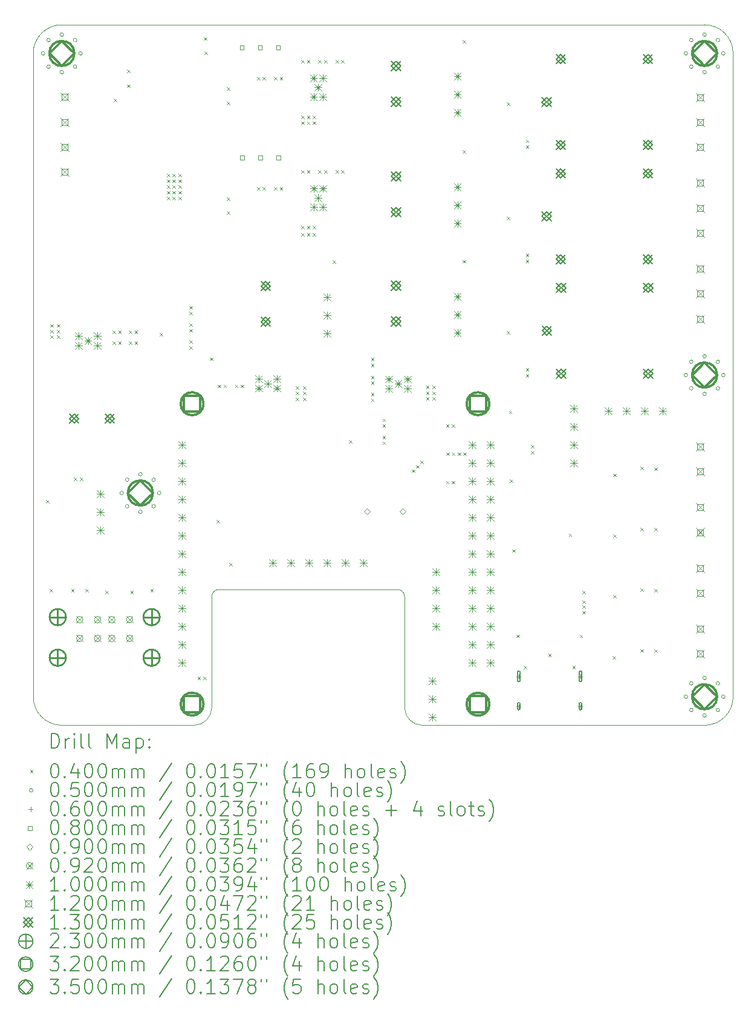
<source format=gbr>
%FSLAX45Y45*%
G04 Gerber Fmt 4.5, Leading zero omitted, Abs format (unit mm)*
%MOMM*%
%LPD*%
G01*
G04 APERTURE LIST*
%TA.AperFunction,Profile*%
%ADD10C,0.100000*%
%TD*%
%ADD11C,0.200000*%
%ADD12C,0.040000*%
%ADD13C,0.050000*%
%ADD14C,0.060000*%
%ADD15C,0.080000*%
%ADD16C,0.090000*%
%ADD17C,0.092000*%
%ADD18C,0.100000*%
%ADD19C,0.120000*%
%ADD20C,0.130000*%
%ADD21C,0.230000*%
%ADD22C,0.320000*%
%ADD23C,0.350000*%
G04 APERTURE END LIST*
D10*
X10500000Y-14600000D02*
G75*
G03*
X10900000Y-15000000I400000J0D01*
G01*
X10500000Y-14600000D02*
X10500000Y-5600000D01*
X12750000Y-15000000D02*
X10900000Y-15000000D01*
X15700000Y-13200000D02*
G75*
G03*
X15600000Y-13100000I-100000J0D01*
G01*
X10900000Y-5200000D02*
G75*
G03*
X10500000Y-5600000I0J-400000D01*
G01*
X13100000Y-13100000D02*
X15600000Y-13100000D01*
X13100000Y-13100000D02*
G75*
G03*
X13000000Y-13200000I0J-100000D01*
G01*
X20300000Y-5600000D02*
G75*
G03*
X19900000Y-5200000I-400000J0D01*
G01*
X19900000Y-15000000D02*
G75*
G03*
X20300000Y-14600000I0J400000D01*
G01*
X12750000Y-15000000D02*
G75*
G03*
X13000000Y-14750000I0J250000D01*
G01*
X10900000Y-5200000D02*
X19900000Y-5200000D01*
X20300000Y-5600000D02*
X20300000Y-14600000D01*
X19900000Y-15000000D02*
X15950000Y-15000000D01*
X15700000Y-14750000D02*
G75*
G03*
X15950000Y-15000000I250000J0D01*
G01*
X13000000Y-14750000D02*
X13000000Y-13200000D01*
X15700000Y-13200000D02*
X15700000Y-14750000D01*
D11*
D12*
X10680500Y-11847500D02*
X10720500Y-11887500D01*
X10720500Y-11847500D02*
X10680500Y-11887500D01*
X10730000Y-13090000D02*
X10770000Y-13130000D01*
X10770000Y-13090000D02*
X10730000Y-13130000D01*
X10740500Y-9387500D02*
X10780500Y-9427500D01*
X10780500Y-9387500D02*
X10740500Y-9427500D01*
X10740500Y-9467500D02*
X10780500Y-9507500D01*
X10780500Y-9467500D02*
X10740500Y-9507500D01*
X10740500Y-9547500D02*
X10780500Y-9587500D01*
X10780500Y-9547500D02*
X10740500Y-9587500D01*
X10830500Y-9387500D02*
X10870500Y-9427500D01*
X10870500Y-9387500D02*
X10830500Y-9427500D01*
X10830500Y-9467500D02*
X10870500Y-9507500D01*
X10870500Y-9467500D02*
X10830500Y-9507500D01*
X10830500Y-9547500D02*
X10870500Y-9587500D01*
X10870500Y-9547500D02*
X10830500Y-9587500D01*
X11030000Y-13090000D02*
X11070000Y-13130000D01*
X11070000Y-13090000D02*
X11030000Y-13130000D01*
X11070500Y-11537500D02*
X11110500Y-11577500D01*
X11110500Y-11537500D02*
X11070500Y-11577500D01*
X11150500Y-11537500D02*
X11190500Y-11577500D01*
X11190500Y-11537500D02*
X11150500Y-11577500D01*
X11230000Y-13090000D02*
X11270000Y-13130000D01*
X11270000Y-13090000D02*
X11230000Y-13130000D01*
X11510000Y-13120000D02*
X11550000Y-13160000D01*
X11550000Y-13120000D02*
X11510000Y-13160000D01*
X11610000Y-9480000D02*
X11650000Y-9520000D01*
X11650000Y-9480000D02*
X11610000Y-9520000D01*
X11610500Y-9627500D02*
X11650500Y-9667500D01*
X11650500Y-9627500D02*
X11610500Y-9667500D01*
X11630000Y-6235000D02*
X11670000Y-6275000D01*
X11670000Y-6235000D02*
X11630000Y-6275000D01*
X11690000Y-9480000D02*
X11730000Y-9520000D01*
X11730000Y-9480000D02*
X11690000Y-9520000D01*
X11690500Y-9627500D02*
X11730500Y-9667500D01*
X11730500Y-9627500D02*
X11690500Y-9667500D01*
X11811250Y-5825000D02*
X11851250Y-5865000D01*
X11851250Y-5825000D02*
X11811250Y-5865000D01*
X11811250Y-6035000D02*
X11851250Y-6075000D01*
X11851250Y-6035000D02*
X11811250Y-6075000D01*
X11840000Y-9480000D02*
X11880000Y-9520000D01*
X11880000Y-9480000D02*
X11840000Y-9520000D01*
X11840500Y-9627500D02*
X11880500Y-9667500D01*
X11880500Y-9627500D02*
X11840500Y-9667500D01*
X11860000Y-13120000D02*
X11900000Y-13160000D01*
X11900000Y-13120000D02*
X11860000Y-13160000D01*
X11920000Y-9480000D02*
X11960000Y-9520000D01*
X11960000Y-9480000D02*
X11920000Y-9520000D01*
X11920500Y-9627500D02*
X11960500Y-9667500D01*
X11960500Y-9627500D02*
X11920500Y-9667500D01*
X12140000Y-13090000D02*
X12180000Y-13130000D01*
X12180000Y-13090000D02*
X12140000Y-13130000D01*
X12267750Y-9512500D02*
X12307750Y-9552500D01*
X12307750Y-9512500D02*
X12267750Y-9552500D01*
X12371250Y-7285000D02*
X12411250Y-7325000D01*
X12411250Y-7285000D02*
X12371250Y-7325000D01*
X12371250Y-7365000D02*
X12411250Y-7405000D01*
X12411250Y-7365000D02*
X12371250Y-7405000D01*
X12371250Y-7445000D02*
X12411250Y-7485000D01*
X12411250Y-7445000D02*
X12371250Y-7485000D01*
X12371250Y-7525000D02*
X12411250Y-7565000D01*
X12411250Y-7525000D02*
X12371250Y-7565000D01*
X12371250Y-7605000D02*
X12411250Y-7645000D01*
X12411250Y-7605000D02*
X12371250Y-7645000D01*
X12451250Y-7285000D02*
X12491250Y-7325000D01*
X12491250Y-7285000D02*
X12451250Y-7325000D01*
X12451250Y-7365000D02*
X12491250Y-7405000D01*
X12491250Y-7365000D02*
X12451250Y-7405000D01*
X12451250Y-7445000D02*
X12491250Y-7485000D01*
X12491250Y-7445000D02*
X12451250Y-7485000D01*
X12451250Y-7525000D02*
X12491250Y-7565000D01*
X12491250Y-7525000D02*
X12451250Y-7565000D01*
X12451250Y-7605000D02*
X12491250Y-7645000D01*
X12491250Y-7605000D02*
X12451250Y-7645000D01*
X12531250Y-7285000D02*
X12571250Y-7325000D01*
X12571250Y-7285000D02*
X12531250Y-7325000D01*
X12531250Y-7365000D02*
X12571250Y-7405000D01*
X12571250Y-7365000D02*
X12531250Y-7405000D01*
X12531250Y-7445000D02*
X12571250Y-7485000D01*
X12571250Y-7445000D02*
X12531250Y-7485000D01*
X12531250Y-7525000D02*
X12571250Y-7565000D01*
X12571250Y-7525000D02*
X12531250Y-7565000D01*
X12531250Y-7605000D02*
X12571250Y-7645000D01*
X12571250Y-7605000D02*
X12531250Y-7645000D01*
X12685000Y-9135000D02*
X12725000Y-9175000D01*
X12725000Y-9135000D02*
X12685000Y-9175000D01*
X12685000Y-9215000D02*
X12725000Y-9255000D01*
X12725000Y-9215000D02*
X12685000Y-9255000D01*
X12685000Y-9375000D02*
X12725000Y-9415000D01*
X12725000Y-9375000D02*
X12685000Y-9415000D01*
X12685000Y-9455000D02*
X12725000Y-9495000D01*
X12725000Y-9455000D02*
X12685000Y-9495000D01*
X12685000Y-9615000D02*
X12725000Y-9655000D01*
X12725000Y-9615000D02*
X12685000Y-9655000D01*
X12685000Y-9695000D02*
X12725000Y-9735000D01*
X12725000Y-9695000D02*
X12685000Y-9735000D01*
X12800000Y-14320000D02*
X12840000Y-14360000D01*
X12840000Y-14320000D02*
X12800000Y-14360000D01*
X12880000Y-14320000D02*
X12920000Y-14360000D01*
X12920000Y-14320000D02*
X12880000Y-14360000D01*
X12890000Y-5375000D02*
X12930000Y-5415000D01*
X12930000Y-5375000D02*
X12890000Y-5415000D01*
X12895000Y-5575000D02*
X12935000Y-5615000D01*
X12935000Y-5575000D02*
X12895000Y-5615000D01*
X12975000Y-9855000D02*
X13015000Y-9895000D01*
X13015000Y-9855000D02*
X12975000Y-9895000D01*
X13066800Y-12128700D02*
X13106800Y-12168700D01*
X13106800Y-12128700D02*
X13066800Y-12168700D01*
X13085000Y-10235000D02*
X13125000Y-10275000D01*
X13125000Y-10235000D02*
X13085000Y-10275000D01*
X13165000Y-10235000D02*
X13205000Y-10275000D01*
X13205000Y-10235000D02*
X13165000Y-10275000D01*
X13208750Y-6076000D02*
X13248750Y-6116000D01*
X13248750Y-6076000D02*
X13208750Y-6116000D01*
X13208750Y-6274750D02*
X13248750Y-6314750D01*
X13248750Y-6274750D02*
X13208750Y-6314750D01*
X13212000Y-7611500D02*
X13252000Y-7651500D01*
X13252000Y-7611500D02*
X13212000Y-7651500D01*
X13212000Y-7811500D02*
X13252000Y-7851500D01*
X13252000Y-7811500D02*
X13212000Y-7851500D01*
X13246800Y-12728700D02*
X13286800Y-12768700D01*
X13286800Y-12728700D02*
X13246800Y-12768700D01*
X13325000Y-10235000D02*
X13365000Y-10275000D01*
X13365000Y-10235000D02*
X13325000Y-10275000D01*
X13405000Y-10235000D02*
X13445000Y-10275000D01*
X13445000Y-10235000D02*
X13405000Y-10275000D01*
X13632000Y-5931500D02*
X13672000Y-5971500D01*
X13672000Y-5931500D02*
X13632000Y-5971500D01*
X13632000Y-7471500D02*
X13672000Y-7511500D01*
X13672000Y-7471500D02*
X13632000Y-7511500D01*
X13712000Y-5931500D02*
X13752000Y-5971500D01*
X13752000Y-5931500D02*
X13712000Y-5971500D01*
X13712000Y-7471500D02*
X13752000Y-7511500D01*
X13752000Y-7471500D02*
X13712000Y-7511500D01*
X13872000Y-5931500D02*
X13912000Y-5971500D01*
X13912000Y-5931500D02*
X13872000Y-5971500D01*
X13872000Y-7471500D02*
X13912000Y-7511500D01*
X13912000Y-7471500D02*
X13872000Y-7511500D01*
X13952000Y-5931500D02*
X13992000Y-5971500D01*
X13992000Y-5931500D02*
X13952000Y-5971500D01*
X13952000Y-7471500D02*
X13992000Y-7511500D01*
X13992000Y-7471500D02*
X13952000Y-7511500D01*
X14175000Y-10255000D02*
X14215000Y-10295000D01*
X14215000Y-10255000D02*
X14175000Y-10295000D01*
X14175000Y-10335000D02*
X14215000Y-10375000D01*
X14215000Y-10335000D02*
X14175000Y-10375000D01*
X14175000Y-10415000D02*
X14215000Y-10455000D01*
X14215000Y-10415000D02*
X14175000Y-10455000D01*
X14252000Y-5691500D02*
X14292000Y-5731500D01*
X14292000Y-5691500D02*
X14252000Y-5731500D01*
X14252000Y-6471500D02*
X14292000Y-6511500D01*
X14292000Y-6471500D02*
X14252000Y-6511500D01*
X14252000Y-6551500D02*
X14292000Y-6591500D01*
X14292000Y-6551500D02*
X14252000Y-6591500D01*
X14252000Y-7231500D02*
X14292000Y-7271500D01*
X14292000Y-7231500D02*
X14252000Y-7271500D01*
X14252000Y-8011500D02*
X14292000Y-8051500D01*
X14292000Y-8011500D02*
X14252000Y-8051500D01*
X14252000Y-8111500D02*
X14292000Y-8151500D01*
X14292000Y-8111500D02*
X14252000Y-8151500D01*
X14275000Y-10255000D02*
X14315000Y-10295000D01*
X14315000Y-10255000D02*
X14275000Y-10295000D01*
X14275000Y-10335000D02*
X14315000Y-10375000D01*
X14315000Y-10335000D02*
X14275000Y-10375000D01*
X14275000Y-10415000D02*
X14315000Y-10455000D01*
X14315000Y-10415000D02*
X14275000Y-10455000D01*
X14332000Y-5691500D02*
X14372000Y-5731500D01*
X14372000Y-5691500D02*
X14332000Y-5731500D01*
X14332000Y-6471500D02*
X14372000Y-6511500D01*
X14372000Y-6471500D02*
X14332000Y-6511500D01*
X14332000Y-6551500D02*
X14372000Y-6591500D01*
X14372000Y-6551500D02*
X14332000Y-6591500D01*
X14332000Y-7231500D02*
X14372000Y-7271500D01*
X14372000Y-7231500D02*
X14332000Y-7271500D01*
X14332000Y-8011500D02*
X14372000Y-8051500D01*
X14372000Y-8011500D02*
X14332000Y-8051500D01*
X14332000Y-8111500D02*
X14372000Y-8151500D01*
X14372000Y-8111500D02*
X14332000Y-8151500D01*
X14412000Y-6471500D02*
X14452000Y-6511500D01*
X14452000Y-6471500D02*
X14412000Y-6511500D01*
X14412000Y-6551500D02*
X14452000Y-6591500D01*
X14452000Y-6551500D02*
X14412000Y-6591500D01*
X14412000Y-8011500D02*
X14452000Y-8051500D01*
X14452000Y-8011500D02*
X14412000Y-8051500D01*
X14412000Y-8111500D02*
X14452000Y-8151500D01*
X14452000Y-8111500D02*
X14412000Y-8151500D01*
X14492000Y-5691500D02*
X14532000Y-5731500D01*
X14532000Y-5691500D02*
X14492000Y-5731500D01*
X14492000Y-7231500D02*
X14532000Y-7271500D01*
X14532000Y-7231500D02*
X14492000Y-7271500D01*
X14572000Y-5691500D02*
X14612000Y-5731500D01*
X14612000Y-5691500D02*
X14572000Y-5731500D01*
X14572000Y-7231500D02*
X14612000Y-7271500D01*
X14612000Y-7231500D02*
X14572000Y-7271500D01*
X14695000Y-8495000D02*
X14735000Y-8535000D01*
X14735000Y-8495000D02*
X14695000Y-8535000D01*
X14732000Y-5691500D02*
X14772000Y-5731500D01*
X14772000Y-5691500D02*
X14732000Y-5731500D01*
X14732000Y-7231500D02*
X14772000Y-7271500D01*
X14772000Y-7231500D02*
X14732000Y-7271500D01*
X14812000Y-5691500D02*
X14852000Y-5731500D01*
X14852000Y-5691500D02*
X14812000Y-5731500D01*
X14812000Y-7231500D02*
X14852000Y-7271500D01*
X14852000Y-7231500D02*
X14812000Y-7271500D01*
X14920000Y-11010000D02*
X14960000Y-11050000D01*
X14960000Y-11010000D02*
X14920000Y-11050000D01*
X15230000Y-9860000D02*
X15270000Y-9900000D01*
X15270000Y-9860000D02*
X15230000Y-9900000D01*
X15230000Y-9940000D02*
X15270000Y-9980000D01*
X15270000Y-9940000D02*
X15230000Y-9980000D01*
X15230000Y-10110000D02*
X15270000Y-10150000D01*
X15270000Y-10110000D02*
X15230000Y-10150000D01*
X15230000Y-10190000D02*
X15270000Y-10230000D01*
X15270000Y-10190000D02*
X15230000Y-10230000D01*
X15230000Y-10350000D02*
X15270000Y-10390000D01*
X15270000Y-10350000D02*
X15230000Y-10390000D01*
X15230000Y-10430000D02*
X15270000Y-10470000D01*
X15270000Y-10430000D02*
X15230000Y-10470000D01*
X15390000Y-10710000D02*
X15430000Y-10750000D01*
X15430000Y-10710000D02*
X15390000Y-10750000D01*
X15390000Y-10790000D02*
X15430000Y-10830000D01*
X15430000Y-10790000D02*
X15390000Y-10830000D01*
X15390000Y-10950000D02*
X15430000Y-10990000D01*
X15430000Y-10950000D02*
X15390000Y-10990000D01*
X15390000Y-11030000D02*
X15430000Y-11070000D01*
X15430000Y-11030000D02*
X15390000Y-11070000D01*
X15800000Y-11420000D02*
X15840000Y-11460000D01*
X15840000Y-11420000D02*
X15800000Y-11460000D01*
X15860000Y-11360000D02*
X15900000Y-11400000D01*
X15900000Y-11360000D02*
X15860000Y-11400000D01*
X15920000Y-11300000D02*
X15960000Y-11340000D01*
X15960000Y-11300000D02*
X15920000Y-11340000D01*
X16000000Y-10250000D02*
X16040000Y-10290000D01*
X16040000Y-10250000D02*
X16000000Y-10290000D01*
X16000000Y-10330000D02*
X16040000Y-10370000D01*
X16040000Y-10330000D02*
X16000000Y-10370000D01*
X16000000Y-10410000D02*
X16040000Y-10450000D01*
X16040000Y-10410000D02*
X16000000Y-10450000D01*
X16090000Y-10250000D02*
X16130000Y-10290000D01*
X16130000Y-10250000D02*
X16090000Y-10290000D01*
X16090000Y-10330000D02*
X16130000Y-10370000D01*
X16130000Y-10330000D02*
X16090000Y-10370000D01*
X16090000Y-10410000D02*
X16130000Y-10450000D01*
X16130000Y-10410000D02*
X16090000Y-10450000D01*
X16280000Y-10790000D02*
X16320000Y-10830000D01*
X16320000Y-10790000D02*
X16280000Y-10830000D01*
X16280000Y-11580000D02*
X16320000Y-11620000D01*
X16320000Y-11580000D02*
X16280000Y-11620000D01*
X16283500Y-11184000D02*
X16323500Y-11224000D01*
X16323500Y-11184000D02*
X16283500Y-11224000D01*
X16360000Y-10790000D02*
X16400000Y-10830000D01*
X16400000Y-10790000D02*
X16360000Y-10830000D01*
X16360000Y-11580000D02*
X16400000Y-11620000D01*
X16400000Y-11580000D02*
X16360000Y-11620000D01*
X16363500Y-11184000D02*
X16403500Y-11224000D01*
X16403500Y-11184000D02*
X16363500Y-11224000D01*
X16443500Y-11184000D02*
X16483500Y-11224000D01*
X16483500Y-11184000D02*
X16443500Y-11224000D01*
X16510000Y-8490000D02*
X16550000Y-8530000D01*
X16550000Y-8490000D02*
X16510000Y-8530000D01*
X16512000Y-5411500D02*
X16552000Y-5451500D01*
X16552000Y-5411500D02*
X16512000Y-5451500D01*
X16512000Y-6951500D02*
X16552000Y-6991500D01*
X16552000Y-6951500D02*
X16512000Y-6991500D01*
X16523500Y-11184000D02*
X16563500Y-11224000D01*
X16563500Y-11184000D02*
X16523500Y-11224000D01*
X17132000Y-6285000D02*
X17172000Y-6325000D01*
X17172000Y-6285000D02*
X17132000Y-6325000D01*
X17132000Y-7885000D02*
X17172000Y-7925000D01*
X17172000Y-7885000D02*
X17132000Y-7925000D01*
X17132000Y-9485000D02*
X17172000Y-9525000D01*
X17172000Y-9485000D02*
X17132000Y-9525000D01*
X17160000Y-10600000D02*
X17200000Y-10640000D01*
X17200000Y-10600000D02*
X17160000Y-10640000D01*
X17170000Y-11560000D02*
X17210000Y-11600000D01*
X17210000Y-11560000D02*
X17170000Y-11600000D01*
X17209500Y-12537500D02*
X17249500Y-12577500D01*
X17249500Y-12537500D02*
X17209500Y-12577500D01*
X17267500Y-13730500D02*
X17307500Y-13770500D01*
X17307500Y-13730500D02*
X17267500Y-13770500D01*
X17369500Y-14167500D02*
X17409500Y-14207500D01*
X17409500Y-14167500D02*
X17369500Y-14207500D01*
X17397000Y-6805000D02*
X17437000Y-6845000D01*
X17437000Y-6805000D02*
X17397000Y-6845000D01*
X17397000Y-6885000D02*
X17437000Y-6925000D01*
X17437000Y-6885000D02*
X17397000Y-6925000D01*
X17397000Y-8400000D02*
X17437000Y-8440000D01*
X17437000Y-8400000D02*
X17397000Y-8440000D01*
X17397000Y-8485000D02*
X17437000Y-8525000D01*
X17437000Y-8485000D02*
X17397000Y-8525000D01*
X17397000Y-10000000D02*
X17437000Y-10040000D01*
X17437000Y-10000000D02*
X17397000Y-10040000D01*
X17397000Y-10085000D02*
X17437000Y-10125000D01*
X17437000Y-10085000D02*
X17397000Y-10125000D01*
X17470000Y-11080000D02*
X17510000Y-11120000D01*
X17510000Y-11080000D02*
X17470000Y-11120000D01*
X17470000Y-11160000D02*
X17510000Y-11200000D01*
X17510000Y-11160000D02*
X17470000Y-11200000D01*
X17709500Y-13997500D02*
X17749500Y-14037500D01*
X17749500Y-13997500D02*
X17709500Y-14037500D01*
X17999500Y-12317500D02*
X18039500Y-12357500D01*
X18039500Y-12317500D02*
X17999500Y-12357500D01*
X18049500Y-14167500D02*
X18089500Y-14207500D01*
X18089500Y-14167500D02*
X18049500Y-14207500D01*
X18150500Y-13730500D02*
X18190500Y-13770500D01*
X18190500Y-13730500D02*
X18150500Y-13770500D01*
X18186500Y-13250500D02*
X18226500Y-13290500D01*
X18226500Y-13250500D02*
X18186500Y-13290500D01*
X18186500Y-13321750D02*
X18226500Y-13361750D01*
X18226500Y-13321750D02*
X18186500Y-13361750D01*
X18186500Y-13400500D02*
X18226500Y-13440500D01*
X18226500Y-13400500D02*
X18186500Y-13440500D01*
X18189500Y-13117500D02*
X18229500Y-13157500D01*
X18229500Y-13117500D02*
X18189500Y-13157500D01*
X18610000Y-14030000D02*
X18650000Y-14070000D01*
X18650000Y-14030000D02*
X18610000Y-14070000D01*
X18620000Y-11480000D02*
X18660000Y-11520000D01*
X18660000Y-11480000D02*
X18620000Y-11520000D01*
X18620000Y-12330000D02*
X18660000Y-12370000D01*
X18660000Y-12330000D02*
X18620000Y-12370000D01*
X18620000Y-13180000D02*
X18660000Y-13220000D01*
X18660000Y-13180000D02*
X18620000Y-13220000D01*
X18998750Y-13935000D02*
X19038750Y-13975000D01*
X19038750Y-13935000D02*
X18998750Y-13975000D01*
X19000000Y-11385000D02*
X19040000Y-11425000D01*
X19040000Y-11385000D02*
X19000000Y-11425000D01*
X19000000Y-12235000D02*
X19040000Y-12275000D01*
X19040000Y-12235000D02*
X19000000Y-12275000D01*
X19000000Y-13085000D02*
X19040000Y-13125000D01*
X19040000Y-13085000D02*
X19000000Y-13125000D01*
X19197500Y-13940000D02*
X19237500Y-13980000D01*
X19237500Y-13940000D02*
X19197500Y-13980000D01*
X19198750Y-11395000D02*
X19238750Y-11435000D01*
X19238750Y-11395000D02*
X19198750Y-11435000D01*
X19198750Y-12240000D02*
X19238750Y-12280000D01*
X19238750Y-12240000D02*
X19198750Y-12280000D01*
X19198750Y-13090000D02*
X19238750Y-13130000D01*
X19238750Y-13090000D02*
X19198750Y-13130000D01*
D13*
X10662500Y-5600000D02*
G75*
G03*
X10662500Y-5600000I-25000J0D01*
G01*
X10739385Y-5414385D02*
G75*
G03*
X10739385Y-5414385I-25000J0D01*
G01*
X10739385Y-5785615D02*
G75*
G03*
X10739385Y-5785615I-25000J0D01*
G01*
X10925000Y-5337500D02*
G75*
G03*
X10925000Y-5337500I-25000J0D01*
G01*
X10925000Y-5862500D02*
G75*
G03*
X10925000Y-5862500I-25000J0D01*
G01*
X11110616Y-5414385D02*
G75*
G03*
X11110616Y-5414385I-25000J0D01*
G01*
X11110616Y-5785615D02*
G75*
G03*
X11110616Y-5785615I-25000J0D01*
G01*
X11187500Y-5600000D02*
G75*
G03*
X11187500Y-5600000I-25000J0D01*
G01*
X11762500Y-11750000D02*
G75*
G03*
X11762500Y-11750000I-25000J0D01*
G01*
X11839384Y-11564384D02*
G75*
G03*
X11839384Y-11564384I-25000J0D01*
G01*
X11839384Y-11935615D02*
G75*
G03*
X11839384Y-11935615I-25000J0D01*
G01*
X12025000Y-11487500D02*
G75*
G03*
X12025000Y-11487500I-25000J0D01*
G01*
X12025000Y-12012500D02*
G75*
G03*
X12025000Y-12012500I-25000J0D01*
G01*
X12210615Y-11564384D02*
G75*
G03*
X12210615Y-11564384I-25000J0D01*
G01*
X12210615Y-11935615D02*
G75*
G03*
X12210615Y-11935615I-25000J0D01*
G01*
X12287500Y-11750000D02*
G75*
G03*
X12287500Y-11750000I-25000J0D01*
G01*
X19662500Y-5600000D02*
G75*
G03*
X19662500Y-5600000I-25000J0D01*
G01*
X19662500Y-10100000D02*
G75*
G03*
X19662500Y-10100000I-25000J0D01*
G01*
X19662500Y-14600000D02*
G75*
G03*
X19662500Y-14600000I-25000J0D01*
G01*
X19739385Y-5414385D02*
G75*
G03*
X19739385Y-5414385I-25000J0D01*
G01*
X19739385Y-5785615D02*
G75*
G03*
X19739385Y-5785615I-25000J0D01*
G01*
X19739385Y-9914385D02*
G75*
G03*
X19739385Y-9914385I-25000J0D01*
G01*
X19739385Y-10285616D02*
G75*
G03*
X19739385Y-10285616I-25000J0D01*
G01*
X19739385Y-14414384D02*
G75*
G03*
X19739385Y-14414384I-25000J0D01*
G01*
X19739385Y-14785615D02*
G75*
G03*
X19739385Y-14785615I-25000J0D01*
G01*
X19925000Y-5337500D02*
G75*
G03*
X19925000Y-5337500I-25000J0D01*
G01*
X19925000Y-5862500D02*
G75*
G03*
X19925000Y-5862500I-25000J0D01*
G01*
X19925000Y-9837500D02*
G75*
G03*
X19925000Y-9837500I-25000J0D01*
G01*
X19925000Y-10362500D02*
G75*
G03*
X19925000Y-10362500I-25000J0D01*
G01*
X19925000Y-14337500D02*
G75*
G03*
X19925000Y-14337500I-25000J0D01*
G01*
X19925000Y-14862500D02*
G75*
G03*
X19925000Y-14862500I-25000J0D01*
G01*
X20110616Y-5414385D02*
G75*
G03*
X20110616Y-5414385I-25000J0D01*
G01*
X20110616Y-5785615D02*
G75*
G03*
X20110616Y-5785615I-25000J0D01*
G01*
X20110616Y-9914385D02*
G75*
G03*
X20110616Y-9914385I-25000J0D01*
G01*
X20110616Y-10285616D02*
G75*
G03*
X20110616Y-10285616I-25000J0D01*
G01*
X20110616Y-14414384D02*
G75*
G03*
X20110616Y-14414384I-25000J0D01*
G01*
X20110616Y-14785615D02*
G75*
G03*
X20110616Y-14785615I-25000J0D01*
G01*
X20187500Y-5600000D02*
G75*
G03*
X20187500Y-5600000I-25000J0D01*
G01*
X20187500Y-10100000D02*
G75*
G03*
X20187500Y-10100000I-25000J0D01*
G01*
X20187500Y-14600000D02*
G75*
G03*
X20187500Y-14600000I-25000J0D01*
G01*
D14*
X17298000Y-14287000D02*
X17298000Y-14347000D01*
X17268000Y-14317000D02*
X17328000Y-14317000D01*
D11*
X17278000Y-14262000D02*
X17278000Y-14372000D01*
X17318000Y-14262000D02*
X17318000Y-14372000D01*
X17278000Y-14372000D02*
G75*
G03*
X17318000Y-14372000I20000J0D01*
G01*
X17318000Y-14262000D02*
G75*
G03*
X17278000Y-14262000I-20000J0D01*
G01*
D14*
X17298000Y-14705000D02*
X17298000Y-14765000D01*
X17268000Y-14735000D02*
X17328000Y-14735000D01*
D11*
X17278000Y-14705000D02*
X17278000Y-14765000D01*
X17318000Y-14705000D02*
X17318000Y-14765000D01*
X17278000Y-14765000D02*
G75*
G03*
X17318000Y-14765000I20000J0D01*
G01*
X17318000Y-14705000D02*
G75*
G03*
X17278000Y-14705000I-20000J0D01*
G01*
D14*
X18162000Y-14287000D02*
X18162000Y-14347000D01*
X18132000Y-14317000D02*
X18192000Y-14317000D01*
D11*
X18142000Y-14262000D02*
X18142000Y-14372000D01*
X18182000Y-14262000D02*
X18182000Y-14372000D01*
X18142000Y-14372000D02*
G75*
G03*
X18182000Y-14372000I20000J0D01*
G01*
X18182000Y-14262000D02*
G75*
G03*
X18142000Y-14262000I-20000J0D01*
G01*
D14*
X18162000Y-14705000D02*
X18162000Y-14765000D01*
X18132000Y-14735000D02*
X18192000Y-14735000D01*
D11*
X18142000Y-14705000D02*
X18142000Y-14765000D01*
X18182000Y-14705000D02*
X18182000Y-14765000D01*
X18142000Y-14765000D02*
G75*
G03*
X18182000Y-14765000I20000J0D01*
G01*
X18182000Y-14705000D02*
G75*
G03*
X18142000Y-14705000I-20000J0D01*
G01*
D15*
X13448284Y-5544285D02*
X13448284Y-5487716D01*
X13391715Y-5487716D01*
X13391715Y-5544285D01*
X13448284Y-5544285D01*
X13454534Y-7088284D02*
X13454534Y-7031715D01*
X13397965Y-7031715D01*
X13397965Y-7088284D01*
X13454534Y-7088284D01*
X13702284Y-5544285D02*
X13702284Y-5487716D01*
X13645715Y-5487716D01*
X13645715Y-5544285D01*
X13702284Y-5544285D01*
X13708534Y-7088284D02*
X13708534Y-7031715D01*
X13651965Y-7031715D01*
X13651965Y-7088284D01*
X13708534Y-7088284D01*
X13956284Y-5544285D02*
X13956284Y-5487716D01*
X13899715Y-5487716D01*
X13899715Y-5544285D01*
X13956284Y-5544285D01*
X13962534Y-7088284D02*
X13962534Y-7031715D01*
X13905965Y-7031715D01*
X13905965Y-7088284D01*
X13962534Y-7088284D01*
D16*
X15174714Y-12053700D02*
X15219714Y-12008700D01*
X15174714Y-11963700D01*
X15129714Y-12008700D01*
X15174714Y-12053700D01*
X15674714Y-12053700D02*
X15719714Y-12008700D01*
X15674714Y-11963700D01*
X15629714Y-12008700D01*
X15674714Y-12053700D01*
D17*
X11104000Y-13476000D02*
X11196000Y-13568000D01*
X11196000Y-13476000D02*
X11104000Y-13568000D01*
X11196000Y-13522000D02*
G75*
G03*
X11196000Y-13522000I-46000J0D01*
G01*
X11104000Y-13738000D02*
X11196000Y-13830000D01*
X11196000Y-13738000D02*
X11104000Y-13830000D01*
X11196000Y-13784000D02*
G75*
G03*
X11196000Y-13784000I-46000J0D01*
G01*
X11354000Y-13476000D02*
X11446000Y-13568000D01*
X11446000Y-13476000D02*
X11354000Y-13568000D01*
X11446000Y-13522000D02*
G75*
G03*
X11446000Y-13522000I-46000J0D01*
G01*
X11354000Y-13738000D02*
X11446000Y-13830000D01*
X11446000Y-13738000D02*
X11354000Y-13830000D01*
X11446000Y-13784000D02*
G75*
G03*
X11446000Y-13784000I-46000J0D01*
G01*
X11554000Y-13476000D02*
X11646000Y-13568000D01*
X11646000Y-13476000D02*
X11554000Y-13568000D01*
X11646000Y-13522000D02*
G75*
G03*
X11646000Y-13522000I-46000J0D01*
G01*
X11554000Y-13738000D02*
X11646000Y-13830000D01*
X11646000Y-13738000D02*
X11554000Y-13830000D01*
X11646000Y-13784000D02*
G75*
G03*
X11646000Y-13784000I-46000J0D01*
G01*
X11804000Y-13476000D02*
X11896000Y-13568000D01*
X11896000Y-13476000D02*
X11804000Y-13568000D01*
X11896000Y-13522000D02*
G75*
G03*
X11896000Y-13522000I-46000J0D01*
G01*
X11804000Y-13738000D02*
X11896000Y-13830000D01*
X11896000Y-13738000D02*
X11804000Y-13830000D01*
X11896000Y-13784000D02*
G75*
G03*
X11896000Y-13784000I-46000J0D01*
G01*
D18*
X11087000Y-9505000D02*
X11187000Y-9605000D01*
X11187000Y-9505000D02*
X11087000Y-9605000D01*
X11137000Y-9505000D02*
X11137000Y-9605000D01*
X11087000Y-9555000D02*
X11187000Y-9555000D01*
X11087000Y-9635000D02*
X11187000Y-9735000D01*
X11187000Y-9635000D02*
X11087000Y-9735000D01*
X11137000Y-9635000D02*
X11137000Y-9735000D01*
X11087000Y-9685000D02*
X11187000Y-9685000D01*
X11217000Y-9570000D02*
X11317000Y-9670000D01*
X11317000Y-9570000D02*
X11217000Y-9670000D01*
X11267000Y-9570000D02*
X11267000Y-9670000D01*
X11217000Y-9620000D02*
X11317000Y-9620000D01*
X11347000Y-9505000D02*
X11447000Y-9605000D01*
X11447000Y-9505000D02*
X11347000Y-9605000D01*
X11397000Y-9505000D02*
X11397000Y-9605000D01*
X11347000Y-9555000D02*
X11447000Y-9555000D01*
X11347000Y-9635000D02*
X11447000Y-9735000D01*
X11447000Y-9635000D02*
X11347000Y-9735000D01*
X11397000Y-9635000D02*
X11397000Y-9735000D01*
X11347000Y-9685000D02*
X11447000Y-9685000D01*
X11390000Y-11710000D02*
X11490000Y-11810000D01*
X11490000Y-11710000D02*
X11390000Y-11810000D01*
X11440000Y-11710000D02*
X11440000Y-11810000D01*
X11390000Y-11760000D02*
X11490000Y-11760000D01*
X11390000Y-11964000D02*
X11490000Y-12064000D01*
X11490000Y-11964000D02*
X11390000Y-12064000D01*
X11440000Y-11964000D02*
X11440000Y-12064000D01*
X11390000Y-12014000D02*
X11490000Y-12014000D01*
X11390000Y-12218000D02*
X11490000Y-12318000D01*
X11490000Y-12218000D02*
X11390000Y-12318000D01*
X11440000Y-12218000D02*
X11440000Y-12318000D01*
X11390000Y-12268000D02*
X11490000Y-12268000D01*
X12532000Y-11025200D02*
X12632000Y-11125200D01*
X12632000Y-11025200D02*
X12532000Y-11125200D01*
X12582000Y-11025200D02*
X12582000Y-11125200D01*
X12532000Y-11075200D02*
X12632000Y-11075200D01*
X12532000Y-11279200D02*
X12632000Y-11379200D01*
X12632000Y-11279200D02*
X12532000Y-11379200D01*
X12582000Y-11279200D02*
X12582000Y-11379200D01*
X12532000Y-11329200D02*
X12632000Y-11329200D01*
X12532000Y-11533200D02*
X12632000Y-11633200D01*
X12632000Y-11533200D02*
X12532000Y-11633200D01*
X12582000Y-11533200D02*
X12582000Y-11633200D01*
X12532000Y-11583200D02*
X12632000Y-11583200D01*
X12532000Y-11787200D02*
X12632000Y-11887200D01*
X12632000Y-11787200D02*
X12532000Y-11887200D01*
X12582000Y-11787200D02*
X12582000Y-11887200D01*
X12532000Y-11837200D02*
X12632000Y-11837200D01*
X12532000Y-12041200D02*
X12632000Y-12141200D01*
X12632000Y-12041200D02*
X12532000Y-12141200D01*
X12582000Y-12041200D02*
X12582000Y-12141200D01*
X12532000Y-12091200D02*
X12632000Y-12091200D01*
X12532000Y-12295200D02*
X12632000Y-12395200D01*
X12632000Y-12295200D02*
X12532000Y-12395200D01*
X12582000Y-12295200D02*
X12582000Y-12395200D01*
X12532000Y-12345200D02*
X12632000Y-12345200D01*
X12532000Y-12549200D02*
X12632000Y-12649200D01*
X12632000Y-12549200D02*
X12532000Y-12649200D01*
X12582000Y-12549200D02*
X12582000Y-12649200D01*
X12532000Y-12599200D02*
X12632000Y-12599200D01*
X12532000Y-12803200D02*
X12632000Y-12903200D01*
X12632000Y-12803200D02*
X12532000Y-12903200D01*
X12582000Y-12803200D02*
X12582000Y-12903200D01*
X12532000Y-12853200D02*
X12632000Y-12853200D01*
X12532000Y-13057200D02*
X12632000Y-13157200D01*
X12632000Y-13057200D02*
X12532000Y-13157200D01*
X12582000Y-13057200D02*
X12582000Y-13157200D01*
X12532000Y-13107200D02*
X12632000Y-13107200D01*
X12532000Y-13311200D02*
X12632000Y-13411200D01*
X12632000Y-13311200D02*
X12532000Y-13411200D01*
X12582000Y-13311200D02*
X12582000Y-13411200D01*
X12532000Y-13361200D02*
X12632000Y-13361200D01*
X12532000Y-13565200D02*
X12632000Y-13665200D01*
X12632000Y-13565200D02*
X12532000Y-13665200D01*
X12582000Y-13565200D02*
X12582000Y-13665200D01*
X12532000Y-13615200D02*
X12632000Y-13615200D01*
X12532000Y-13819200D02*
X12632000Y-13919200D01*
X12632000Y-13819200D02*
X12532000Y-13919200D01*
X12582000Y-13819200D02*
X12582000Y-13919200D01*
X12532000Y-13869200D02*
X12632000Y-13869200D01*
X12532000Y-14073200D02*
X12632000Y-14173200D01*
X12632000Y-14073200D02*
X12532000Y-14173200D01*
X12582000Y-14073200D02*
X12582000Y-14173200D01*
X12532000Y-14123200D02*
X12632000Y-14123200D01*
X13605000Y-10105000D02*
X13705000Y-10205000D01*
X13705000Y-10105000D02*
X13605000Y-10205000D01*
X13655000Y-10105000D02*
X13655000Y-10205000D01*
X13605000Y-10155000D02*
X13705000Y-10155000D01*
X13605000Y-10235000D02*
X13705000Y-10335000D01*
X13705000Y-10235000D02*
X13605000Y-10335000D01*
X13655000Y-10235000D02*
X13655000Y-10335000D01*
X13605000Y-10285000D02*
X13705000Y-10285000D01*
X13735000Y-10170000D02*
X13835000Y-10270000D01*
X13835000Y-10170000D02*
X13735000Y-10270000D01*
X13785000Y-10170000D02*
X13785000Y-10270000D01*
X13735000Y-10220000D02*
X13835000Y-10220000D01*
X13802800Y-12675700D02*
X13902800Y-12775700D01*
X13902800Y-12675700D02*
X13802800Y-12775700D01*
X13852800Y-12675700D02*
X13852800Y-12775700D01*
X13802800Y-12725700D02*
X13902800Y-12725700D01*
X13865000Y-10105000D02*
X13965000Y-10205000D01*
X13965000Y-10105000D02*
X13865000Y-10205000D01*
X13915000Y-10105000D02*
X13915000Y-10205000D01*
X13865000Y-10155000D02*
X13965000Y-10155000D01*
X13865000Y-10235000D02*
X13965000Y-10335000D01*
X13965000Y-10235000D02*
X13865000Y-10335000D01*
X13915000Y-10235000D02*
X13915000Y-10335000D01*
X13865000Y-10285000D02*
X13965000Y-10285000D01*
X14056800Y-12675700D02*
X14156800Y-12775700D01*
X14156800Y-12675700D02*
X14056800Y-12775700D01*
X14106800Y-12675700D02*
X14106800Y-12775700D01*
X14056800Y-12725700D02*
X14156800Y-12725700D01*
X14310800Y-12675700D02*
X14410800Y-12775700D01*
X14410800Y-12675700D02*
X14310800Y-12775700D01*
X14360800Y-12675700D02*
X14360800Y-12775700D01*
X14310800Y-12725700D02*
X14410800Y-12725700D01*
X14375000Y-5896000D02*
X14475000Y-5996000D01*
X14475000Y-5896000D02*
X14375000Y-5996000D01*
X14425000Y-5896000D02*
X14425000Y-5996000D01*
X14375000Y-5946000D02*
X14475000Y-5946000D01*
X14375000Y-6156000D02*
X14475000Y-6256000D01*
X14475000Y-6156000D02*
X14375000Y-6256000D01*
X14425000Y-6156000D02*
X14425000Y-6256000D01*
X14375000Y-6206000D02*
X14475000Y-6206000D01*
X14376250Y-7440000D02*
X14476250Y-7540000D01*
X14476250Y-7440000D02*
X14376250Y-7540000D01*
X14426250Y-7440000D02*
X14426250Y-7540000D01*
X14376250Y-7490000D02*
X14476250Y-7490000D01*
X14376250Y-7700000D02*
X14476250Y-7800000D01*
X14476250Y-7700000D02*
X14376250Y-7800000D01*
X14426250Y-7700000D02*
X14426250Y-7800000D01*
X14376250Y-7750000D02*
X14476250Y-7750000D01*
X14440000Y-6026000D02*
X14540000Y-6126000D01*
X14540000Y-6026000D02*
X14440000Y-6126000D01*
X14490000Y-6026000D02*
X14490000Y-6126000D01*
X14440000Y-6076000D02*
X14540000Y-6076000D01*
X14441250Y-7570000D02*
X14541250Y-7670000D01*
X14541250Y-7570000D02*
X14441250Y-7670000D01*
X14491250Y-7570000D02*
X14491250Y-7670000D01*
X14441250Y-7620000D02*
X14541250Y-7620000D01*
X14505000Y-5896000D02*
X14605000Y-5996000D01*
X14605000Y-5896000D02*
X14505000Y-5996000D01*
X14555000Y-5896000D02*
X14555000Y-5996000D01*
X14505000Y-5946000D02*
X14605000Y-5946000D01*
X14505000Y-6156000D02*
X14605000Y-6256000D01*
X14605000Y-6156000D02*
X14505000Y-6256000D01*
X14555000Y-6156000D02*
X14555000Y-6256000D01*
X14505000Y-6206000D02*
X14605000Y-6206000D01*
X14506250Y-7440000D02*
X14606250Y-7540000D01*
X14606250Y-7440000D02*
X14506250Y-7540000D01*
X14556250Y-7440000D02*
X14556250Y-7540000D01*
X14506250Y-7490000D02*
X14606250Y-7490000D01*
X14506250Y-7700000D02*
X14606250Y-7800000D01*
X14606250Y-7700000D02*
X14506250Y-7800000D01*
X14556250Y-7700000D02*
X14556250Y-7800000D01*
X14506250Y-7750000D02*
X14606250Y-7750000D01*
X14564800Y-12675700D02*
X14664800Y-12775700D01*
X14664800Y-12675700D02*
X14564800Y-12775700D01*
X14614800Y-12675700D02*
X14614800Y-12775700D01*
X14564800Y-12725700D02*
X14664800Y-12725700D01*
X14565000Y-8960000D02*
X14665000Y-9060000D01*
X14665000Y-8960000D02*
X14565000Y-9060000D01*
X14615000Y-8960000D02*
X14615000Y-9060000D01*
X14565000Y-9010000D02*
X14665000Y-9010000D01*
X14565000Y-9214000D02*
X14665000Y-9314000D01*
X14665000Y-9214000D02*
X14565000Y-9314000D01*
X14615000Y-9214000D02*
X14615000Y-9314000D01*
X14565000Y-9264000D02*
X14665000Y-9264000D01*
X14565000Y-9468000D02*
X14665000Y-9568000D01*
X14665000Y-9468000D02*
X14565000Y-9568000D01*
X14615000Y-9468000D02*
X14615000Y-9568000D01*
X14565000Y-9518000D02*
X14665000Y-9518000D01*
X14818800Y-12675700D02*
X14918800Y-12775700D01*
X14918800Y-12675700D02*
X14818800Y-12775700D01*
X14868800Y-12675700D02*
X14868800Y-12775700D01*
X14818800Y-12725700D02*
X14918800Y-12725700D01*
X15072800Y-12675700D02*
X15172800Y-12775700D01*
X15172800Y-12675700D02*
X15072800Y-12775700D01*
X15122800Y-12675700D02*
X15122800Y-12775700D01*
X15072800Y-12725700D02*
X15172800Y-12725700D01*
X15430000Y-10107000D02*
X15530000Y-10207000D01*
X15530000Y-10107000D02*
X15430000Y-10207000D01*
X15480000Y-10107000D02*
X15480000Y-10207000D01*
X15430000Y-10157000D02*
X15530000Y-10157000D01*
X15430000Y-10237000D02*
X15530000Y-10337000D01*
X15530000Y-10237000D02*
X15430000Y-10337000D01*
X15480000Y-10237000D02*
X15480000Y-10337000D01*
X15430000Y-10287000D02*
X15530000Y-10287000D01*
X15560000Y-10172000D02*
X15660000Y-10272000D01*
X15660000Y-10172000D02*
X15560000Y-10272000D01*
X15610000Y-10172000D02*
X15610000Y-10272000D01*
X15560000Y-10222000D02*
X15660000Y-10222000D01*
X15690000Y-10107000D02*
X15790000Y-10207000D01*
X15790000Y-10107000D02*
X15690000Y-10207000D01*
X15740000Y-10107000D02*
X15740000Y-10207000D01*
X15690000Y-10157000D02*
X15790000Y-10157000D01*
X15690000Y-10237000D02*
X15790000Y-10337000D01*
X15790000Y-10237000D02*
X15690000Y-10337000D01*
X15740000Y-10237000D02*
X15740000Y-10337000D01*
X15690000Y-10287000D02*
X15790000Y-10287000D01*
X16037200Y-14327200D02*
X16137200Y-14427200D01*
X16137200Y-14327200D02*
X16037200Y-14427200D01*
X16087200Y-14327200D02*
X16087200Y-14427200D01*
X16037200Y-14377200D02*
X16137200Y-14377200D01*
X16037200Y-14581200D02*
X16137200Y-14681200D01*
X16137200Y-14581200D02*
X16037200Y-14681200D01*
X16087200Y-14581200D02*
X16087200Y-14681200D01*
X16037200Y-14631200D02*
X16137200Y-14631200D01*
X16037200Y-14835200D02*
X16137200Y-14935200D01*
X16137200Y-14835200D02*
X16037200Y-14935200D01*
X16087200Y-14835200D02*
X16087200Y-14935200D01*
X16037200Y-14885200D02*
X16137200Y-14885200D01*
X16088800Y-12802700D02*
X16188800Y-12902700D01*
X16188800Y-12802700D02*
X16088800Y-12902700D01*
X16138800Y-12802700D02*
X16138800Y-12902700D01*
X16088800Y-12852700D02*
X16188800Y-12852700D01*
X16088800Y-13056700D02*
X16188800Y-13156700D01*
X16188800Y-13056700D02*
X16088800Y-13156700D01*
X16138800Y-13056700D02*
X16138800Y-13156700D01*
X16088800Y-13106700D02*
X16188800Y-13106700D01*
X16088800Y-13310700D02*
X16188800Y-13410700D01*
X16188800Y-13310700D02*
X16088800Y-13410700D01*
X16138800Y-13310700D02*
X16138800Y-13410700D01*
X16088800Y-13360700D02*
X16188800Y-13360700D01*
X16088800Y-13564700D02*
X16188800Y-13664700D01*
X16188800Y-13564700D02*
X16088800Y-13664700D01*
X16138800Y-13564700D02*
X16138800Y-13664700D01*
X16088800Y-13614700D02*
X16188800Y-13614700D01*
X16390000Y-5872000D02*
X16490000Y-5972000D01*
X16490000Y-5872000D02*
X16390000Y-5972000D01*
X16440000Y-5872000D02*
X16440000Y-5972000D01*
X16390000Y-5922000D02*
X16490000Y-5922000D01*
X16390000Y-6126000D02*
X16490000Y-6226000D01*
X16490000Y-6126000D02*
X16390000Y-6226000D01*
X16440000Y-6126000D02*
X16440000Y-6226000D01*
X16390000Y-6176000D02*
X16490000Y-6176000D01*
X16390000Y-6380000D02*
X16490000Y-6480000D01*
X16490000Y-6380000D02*
X16390000Y-6480000D01*
X16440000Y-6380000D02*
X16440000Y-6480000D01*
X16390000Y-6430000D02*
X16490000Y-6430000D01*
X16390000Y-7417500D02*
X16490000Y-7517500D01*
X16490000Y-7417500D02*
X16390000Y-7517500D01*
X16440000Y-7417500D02*
X16440000Y-7517500D01*
X16390000Y-7467500D02*
X16490000Y-7467500D01*
X16390000Y-7671500D02*
X16490000Y-7771500D01*
X16490000Y-7671500D02*
X16390000Y-7771500D01*
X16440000Y-7671500D02*
X16440000Y-7771500D01*
X16390000Y-7721500D02*
X16490000Y-7721500D01*
X16390000Y-7925500D02*
X16490000Y-8025500D01*
X16490000Y-7925500D02*
X16390000Y-8025500D01*
X16440000Y-7925500D02*
X16440000Y-8025500D01*
X16390000Y-7975500D02*
X16490000Y-7975500D01*
X16390000Y-8952500D02*
X16490000Y-9052500D01*
X16490000Y-8952500D02*
X16390000Y-9052500D01*
X16440000Y-8952500D02*
X16440000Y-9052500D01*
X16390000Y-9002500D02*
X16490000Y-9002500D01*
X16390000Y-9206500D02*
X16490000Y-9306500D01*
X16490000Y-9206500D02*
X16390000Y-9306500D01*
X16440000Y-9206500D02*
X16440000Y-9306500D01*
X16390000Y-9256500D02*
X16490000Y-9256500D01*
X16390000Y-9460500D02*
X16490000Y-9560500D01*
X16490000Y-9460500D02*
X16390000Y-9560500D01*
X16440000Y-9460500D02*
X16440000Y-9560500D01*
X16390000Y-9510500D02*
X16490000Y-9510500D01*
X16596000Y-11025200D02*
X16696000Y-11125200D01*
X16696000Y-11025200D02*
X16596000Y-11125200D01*
X16646000Y-11025200D02*
X16646000Y-11125200D01*
X16596000Y-11075200D02*
X16696000Y-11075200D01*
X16596000Y-11279200D02*
X16696000Y-11379200D01*
X16696000Y-11279200D02*
X16596000Y-11379200D01*
X16646000Y-11279200D02*
X16646000Y-11379200D01*
X16596000Y-11329200D02*
X16696000Y-11329200D01*
X16596000Y-11533200D02*
X16696000Y-11633200D01*
X16696000Y-11533200D02*
X16596000Y-11633200D01*
X16646000Y-11533200D02*
X16646000Y-11633200D01*
X16596000Y-11583200D02*
X16696000Y-11583200D01*
X16596000Y-11787200D02*
X16696000Y-11887200D01*
X16696000Y-11787200D02*
X16596000Y-11887200D01*
X16646000Y-11787200D02*
X16646000Y-11887200D01*
X16596000Y-11837200D02*
X16696000Y-11837200D01*
X16596000Y-12041200D02*
X16696000Y-12141200D01*
X16696000Y-12041200D02*
X16596000Y-12141200D01*
X16646000Y-12041200D02*
X16646000Y-12141200D01*
X16596000Y-12091200D02*
X16696000Y-12091200D01*
X16596000Y-12295200D02*
X16696000Y-12395200D01*
X16696000Y-12295200D02*
X16596000Y-12395200D01*
X16646000Y-12295200D02*
X16646000Y-12395200D01*
X16596000Y-12345200D02*
X16696000Y-12345200D01*
X16596000Y-12549200D02*
X16696000Y-12649200D01*
X16696000Y-12549200D02*
X16596000Y-12649200D01*
X16646000Y-12549200D02*
X16646000Y-12649200D01*
X16596000Y-12599200D02*
X16696000Y-12599200D01*
X16596000Y-12803200D02*
X16696000Y-12903200D01*
X16696000Y-12803200D02*
X16596000Y-12903200D01*
X16646000Y-12803200D02*
X16646000Y-12903200D01*
X16596000Y-12853200D02*
X16696000Y-12853200D01*
X16596000Y-13057200D02*
X16696000Y-13157200D01*
X16696000Y-13057200D02*
X16596000Y-13157200D01*
X16646000Y-13057200D02*
X16646000Y-13157200D01*
X16596000Y-13107200D02*
X16696000Y-13107200D01*
X16596000Y-13311200D02*
X16696000Y-13411200D01*
X16696000Y-13311200D02*
X16596000Y-13411200D01*
X16646000Y-13311200D02*
X16646000Y-13411200D01*
X16596000Y-13361200D02*
X16696000Y-13361200D01*
X16596000Y-13565200D02*
X16696000Y-13665200D01*
X16696000Y-13565200D02*
X16596000Y-13665200D01*
X16646000Y-13565200D02*
X16646000Y-13665200D01*
X16596000Y-13615200D02*
X16696000Y-13615200D01*
X16596000Y-13819200D02*
X16696000Y-13919200D01*
X16696000Y-13819200D02*
X16596000Y-13919200D01*
X16646000Y-13819200D02*
X16646000Y-13919200D01*
X16596000Y-13869200D02*
X16696000Y-13869200D01*
X16596000Y-14073200D02*
X16696000Y-14173200D01*
X16696000Y-14073200D02*
X16596000Y-14173200D01*
X16646000Y-14073200D02*
X16646000Y-14173200D01*
X16596000Y-14123200D02*
X16696000Y-14123200D01*
X16850000Y-11025200D02*
X16950000Y-11125200D01*
X16950000Y-11025200D02*
X16850000Y-11125200D01*
X16900000Y-11025200D02*
X16900000Y-11125200D01*
X16850000Y-11075200D02*
X16950000Y-11075200D01*
X16850000Y-11279200D02*
X16950000Y-11379200D01*
X16950000Y-11279200D02*
X16850000Y-11379200D01*
X16900000Y-11279200D02*
X16900000Y-11379200D01*
X16850000Y-11329200D02*
X16950000Y-11329200D01*
X16850000Y-11533200D02*
X16950000Y-11633200D01*
X16950000Y-11533200D02*
X16850000Y-11633200D01*
X16900000Y-11533200D02*
X16900000Y-11633200D01*
X16850000Y-11583200D02*
X16950000Y-11583200D01*
X16850000Y-11787200D02*
X16950000Y-11887200D01*
X16950000Y-11787200D02*
X16850000Y-11887200D01*
X16900000Y-11787200D02*
X16900000Y-11887200D01*
X16850000Y-11837200D02*
X16950000Y-11837200D01*
X16850000Y-12041200D02*
X16950000Y-12141200D01*
X16950000Y-12041200D02*
X16850000Y-12141200D01*
X16900000Y-12041200D02*
X16900000Y-12141200D01*
X16850000Y-12091200D02*
X16950000Y-12091200D01*
X16850000Y-12295200D02*
X16950000Y-12395200D01*
X16950000Y-12295200D02*
X16850000Y-12395200D01*
X16900000Y-12295200D02*
X16900000Y-12395200D01*
X16850000Y-12345200D02*
X16950000Y-12345200D01*
X16850000Y-12549200D02*
X16950000Y-12649200D01*
X16950000Y-12549200D02*
X16850000Y-12649200D01*
X16900000Y-12549200D02*
X16900000Y-12649200D01*
X16850000Y-12599200D02*
X16950000Y-12599200D01*
X16850000Y-12803200D02*
X16950000Y-12903200D01*
X16950000Y-12803200D02*
X16850000Y-12903200D01*
X16900000Y-12803200D02*
X16900000Y-12903200D01*
X16850000Y-12853200D02*
X16950000Y-12853200D01*
X16850000Y-13057200D02*
X16950000Y-13157200D01*
X16950000Y-13057200D02*
X16850000Y-13157200D01*
X16900000Y-13057200D02*
X16900000Y-13157200D01*
X16850000Y-13107200D02*
X16950000Y-13107200D01*
X16850000Y-13311200D02*
X16950000Y-13411200D01*
X16950000Y-13311200D02*
X16850000Y-13411200D01*
X16900000Y-13311200D02*
X16900000Y-13411200D01*
X16850000Y-13361200D02*
X16950000Y-13361200D01*
X16850000Y-13565200D02*
X16950000Y-13665200D01*
X16950000Y-13565200D02*
X16850000Y-13665200D01*
X16900000Y-13565200D02*
X16900000Y-13665200D01*
X16850000Y-13615200D02*
X16950000Y-13615200D01*
X16850000Y-13819200D02*
X16950000Y-13919200D01*
X16950000Y-13819200D02*
X16850000Y-13919200D01*
X16900000Y-13819200D02*
X16900000Y-13919200D01*
X16850000Y-13869200D02*
X16950000Y-13869200D01*
X16850000Y-14073200D02*
X16950000Y-14173200D01*
X16950000Y-14073200D02*
X16850000Y-14173200D01*
X16900000Y-14073200D02*
X16900000Y-14173200D01*
X16850000Y-14123200D02*
X16950000Y-14123200D01*
X18020000Y-10516000D02*
X18120000Y-10616000D01*
X18120000Y-10516000D02*
X18020000Y-10616000D01*
X18070000Y-10516000D02*
X18070000Y-10616000D01*
X18020000Y-10566000D02*
X18120000Y-10566000D01*
X18020000Y-10770000D02*
X18120000Y-10870000D01*
X18120000Y-10770000D02*
X18020000Y-10870000D01*
X18070000Y-10770000D02*
X18070000Y-10870000D01*
X18020000Y-10820000D02*
X18120000Y-10820000D01*
X18020000Y-11024000D02*
X18120000Y-11124000D01*
X18120000Y-11024000D02*
X18020000Y-11124000D01*
X18070000Y-11024000D02*
X18070000Y-11124000D01*
X18020000Y-11074000D02*
X18120000Y-11074000D01*
X18020000Y-11278000D02*
X18120000Y-11378000D01*
X18120000Y-11278000D02*
X18020000Y-11378000D01*
X18070000Y-11278000D02*
X18070000Y-11378000D01*
X18020000Y-11328000D02*
X18120000Y-11328000D01*
X18500000Y-10550000D02*
X18600000Y-10650000D01*
X18600000Y-10550000D02*
X18500000Y-10650000D01*
X18550000Y-10550000D02*
X18550000Y-10650000D01*
X18500000Y-10600000D02*
X18600000Y-10600000D01*
X18754000Y-10550000D02*
X18854000Y-10650000D01*
X18854000Y-10550000D02*
X18754000Y-10650000D01*
X18804000Y-10550000D02*
X18804000Y-10650000D01*
X18754000Y-10600000D02*
X18854000Y-10600000D01*
X19008000Y-10550000D02*
X19108000Y-10650000D01*
X19108000Y-10550000D02*
X19008000Y-10650000D01*
X19058000Y-10550000D02*
X19058000Y-10650000D01*
X19008000Y-10600000D02*
X19108000Y-10600000D01*
X19262000Y-10550000D02*
X19362000Y-10650000D01*
X19362000Y-10550000D02*
X19262000Y-10650000D01*
X19312000Y-10550000D02*
X19312000Y-10650000D01*
X19262000Y-10600000D02*
X19362000Y-10600000D01*
D19*
X10880000Y-6150000D02*
X11000000Y-6270000D01*
X11000000Y-6150000D02*
X10880000Y-6270000D01*
X10982427Y-6252427D02*
X10982427Y-6167573D01*
X10897573Y-6167573D01*
X10897573Y-6252427D01*
X10982427Y-6252427D01*
X10880000Y-6500000D02*
X11000000Y-6620000D01*
X11000000Y-6500000D02*
X10880000Y-6620000D01*
X10982427Y-6602427D02*
X10982427Y-6517573D01*
X10897573Y-6517573D01*
X10897573Y-6602427D01*
X10982427Y-6602427D01*
X10880000Y-6850000D02*
X11000000Y-6970000D01*
X11000000Y-6850000D02*
X10880000Y-6970000D01*
X10982427Y-6952427D02*
X10982427Y-6867573D01*
X10897573Y-6867573D01*
X10897573Y-6952427D01*
X10982427Y-6952427D01*
X10880000Y-7200000D02*
X11000000Y-7320000D01*
X11000000Y-7200000D02*
X10880000Y-7320000D01*
X10982427Y-7302427D02*
X10982427Y-7217573D01*
X10897573Y-7217573D01*
X10897573Y-7302427D01*
X10982427Y-7302427D01*
X19780000Y-11040000D02*
X19900000Y-11160000D01*
X19900000Y-11040000D02*
X19780000Y-11160000D01*
X19882427Y-11142427D02*
X19882427Y-11057573D01*
X19797573Y-11057573D01*
X19797573Y-11142427D01*
X19882427Y-11142427D01*
X19780000Y-11390000D02*
X19900000Y-11510000D01*
X19900000Y-11390000D02*
X19780000Y-11510000D01*
X19882427Y-11492427D02*
X19882427Y-11407573D01*
X19797573Y-11407573D01*
X19797573Y-11492427D01*
X19882427Y-11492427D01*
X19780000Y-11890000D02*
X19900000Y-12010000D01*
X19900000Y-11890000D02*
X19780000Y-12010000D01*
X19882427Y-11992427D02*
X19882427Y-11907573D01*
X19797573Y-11907573D01*
X19797573Y-11992427D01*
X19882427Y-11992427D01*
X19780000Y-12240000D02*
X19900000Y-12360000D01*
X19900000Y-12240000D02*
X19780000Y-12360000D01*
X19882427Y-12342427D02*
X19882427Y-12257573D01*
X19797573Y-12257573D01*
X19797573Y-12342427D01*
X19882427Y-12342427D01*
X19780000Y-12740000D02*
X19900000Y-12860000D01*
X19900000Y-12740000D02*
X19780000Y-12860000D01*
X19882427Y-12842427D02*
X19882427Y-12757573D01*
X19797573Y-12757573D01*
X19797573Y-12842427D01*
X19882427Y-12842427D01*
X19780000Y-13090000D02*
X19900000Y-13210000D01*
X19900000Y-13090000D02*
X19780000Y-13210000D01*
X19882427Y-13192427D02*
X19882427Y-13107573D01*
X19797573Y-13107573D01*
X19797573Y-13192427D01*
X19882427Y-13192427D01*
X19780000Y-13590000D02*
X19900000Y-13710000D01*
X19900000Y-13590000D02*
X19780000Y-13710000D01*
X19882427Y-13692427D02*
X19882427Y-13607573D01*
X19797573Y-13607573D01*
X19797573Y-13692427D01*
X19882427Y-13692427D01*
X19780000Y-13940000D02*
X19900000Y-14060000D01*
X19900000Y-13940000D02*
X19780000Y-14060000D01*
X19882427Y-14042427D02*
X19882427Y-13957573D01*
X19797573Y-13957573D01*
X19797573Y-14042427D01*
X19882427Y-14042427D01*
X19782000Y-6153000D02*
X19902000Y-6273000D01*
X19902000Y-6153000D02*
X19782000Y-6273000D01*
X19884427Y-6255427D02*
X19884427Y-6170573D01*
X19799573Y-6170573D01*
X19799573Y-6255427D01*
X19884427Y-6255427D01*
X19782000Y-6503000D02*
X19902000Y-6623000D01*
X19902000Y-6503000D02*
X19782000Y-6623000D01*
X19884427Y-6605427D02*
X19884427Y-6520573D01*
X19799573Y-6520573D01*
X19799573Y-6605427D01*
X19884427Y-6605427D01*
X19782000Y-6853000D02*
X19902000Y-6973000D01*
X19902000Y-6853000D02*
X19782000Y-6973000D01*
X19884427Y-6955427D02*
X19884427Y-6870573D01*
X19799573Y-6870573D01*
X19799573Y-6955427D01*
X19884427Y-6955427D01*
X19782000Y-7353000D02*
X19902000Y-7473000D01*
X19902000Y-7353000D02*
X19782000Y-7473000D01*
X19884427Y-7455427D02*
X19884427Y-7370573D01*
X19799573Y-7370573D01*
X19799573Y-7455427D01*
X19884427Y-7455427D01*
X19782000Y-7703000D02*
X19902000Y-7823000D01*
X19902000Y-7703000D02*
X19782000Y-7823000D01*
X19884427Y-7805427D02*
X19884427Y-7720573D01*
X19799573Y-7720573D01*
X19799573Y-7805427D01*
X19884427Y-7805427D01*
X19782000Y-8053000D02*
X19902000Y-8173000D01*
X19902000Y-8053000D02*
X19782000Y-8173000D01*
X19884427Y-8155427D02*
X19884427Y-8070573D01*
X19799573Y-8070573D01*
X19799573Y-8155427D01*
X19884427Y-8155427D01*
X19782000Y-8553000D02*
X19902000Y-8673000D01*
X19902000Y-8553000D02*
X19782000Y-8673000D01*
X19884427Y-8655427D02*
X19884427Y-8570573D01*
X19799573Y-8570573D01*
X19799573Y-8655427D01*
X19884427Y-8655427D01*
X19782000Y-8903000D02*
X19902000Y-9023000D01*
X19902000Y-8903000D02*
X19782000Y-9023000D01*
X19884427Y-9005427D02*
X19884427Y-8920573D01*
X19799573Y-8920573D01*
X19799573Y-9005427D01*
X19884427Y-9005427D01*
X19782000Y-9253000D02*
X19902000Y-9373000D01*
X19902000Y-9253000D02*
X19782000Y-9373000D01*
X19884427Y-9355427D02*
X19884427Y-9270573D01*
X19799573Y-9270573D01*
X19799573Y-9355427D01*
X19884427Y-9355427D01*
D20*
X11007000Y-10645000D02*
X11137000Y-10775000D01*
X11137000Y-10645000D02*
X11007000Y-10775000D01*
X11072000Y-10775000D02*
X11137000Y-10710000D01*
X11072000Y-10645000D01*
X11007000Y-10710000D01*
X11072000Y-10775000D01*
X11507000Y-10645000D02*
X11637000Y-10775000D01*
X11637000Y-10645000D02*
X11507000Y-10775000D01*
X11572000Y-10775000D02*
X11637000Y-10710000D01*
X11572000Y-10645000D01*
X11507000Y-10710000D01*
X11572000Y-10775000D01*
X13690000Y-8790000D02*
X13820000Y-8920000D01*
X13820000Y-8790000D02*
X13690000Y-8920000D01*
X13755000Y-8920000D02*
X13820000Y-8855000D01*
X13755000Y-8790000D01*
X13690000Y-8855000D01*
X13755000Y-8920000D01*
X13690000Y-9290000D02*
X13820000Y-9420000D01*
X13820000Y-9290000D02*
X13690000Y-9420000D01*
X13755000Y-9420000D02*
X13820000Y-9355000D01*
X13755000Y-9290000D01*
X13690000Y-9355000D01*
X13755000Y-9420000D01*
X15515000Y-5711000D02*
X15645000Y-5841000D01*
X15645000Y-5711000D02*
X15515000Y-5841000D01*
X15580000Y-5841000D02*
X15645000Y-5776000D01*
X15580000Y-5711000D01*
X15515000Y-5776000D01*
X15580000Y-5841000D01*
X15515000Y-6211000D02*
X15645000Y-6341000D01*
X15645000Y-6211000D02*
X15515000Y-6341000D01*
X15580000Y-6341000D02*
X15645000Y-6276000D01*
X15580000Y-6211000D01*
X15515000Y-6276000D01*
X15580000Y-6341000D01*
X15515000Y-8785000D02*
X15645000Y-8915000D01*
X15645000Y-8785000D02*
X15515000Y-8915000D01*
X15580000Y-8915000D02*
X15645000Y-8850000D01*
X15580000Y-8785000D01*
X15515000Y-8850000D01*
X15580000Y-8915000D01*
X15515000Y-9285000D02*
X15645000Y-9415000D01*
X15645000Y-9285000D02*
X15515000Y-9415000D01*
X15580000Y-9415000D02*
X15645000Y-9350000D01*
X15580000Y-9285000D01*
X15515000Y-9350000D01*
X15580000Y-9415000D01*
X15516250Y-7255000D02*
X15646250Y-7385000D01*
X15646250Y-7255000D02*
X15516250Y-7385000D01*
X15581250Y-7385000D02*
X15646250Y-7320000D01*
X15581250Y-7255000D01*
X15516250Y-7320000D01*
X15581250Y-7385000D01*
X15516250Y-7755000D02*
X15646250Y-7885000D01*
X15646250Y-7755000D02*
X15516250Y-7885000D01*
X15581250Y-7885000D02*
X15646250Y-7820000D01*
X15581250Y-7755000D01*
X15516250Y-7820000D01*
X15581250Y-7885000D01*
X17622000Y-6215000D02*
X17752000Y-6345000D01*
X17752000Y-6215000D02*
X17622000Y-6345000D01*
X17687000Y-6345000D02*
X17752000Y-6280000D01*
X17687000Y-6215000D01*
X17622000Y-6280000D01*
X17687000Y-6345000D01*
X17622000Y-7815000D02*
X17752000Y-7945000D01*
X17752000Y-7815000D02*
X17622000Y-7945000D01*
X17687000Y-7945000D02*
X17752000Y-7880000D01*
X17687000Y-7815000D01*
X17622000Y-7880000D01*
X17687000Y-7945000D01*
X17627000Y-9415000D02*
X17757000Y-9545000D01*
X17757000Y-9415000D02*
X17627000Y-9545000D01*
X17692000Y-9545000D02*
X17757000Y-9480000D01*
X17692000Y-9415000D01*
X17627000Y-9480000D01*
X17692000Y-9545000D01*
X17822000Y-5615000D02*
X17952000Y-5745000D01*
X17952000Y-5615000D02*
X17822000Y-5745000D01*
X17887000Y-5745000D02*
X17952000Y-5680000D01*
X17887000Y-5615000D01*
X17822000Y-5680000D01*
X17887000Y-5745000D01*
X17822000Y-6815000D02*
X17952000Y-6945000D01*
X17952000Y-6815000D02*
X17822000Y-6945000D01*
X17887000Y-6945000D02*
X17952000Y-6880000D01*
X17887000Y-6815000D01*
X17822000Y-6880000D01*
X17887000Y-6945000D01*
X17822000Y-7215000D02*
X17952000Y-7345000D01*
X17952000Y-7215000D02*
X17822000Y-7345000D01*
X17887000Y-7345000D02*
X17952000Y-7280000D01*
X17887000Y-7215000D01*
X17822000Y-7280000D01*
X17887000Y-7345000D01*
X17822000Y-8415000D02*
X17952000Y-8545000D01*
X17952000Y-8415000D02*
X17822000Y-8545000D01*
X17887000Y-8545000D02*
X17952000Y-8480000D01*
X17887000Y-8415000D01*
X17822000Y-8480000D01*
X17887000Y-8545000D01*
X17827000Y-8815000D02*
X17957000Y-8945000D01*
X17957000Y-8815000D02*
X17827000Y-8945000D01*
X17892000Y-8945000D02*
X17957000Y-8880000D01*
X17892000Y-8815000D01*
X17827000Y-8880000D01*
X17892000Y-8945000D01*
X17827000Y-10015000D02*
X17957000Y-10145000D01*
X17957000Y-10015000D02*
X17827000Y-10145000D01*
X17892000Y-10145000D02*
X17957000Y-10080000D01*
X17892000Y-10015000D01*
X17827000Y-10080000D01*
X17892000Y-10145000D01*
X19042000Y-5615000D02*
X19172000Y-5745000D01*
X19172000Y-5615000D02*
X19042000Y-5745000D01*
X19107000Y-5745000D02*
X19172000Y-5680000D01*
X19107000Y-5615000D01*
X19042000Y-5680000D01*
X19107000Y-5745000D01*
X19042000Y-6815000D02*
X19172000Y-6945000D01*
X19172000Y-6815000D02*
X19042000Y-6945000D01*
X19107000Y-6945000D02*
X19172000Y-6880000D01*
X19107000Y-6815000D01*
X19042000Y-6880000D01*
X19107000Y-6945000D01*
X19042000Y-7215000D02*
X19172000Y-7345000D01*
X19172000Y-7215000D02*
X19042000Y-7345000D01*
X19107000Y-7345000D02*
X19172000Y-7280000D01*
X19107000Y-7215000D01*
X19042000Y-7280000D01*
X19107000Y-7345000D01*
X19042000Y-8415000D02*
X19172000Y-8545000D01*
X19172000Y-8415000D02*
X19042000Y-8545000D01*
X19107000Y-8545000D02*
X19172000Y-8480000D01*
X19107000Y-8415000D01*
X19042000Y-8480000D01*
X19107000Y-8545000D01*
X19047000Y-8815000D02*
X19177000Y-8945000D01*
X19177000Y-8815000D02*
X19047000Y-8945000D01*
X19112000Y-8945000D02*
X19177000Y-8880000D01*
X19112000Y-8815000D01*
X19047000Y-8880000D01*
X19112000Y-8945000D01*
X19047000Y-10015000D02*
X19177000Y-10145000D01*
X19177000Y-10015000D02*
X19047000Y-10145000D01*
X19112000Y-10145000D02*
X19177000Y-10080000D01*
X19112000Y-10015000D01*
X19047000Y-10080000D01*
X19112000Y-10145000D01*
D21*
X10843000Y-13372000D02*
X10843000Y-13602000D01*
X10728000Y-13487000D02*
X10958000Y-13487000D01*
X10958000Y-13487000D02*
G75*
G03*
X10958000Y-13487000I-115000J0D01*
G01*
X10843000Y-13940000D02*
X10843000Y-14170000D01*
X10728000Y-14055000D02*
X10958000Y-14055000D01*
X10958000Y-14055000D02*
G75*
G03*
X10958000Y-14055000I-115000J0D01*
G01*
X12157000Y-13372000D02*
X12157000Y-13602000D01*
X12042000Y-13487000D02*
X12272000Y-13487000D01*
X12272000Y-13487000D02*
G75*
G03*
X12272000Y-13487000I-115000J0D01*
G01*
X12157000Y-13940000D02*
X12157000Y-14170000D01*
X12042000Y-14055000D02*
X12272000Y-14055000D01*
X12272000Y-14055000D02*
G75*
G03*
X12272000Y-14055000I-115000J0D01*
G01*
D22*
X12837378Y-10614298D02*
X12837378Y-10388022D01*
X12611102Y-10388022D01*
X12611102Y-10614298D01*
X12837378Y-10614298D01*
X12884240Y-10501160D02*
G75*
G03*
X12884240Y-10501160I-160000J0D01*
G01*
X12837378Y-14815458D02*
X12837378Y-14589182D01*
X12611102Y-14589182D01*
X12611102Y-14815458D01*
X12837378Y-14815458D01*
X12884240Y-14702320D02*
G75*
G03*
X12884240Y-14702320I-160000J0D01*
G01*
X16840418Y-10614298D02*
X16840418Y-10388022D01*
X16614142Y-10388022D01*
X16614142Y-10614298D01*
X16840418Y-10614298D01*
X16887280Y-10501160D02*
G75*
G03*
X16887280Y-10501160I-160000J0D01*
G01*
X16840418Y-14817998D02*
X16840418Y-14591722D01*
X16614142Y-14591722D01*
X16614142Y-14817998D01*
X16840418Y-14817998D01*
X16887280Y-14704860D02*
G75*
G03*
X16887280Y-14704860I-160000J0D01*
G01*
D23*
X10900000Y-5775000D02*
X11075000Y-5600000D01*
X10900000Y-5425000D01*
X10725000Y-5600000D01*
X10900000Y-5775000D01*
X11075000Y-5600000D02*
G75*
G03*
X11075000Y-5600000I-175000J0D01*
G01*
X12000000Y-11925000D02*
X12175000Y-11750000D01*
X12000000Y-11575000D01*
X11825000Y-11750000D01*
X12000000Y-11925000D01*
X12175000Y-11750000D02*
G75*
G03*
X12175000Y-11750000I-175000J0D01*
G01*
X19900000Y-5775000D02*
X20075000Y-5600000D01*
X19900000Y-5425000D01*
X19725000Y-5600000D01*
X19900000Y-5775000D01*
X20075000Y-5600000D02*
G75*
G03*
X20075000Y-5600000I-175000J0D01*
G01*
X19900000Y-10275000D02*
X20075000Y-10100000D01*
X19900000Y-9925000D01*
X19725000Y-10100000D01*
X19900000Y-10275000D01*
X20075000Y-10100000D02*
G75*
G03*
X20075000Y-10100000I-175000J0D01*
G01*
X19900000Y-14775000D02*
X20075000Y-14600000D01*
X19900000Y-14425000D01*
X19725000Y-14600000D01*
X19900000Y-14775000D01*
X20075000Y-14600000D02*
G75*
G03*
X20075000Y-14600000I-175000J0D01*
G01*
D11*
X10752619Y-15315476D02*
X10752619Y-15115476D01*
X10800238Y-15115476D01*
X10828810Y-15125000D01*
X10847857Y-15144048D01*
X10857381Y-15163095D01*
X10866905Y-15201190D01*
X10866905Y-15229762D01*
X10857381Y-15267857D01*
X10847857Y-15286905D01*
X10828810Y-15305952D01*
X10800238Y-15315476D01*
X10752619Y-15315476D01*
X10952619Y-15315476D02*
X10952619Y-15182143D01*
X10952619Y-15220238D02*
X10962143Y-15201190D01*
X10971667Y-15191667D01*
X10990714Y-15182143D01*
X11009762Y-15182143D01*
X11076429Y-15315476D02*
X11076429Y-15182143D01*
X11076429Y-15115476D02*
X11066905Y-15125000D01*
X11076429Y-15134524D01*
X11085952Y-15125000D01*
X11076429Y-15115476D01*
X11076429Y-15134524D01*
X11200238Y-15315476D02*
X11181190Y-15305952D01*
X11171667Y-15286905D01*
X11171667Y-15115476D01*
X11305000Y-15315476D02*
X11285952Y-15305952D01*
X11276428Y-15286905D01*
X11276428Y-15115476D01*
X11533571Y-15315476D02*
X11533571Y-15115476D01*
X11600238Y-15258333D01*
X11666905Y-15115476D01*
X11666905Y-15315476D01*
X11847857Y-15315476D02*
X11847857Y-15210714D01*
X11838333Y-15191667D01*
X11819286Y-15182143D01*
X11781190Y-15182143D01*
X11762143Y-15191667D01*
X11847857Y-15305952D02*
X11828809Y-15315476D01*
X11781190Y-15315476D01*
X11762143Y-15305952D01*
X11752619Y-15286905D01*
X11752619Y-15267857D01*
X11762143Y-15248809D01*
X11781190Y-15239286D01*
X11828809Y-15239286D01*
X11847857Y-15229762D01*
X11943095Y-15182143D02*
X11943095Y-15382143D01*
X11943095Y-15191667D02*
X11962143Y-15182143D01*
X12000238Y-15182143D01*
X12019286Y-15191667D01*
X12028809Y-15201190D01*
X12038333Y-15220238D01*
X12038333Y-15277381D01*
X12028809Y-15296428D01*
X12019286Y-15305952D01*
X12000238Y-15315476D01*
X11962143Y-15315476D01*
X11943095Y-15305952D01*
X12124048Y-15296428D02*
X12133571Y-15305952D01*
X12124048Y-15315476D01*
X12114524Y-15305952D01*
X12124048Y-15296428D01*
X12124048Y-15315476D01*
X12124048Y-15191667D02*
X12133571Y-15201190D01*
X12124048Y-15210714D01*
X12114524Y-15201190D01*
X12124048Y-15191667D01*
X12124048Y-15210714D01*
D12*
X10455000Y-15625000D02*
X10495000Y-15665000D01*
X10495000Y-15625000D02*
X10455000Y-15665000D01*
D11*
X10790714Y-15535476D02*
X10809762Y-15535476D01*
X10828810Y-15545000D01*
X10838333Y-15554524D01*
X10847857Y-15573571D01*
X10857381Y-15611667D01*
X10857381Y-15659286D01*
X10847857Y-15697381D01*
X10838333Y-15716428D01*
X10828810Y-15725952D01*
X10809762Y-15735476D01*
X10790714Y-15735476D01*
X10771667Y-15725952D01*
X10762143Y-15716428D01*
X10752619Y-15697381D01*
X10743095Y-15659286D01*
X10743095Y-15611667D01*
X10752619Y-15573571D01*
X10762143Y-15554524D01*
X10771667Y-15545000D01*
X10790714Y-15535476D01*
X10943095Y-15716428D02*
X10952619Y-15725952D01*
X10943095Y-15735476D01*
X10933571Y-15725952D01*
X10943095Y-15716428D01*
X10943095Y-15735476D01*
X11124048Y-15602143D02*
X11124048Y-15735476D01*
X11076429Y-15525952D02*
X11028810Y-15668809D01*
X11152619Y-15668809D01*
X11266905Y-15535476D02*
X11285952Y-15535476D01*
X11305000Y-15545000D01*
X11314524Y-15554524D01*
X11324048Y-15573571D01*
X11333571Y-15611667D01*
X11333571Y-15659286D01*
X11324048Y-15697381D01*
X11314524Y-15716428D01*
X11305000Y-15725952D01*
X11285952Y-15735476D01*
X11266905Y-15735476D01*
X11247857Y-15725952D01*
X11238333Y-15716428D01*
X11228809Y-15697381D01*
X11219286Y-15659286D01*
X11219286Y-15611667D01*
X11228809Y-15573571D01*
X11238333Y-15554524D01*
X11247857Y-15545000D01*
X11266905Y-15535476D01*
X11457381Y-15535476D02*
X11476428Y-15535476D01*
X11495476Y-15545000D01*
X11505000Y-15554524D01*
X11514524Y-15573571D01*
X11524048Y-15611667D01*
X11524048Y-15659286D01*
X11514524Y-15697381D01*
X11505000Y-15716428D01*
X11495476Y-15725952D01*
X11476428Y-15735476D01*
X11457381Y-15735476D01*
X11438333Y-15725952D01*
X11428809Y-15716428D01*
X11419286Y-15697381D01*
X11409762Y-15659286D01*
X11409762Y-15611667D01*
X11419286Y-15573571D01*
X11428809Y-15554524D01*
X11438333Y-15545000D01*
X11457381Y-15535476D01*
X11609762Y-15735476D02*
X11609762Y-15602143D01*
X11609762Y-15621190D02*
X11619286Y-15611667D01*
X11638333Y-15602143D01*
X11666905Y-15602143D01*
X11685952Y-15611667D01*
X11695476Y-15630714D01*
X11695476Y-15735476D01*
X11695476Y-15630714D02*
X11705000Y-15611667D01*
X11724048Y-15602143D01*
X11752619Y-15602143D01*
X11771667Y-15611667D01*
X11781190Y-15630714D01*
X11781190Y-15735476D01*
X11876428Y-15735476D02*
X11876428Y-15602143D01*
X11876428Y-15621190D02*
X11885952Y-15611667D01*
X11905000Y-15602143D01*
X11933571Y-15602143D01*
X11952619Y-15611667D01*
X11962143Y-15630714D01*
X11962143Y-15735476D01*
X11962143Y-15630714D02*
X11971667Y-15611667D01*
X11990714Y-15602143D01*
X12019286Y-15602143D01*
X12038333Y-15611667D01*
X12047857Y-15630714D01*
X12047857Y-15735476D01*
X12438333Y-15525952D02*
X12266905Y-15783095D01*
X12695476Y-15535476D02*
X12714524Y-15535476D01*
X12733571Y-15545000D01*
X12743095Y-15554524D01*
X12752619Y-15573571D01*
X12762143Y-15611667D01*
X12762143Y-15659286D01*
X12752619Y-15697381D01*
X12743095Y-15716428D01*
X12733571Y-15725952D01*
X12714524Y-15735476D01*
X12695476Y-15735476D01*
X12676428Y-15725952D01*
X12666905Y-15716428D01*
X12657381Y-15697381D01*
X12647857Y-15659286D01*
X12647857Y-15611667D01*
X12657381Y-15573571D01*
X12666905Y-15554524D01*
X12676428Y-15545000D01*
X12695476Y-15535476D01*
X12847857Y-15716428D02*
X12857381Y-15725952D01*
X12847857Y-15735476D01*
X12838333Y-15725952D01*
X12847857Y-15716428D01*
X12847857Y-15735476D01*
X12981190Y-15535476D02*
X13000238Y-15535476D01*
X13019286Y-15545000D01*
X13028809Y-15554524D01*
X13038333Y-15573571D01*
X13047857Y-15611667D01*
X13047857Y-15659286D01*
X13038333Y-15697381D01*
X13028809Y-15716428D01*
X13019286Y-15725952D01*
X13000238Y-15735476D01*
X12981190Y-15735476D01*
X12962143Y-15725952D01*
X12952619Y-15716428D01*
X12943095Y-15697381D01*
X12933571Y-15659286D01*
X12933571Y-15611667D01*
X12943095Y-15573571D01*
X12952619Y-15554524D01*
X12962143Y-15545000D01*
X12981190Y-15535476D01*
X13238333Y-15735476D02*
X13124048Y-15735476D01*
X13181190Y-15735476D02*
X13181190Y-15535476D01*
X13162143Y-15564048D01*
X13143095Y-15583095D01*
X13124048Y-15592619D01*
X13419286Y-15535476D02*
X13324048Y-15535476D01*
X13314524Y-15630714D01*
X13324048Y-15621190D01*
X13343095Y-15611667D01*
X13390714Y-15611667D01*
X13409762Y-15621190D01*
X13419286Y-15630714D01*
X13428809Y-15649762D01*
X13428809Y-15697381D01*
X13419286Y-15716428D01*
X13409762Y-15725952D01*
X13390714Y-15735476D01*
X13343095Y-15735476D01*
X13324048Y-15725952D01*
X13314524Y-15716428D01*
X13495476Y-15535476D02*
X13628809Y-15535476D01*
X13543095Y-15735476D01*
X13695476Y-15535476D02*
X13695476Y-15573571D01*
X13771667Y-15535476D02*
X13771667Y-15573571D01*
X14066905Y-15811667D02*
X14057381Y-15802143D01*
X14038333Y-15773571D01*
X14028809Y-15754524D01*
X14019286Y-15725952D01*
X14009762Y-15678333D01*
X14009762Y-15640238D01*
X14019286Y-15592619D01*
X14028809Y-15564048D01*
X14038333Y-15545000D01*
X14057381Y-15516428D01*
X14066905Y-15506905D01*
X14247857Y-15735476D02*
X14133571Y-15735476D01*
X14190714Y-15735476D02*
X14190714Y-15535476D01*
X14171667Y-15564048D01*
X14152619Y-15583095D01*
X14133571Y-15592619D01*
X14419286Y-15535476D02*
X14381190Y-15535476D01*
X14362143Y-15545000D01*
X14352619Y-15554524D01*
X14333571Y-15583095D01*
X14324048Y-15621190D01*
X14324048Y-15697381D01*
X14333571Y-15716428D01*
X14343095Y-15725952D01*
X14362143Y-15735476D01*
X14400238Y-15735476D01*
X14419286Y-15725952D01*
X14428809Y-15716428D01*
X14438333Y-15697381D01*
X14438333Y-15649762D01*
X14428809Y-15630714D01*
X14419286Y-15621190D01*
X14400238Y-15611667D01*
X14362143Y-15611667D01*
X14343095Y-15621190D01*
X14333571Y-15630714D01*
X14324048Y-15649762D01*
X14533571Y-15735476D02*
X14571667Y-15735476D01*
X14590714Y-15725952D01*
X14600238Y-15716428D01*
X14619286Y-15687857D01*
X14628809Y-15649762D01*
X14628809Y-15573571D01*
X14619286Y-15554524D01*
X14609762Y-15545000D01*
X14590714Y-15535476D01*
X14552619Y-15535476D01*
X14533571Y-15545000D01*
X14524048Y-15554524D01*
X14514524Y-15573571D01*
X14514524Y-15621190D01*
X14524048Y-15640238D01*
X14533571Y-15649762D01*
X14552619Y-15659286D01*
X14590714Y-15659286D01*
X14609762Y-15649762D01*
X14619286Y-15640238D01*
X14628809Y-15621190D01*
X14866905Y-15735476D02*
X14866905Y-15535476D01*
X14952619Y-15735476D02*
X14952619Y-15630714D01*
X14943095Y-15611667D01*
X14924048Y-15602143D01*
X14895476Y-15602143D01*
X14876428Y-15611667D01*
X14866905Y-15621190D01*
X15076428Y-15735476D02*
X15057381Y-15725952D01*
X15047857Y-15716428D01*
X15038333Y-15697381D01*
X15038333Y-15640238D01*
X15047857Y-15621190D01*
X15057381Y-15611667D01*
X15076428Y-15602143D01*
X15105000Y-15602143D01*
X15124048Y-15611667D01*
X15133571Y-15621190D01*
X15143095Y-15640238D01*
X15143095Y-15697381D01*
X15133571Y-15716428D01*
X15124048Y-15725952D01*
X15105000Y-15735476D01*
X15076428Y-15735476D01*
X15257381Y-15735476D02*
X15238333Y-15725952D01*
X15228809Y-15706905D01*
X15228809Y-15535476D01*
X15409762Y-15725952D02*
X15390714Y-15735476D01*
X15352619Y-15735476D01*
X15333571Y-15725952D01*
X15324048Y-15706905D01*
X15324048Y-15630714D01*
X15333571Y-15611667D01*
X15352619Y-15602143D01*
X15390714Y-15602143D01*
X15409762Y-15611667D01*
X15419286Y-15630714D01*
X15419286Y-15649762D01*
X15324048Y-15668809D01*
X15495476Y-15725952D02*
X15514524Y-15735476D01*
X15552619Y-15735476D01*
X15571667Y-15725952D01*
X15581190Y-15706905D01*
X15581190Y-15697381D01*
X15571667Y-15678333D01*
X15552619Y-15668809D01*
X15524048Y-15668809D01*
X15505000Y-15659286D01*
X15495476Y-15640238D01*
X15495476Y-15630714D01*
X15505000Y-15611667D01*
X15524048Y-15602143D01*
X15552619Y-15602143D01*
X15571667Y-15611667D01*
X15647857Y-15811667D02*
X15657381Y-15802143D01*
X15676428Y-15773571D01*
X15685952Y-15754524D01*
X15695476Y-15725952D01*
X15705000Y-15678333D01*
X15705000Y-15640238D01*
X15695476Y-15592619D01*
X15685952Y-15564048D01*
X15676428Y-15545000D01*
X15657381Y-15516428D01*
X15647857Y-15506905D01*
D13*
X10495000Y-15909000D02*
G75*
G03*
X10495000Y-15909000I-25000J0D01*
G01*
D11*
X10790714Y-15799476D02*
X10809762Y-15799476D01*
X10828810Y-15809000D01*
X10838333Y-15818524D01*
X10847857Y-15837571D01*
X10857381Y-15875667D01*
X10857381Y-15923286D01*
X10847857Y-15961381D01*
X10838333Y-15980428D01*
X10828810Y-15989952D01*
X10809762Y-15999476D01*
X10790714Y-15999476D01*
X10771667Y-15989952D01*
X10762143Y-15980428D01*
X10752619Y-15961381D01*
X10743095Y-15923286D01*
X10743095Y-15875667D01*
X10752619Y-15837571D01*
X10762143Y-15818524D01*
X10771667Y-15809000D01*
X10790714Y-15799476D01*
X10943095Y-15980428D02*
X10952619Y-15989952D01*
X10943095Y-15999476D01*
X10933571Y-15989952D01*
X10943095Y-15980428D01*
X10943095Y-15999476D01*
X11133571Y-15799476D02*
X11038333Y-15799476D01*
X11028810Y-15894714D01*
X11038333Y-15885190D01*
X11057381Y-15875667D01*
X11105000Y-15875667D01*
X11124048Y-15885190D01*
X11133571Y-15894714D01*
X11143095Y-15913762D01*
X11143095Y-15961381D01*
X11133571Y-15980428D01*
X11124048Y-15989952D01*
X11105000Y-15999476D01*
X11057381Y-15999476D01*
X11038333Y-15989952D01*
X11028810Y-15980428D01*
X11266905Y-15799476D02*
X11285952Y-15799476D01*
X11305000Y-15809000D01*
X11314524Y-15818524D01*
X11324048Y-15837571D01*
X11333571Y-15875667D01*
X11333571Y-15923286D01*
X11324048Y-15961381D01*
X11314524Y-15980428D01*
X11305000Y-15989952D01*
X11285952Y-15999476D01*
X11266905Y-15999476D01*
X11247857Y-15989952D01*
X11238333Y-15980428D01*
X11228809Y-15961381D01*
X11219286Y-15923286D01*
X11219286Y-15875667D01*
X11228809Y-15837571D01*
X11238333Y-15818524D01*
X11247857Y-15809000D01*
X11266905Y-15799476D01*
X11457381Y-15799476D02*
X11476428Y-15799476D01*
X11495476Y-15809000D01*
X11505000Y-15818524D01*
X11514524Y-15837571D01*
X11524048Y-15875667D01*
X11524048Y-15923286D01*
X11514524Y-15961381D01*
X11505000Y-15980428D01*
X11495476Y-15989952D01*
X11476428Y-15999476D01*
X11457381Y-15999476D01*
X11438333Y-15989952D01*
X11428809Y-15980428D01*
X11419286Y-15961381D01*
X11409762Y-15923286D01*
X11409762Y-15875667D01*
X11419286Y-15837571D01*
X11428809Y-15818524D01*
X11438333Y-15809000D01*
X11457381Y-15799476D01*
X11609762Y-15999476D02*
X11609762Y-15866143D01*
X11609762Y-15885190D02*
X11619286Y-15875667D01*
X11638333Y-15866143D01*
X11666905Y-15866143D01*
X11685952Y-15875667D01*
X11695476Y-15894714D01*
X11695476Y-15999476D01*
X11695476Y-15894714D02*
X11705000Y-15875667D01*
X11724048Y-15866143D01*
X11752619Y-15866143D01*
X11771667Y-15875667D01*
X11781190Y-15894714D01*
X11781190Y-15999476D01*
X11876428Y-15999476D02*
X11876428Y-15866143D01*
X11876428Y-15885190D02*
X11885952Y-15875667D01*
X11905000Y-15866143D01*
X11933571Y-15866143D01*
X11952619Y-15875667D01*
X11962143Y-15894714D01*
X11962143Y-15999476D01*
X11962143Y-15894714D02*
X11971667Y-15875667D01*
X11990714Y-15866143D01*
X12019286Y-15866143D01*
X12038333Y-15875667D01*
X12047857Y-15894714D01*
X12047857Y-15999476D01*
X12438333Y-15789952D02*
X12266905Y-16047095D01*
X12695476Y-15799476D02*
X12714524Y-15799476D01*
X12733571Y-15809000D01*
X12743095Y-15818524D01*
X12752619Y-15837571D01*
X12762143Y-15875667D01*
X12762143Y-15923286D01*
X12752619Y-15961381D01*
X12743095Y-15980428D01*
X12733571Y-15989952D01*
X12714524Y-15999476D01*
X12695476Y-15999476D01*
X12676428Y-15989952D01*
X12666905Y-15980428D01*
X12657381Y-15961381D01*
X12647857Y-15923286D01*
X12647857Y-15875667D01*
X12657381Y-15837571D01*
X12666905Y-15818524D01*
X12676428Y-15809000D01*
X12695476Y-15799476D01*
X12847857Y-15980428D02*
X12857381Y-15989952D01*
X12847857Y-15999476D01*
X12838333Y-15989952D01*
X12847857Y-15980428D01*
X12847857Y-15999476D01*
X12981190Y-15799476D02*
X13000238Y-15799476D01*
X13019286Y-15809000D01*
X13028809Y-15818524D01*
X13038333Y-15837571D01*
X13047857Y-15875667D01*
X13047857Y-15923286D01*
X13038333Y-15961381D01*
X13028809Y-15980428D01*
X13019286Y-15989952D01*
X13000238Y-15999476D01*
X12981190Y-15999476D01*
X12962143Y-15989952D01*
X12952619Y-15980428D01*
X12943095Y-15961381D01*
X12933571Y-15923286D01*
X12933571Y-15875667D01*
X12943095Y-15837571D01*
X12952619Y-15818524D01*
X12962143Y-15809000D01*
X12981190Y-15799476D01*
X13238333Y-15999476D02*
X13124048Y-15999476D01*
X13181190Y-15999476D02*
X13181190Y-15799476D01*
X13162143Y-15828048D01*
X13143095Y-15847095D01*
X13124048Y-15856619D01*
X13333571Y-15999476D02*
X13371667Y-15999476D01*
X13390714Y-15989952D01*
X13400238Y-15980428D01*
X13419286Y-15951857D01*
X13428809Y-15913762D01*
X13428809Y-15837571D01*
X13419286Y-15818524D01*
X13409762Y-15809000D01*
X13390714Y-15799476D01*
X13352619Y-15799476D01*
X13333571Y-15809000D01*
X13324048Y-15818524D01*
X13314524Y-15837571D01*
X13314524Y-15885190D01*
X13324048Y-15904238D01*
X13333571Y-15913762D01*
X13352619Y-15923286D01*
X13390714Y-15923286D01*
X13409762Y-15913762D01*
X13419286Y-15904238D01*
X13428809Y-15885190D01*
X13495476Y-15799476D02*
X13628809Y-15799476D01*
X13543095Y-15999476D01*
X13695476Y-15799476D02*
X13695476Y-15837571D01*
X13771667Y-15799476D02*
X13771667Y-15837571D01*
X14066905Y-16075667D02*
X14057381Y-16066143D01*
X14038333Y-16037571D01*
X14028809Y-16018524D01*
X14019286Y-15989952D01*
X14009762Y-15942333D01*
X14009762Y-15904238D01*
X14019286Y-15856619D01*
X14028809Y-15828048D01*
X14038333Y-15809000D01*
X14057381Y-15780428D01*
X14066905Y-15770905D01*
X14228809Y-15866143D02*
X14228809Y-15999476D01*
X14181190Y-15789952D02*
X14133571Y-15932809D01*
X14257381Y-15932809D01*
X14371667Y-15799476D02*
X14390714Y-15799476D01*
X14409762Y-15809000D01*
X14419286Y-15818524D01*
X14428809Y-15837571D01*
X14438333Y-15875667D01*
X14438333Y-15923286D01*
X14428809Y-15961381D01*
X14419286Y-15980428D01*
X14409762Y-15989952D01*
X14390714Y-15999476D01*
X14371667Y-15999476D01*
X14352619Y-15989952D01*
X14343095Y-15980428D01*
X14333571Y-15961381D01*
X14324048Y-15923286D01*
X14324048Y-15875667D01*
X14333571Y-15837571D01*
X14343095Y-15818524D01*
X14352619Y-15809000D01*
X14371667Y-15799476D01*
X14676428Y-15999476D02*
X14676428Y-15799476D01*
X14762143Y-15999476D02*
X14762143Y-15894714D01*
X14752619Y-15875667D01*
X14733571Y-15866143D01*
X14705000Y-15866143D01*
X14685952Y-15875667D01*
X14676428Y-15885190D01*
X14885952Y-15999476D02*
X14866905Y-15989952D01*
X14857381Y-15980428D01*
X14847857Y-15961381D01*
X14847857Y-15904238D01*
X14857381Y-15885190D01*
X14866905Y-15875667D01*
X14885952Y-15866143D01*
X14914524Y-15866143D01*
X14933571Y-15875667D01*
X14943095Y-15885190D01*
X14952619Y-15904238D01*
X14952619Y-15961381D01*
X14943095Y-15980428D01*
X14933571Y-15989952D01*
X14914524Y-15999476D01*
X14885952Y-15999476D01*
X15066905Y-15999476D02*
X15047857Y-15989952D01*
X15038333Y-15970905D01*
X15038333Y-15799476D01*
X15219286Y-15989952D02*
X15200238Y-15999476D01*
X15162143Y-15999476D01*
X15143095Y-15989952D01*
X15133571Y-15970905D01*
X15133571Y-15894714D01*
X15143095Y-15875667D01*
X15162143Y-15866143D01*
X15200238Y-15866143D01*
X15219286Y-15875667D01*
X15228809Y-15894714D01*
X15228809Y-15913762D01*
X15133571Y-15932809D01*
X15305000Y-15989952D02*
X15324048Y-15999476D01*
X15362143Y-15999476D01*
X15381190Y-15989952D01*
X15390714Y-15970905D01*
X15390714Y-15961381D01*
X15381190Y-15942333D01*
X15362143Y-15932809D01*
X15333571Y-15932809D01*
X15314524Y-15923286D01*
X15305000Y-15904238D01*
X15305000Y-15894714D01*
X15314524Y-15875667D01*
X15333571Y-15866143D01*
X15362143Y-15866143D01*
X15381190Y-15875667D01*
X15457381Y-16075667D02*
X15466905Y-16066143D01*
X15485952Y-16037571D01*
X15495476Y-16018524D01*
X15505000Y-15989952D01*
X15514524Y-15942333D01*
X15514524Y-15904238D01*
X15505000Y-15856619D01*
X15495476Y-15828048D01*
X15485952Y-15809000D01*
X15466905Y-15780428D01*
X15457381Y-15770905D01*
D14*
X10465000Y-16143000D02*
X10465000Y-16203000D01*
X10435000Y-16173000D02*
X10495000Y-16173000D01*
D11*
X10790714Y-16063476D02*
X10809762Y-16063476D01*
X10828810Y-16073000D01*
X10838333Y-16082524D01*
X10847857Y-16101571D01*
X10857381Y-16139667D01*
X10857381Y-16187286D01*
X10847857Y-16225381D01*
X10838333Y-16244428D01*
X10828810Y-16253952D01*
X10809762Y-16263476D01*
X10790714Y-16263476D01*
X10771667Y-16253952D01*
X10762143Y-16244428D01*
X10752619Y-16225381D01*
X10743095Y-16187286D01*
X10743095Y-16139667D01*
X10752619Y-16101571D01*
X10762143Y-16082524D01*
X10771667Y-16073000D01*
X10790714Y-16063476D01*
X10943095Y-16244428D02*
X10952619Y-16253952D01*
X10943095Y-16263476D01*
X10933571Y-16253952D01*
X10943095Y-16244428D01*
X10943095Y-16263476D01*
X11124048Y-16063476D02*
X11085952Y-16063476D01*
X11066905Y-16073000D01*
X11057381Y-16082524D01*
X11038333Y-16111095D01*
X11028810Y-16149190D01*
X11028810Y-16225381D01*
X11038333Y-16244428D01*
X11047857Y-16253952D01*
X11066905Y-16263476D01*
X11105000Y-16263476D01*
X11124048Y-16253952D01*
X11133571Y-16244428D01*
X11143095Y-16225381D01*
X11143095Y-16177762D01*
X11133571Y-16158714D01*
X11124048Y-16149190D01*
X11105000Y-16139667D01*
X11066905Y-16139667D01*
X11047857Y-16149190D01*
X11038333Y-16158714D01*
X11028810Y-16177762D01*
X11266905Y-16063476D02*
X11285952Y-16063476D01*
X11305000Y-16073000D01*
X11314524Y-16082524D01*
X11324048Y-16101571D01*
X11333571Y-16139667D01*
X11333571Y-16187286D01*
X11324048Y-16225381D01*
X11314524Y-16244428D01*
X11305000Y-16253952D01*
X11285952Y-16263476D01*
X11266905Y-16263476D01*
X11247857Y-16253952D01*
X11238333Y-16244428D01*
X11228809Y-16225381D01*
X11219286Y-16187286D01*
X11219286Y-16139667D01*
X11228809Y-16101571D01*
X11238333Y-16082524D01*
X11247857Y-16073000D01*
X11266905Y-16063476D01*
X11457381Y-16063476D02*
X11476428Y-16063476D01*
X11495476Y-16073000D01*
X11505000Y-16082524D01*
X11514524Y-16101571D01*
X11524048Y-16139667D01*
X11524048Y-16187286D01*
X11514524Y-16225381D01*
X11505000Y-16244428D01*
X11495476Y-16253952D01*
X11476428Y-16263476D01*
X11457381Y-16263476D01*
X11438333Y-16253952D01*
X11428809Y-16244428D01*
X11419286Y-16225381D01*
X11409762Y-16187286D01*
X11409762Y-16139667D01*
X11419286Y-16101571D01*
X11428809Y-16082524D01*
X11438333Y-16073000D01*
X11457381Y-16063476D01*
X11609762Y-16263476D02*
X11609762Y-16130143D01*
X11609762Y-16149190D02*
X11619286Y-16139667D01*
X11638333Y-16130143D01*
X11666905Y-16130143D01*
X11685952Y-16139667D01*
X11695476Y-16158714D01*
X11695476Y-16263476D01*
X11695476Y-16158714D02*
X11705000Y-16139667D01*
X11724048Y-16130143D01*
X11752619Y-16130143D01*
X11771667Y-16139667D01*
X11781190Y-16158714D01*
X11781190Y-16263476D01*
X11876428Y-16263476D02*
X11876428Y-16130143D01*
X11876428Y-16149190D02*
X11885952Y-16139667D01*
X11905000Y-16130143D01*
X11933571Y-16130143D01*
X11952619Y-16139667D01*
X11962143Y-16158714D01*
X11962143Y-16263476D01*
X11962143Y-16158714D02*
X11971667Y-16139667D01*
X11990714Y-16130143D01*
X12019286Y-16130143D01*
X12038333Y-16139667D01*
X12047857Y-16158714D01*
X12047857Y-16263476D01*
X12438333Y-16053952D02*
X12266905Y-16311095D01*
X12695476Y-16063476D02*
X12714524Y-16063476D01*
X12733571Y-16073000D01*
X12743095Y-16082524D01*
X12752619Y-16101571D01*
X12762143Y-16139667D01*
X12762143Y-16187286D01*
X12752619Y-16225381D01*
X12743095Y-16244428D01*
X12733571Y-16253952D01*
X12714524Y-16263476D01*
X12695476Y-16263476D01*
X12676428Y-16253952D01*
X12666905Y-16244428D01*
X12657381Y-16225381D01*
X12647857Y-16187286D01*
X12647857Y-16139667D01*
X12657381Y-16101571D01*
X12666905Y-16082524D01*
X12676428Y-16073000D01*
X12695476Y-16063476D01*
X12847857Y-16244428D02*
X12857381Y-16253952D01*
X12847857Y-16263476D01*
X12838333Y-16253952D01*
X12847857Y-16244428D01*
X12847857Y-16263476D01*
X12981190Y-16063476D02*
X13000238Y-16063476D01*
X13019286Y-16073000D01*
X13028809Y-16082524D01*
X13038333Y-16101571D01*
X13047857Y-16139667D01*
X13047857Y-16187286D01*
X13038333Y-16225381D01*
X13028809Y-16244428D01*
X13019286Y-16253952D01*
X13000238Y-16263476D01*
X12981190Y-16263476D01*
X12962143Y-16253952D01*
X12952619Y-16244428D01*
X12943095Y-16225381D01*
X12933571Y-16187286D01*
X12933571Y-16139667D01*
X12943095Y-16101571D01*
X12952619Y-16082524D01*
X12962143Y-16073000D01*
X12981190Y-16063476D01*
X13124048Y-16082524D02*
X13133571Y-16073000D01*
X13152619Y-16063476D01*
X13200238Y-16063476D01*
X13219286Y-16073000D01*
X13228809Y-16082524D01*
X13238333Y-16101571D01*
X13238333Y-16120619D01*
X13228809Y-16149190D01*
X13114524Y-16263476D01*
X13238333Y-16263476D01*
X13305000Y-16063476D02*
X13428809Y-16063476D01*
X13362143Y-16139667D01*
X13390714Y-16139667D01*
X13409762Y-16149190D01*
X13419286Y-16158714D01*
X13428809Y-16177762D01*
X13428809Y-16225381D01*
X13419286Y-16244428D01*
X13409762Y-16253952D01*
X13390714Y-16263476D01*
X13333571Y-16263476D01*
X13314524Y-16253952D01*
X13305000Y-16244428D01*
X13600238Y-16063476D02*
X13562143Y-16063476D01*
X13543095Y-16073000D01*
X13533571Y-16082524D01*
X13514524Y-16111095D01*
X13505000Y-16149190D01*
X13505000Y-16225381D01*
X13514524Y-16244428D01*
X13524048Y-16253952D01*
X13543095Y-16263476D01*
X13581190Y-16263476D01*
X13600238Y-16253952D01*
X13609762Y-16244428D01*
X13619286Y-16225381D01*
X13619286Y-16177762D01*
X13609762Y-16158714D01*
X13600238Y-16149190D01*
X13581190Y-16139667D01*
X13543095Y-16139667D01*
X13524048Y-16149190D01*
X13514524Y-16158714D01*
X13505000Y-16177762D01*
X13695476Y-16063476D02*
X13695476Y-16101571D01*
X13771667Y-16063476D02*
X13771667Y-16101571D01*
X14066905Y-16339667D02*
X14057381Y-16330143D01*
X14038333Y-16301571D01*
X14028809Y-16282524D01*
X14019286Y-16253952D01*
X14009762Y-16206333D01*
X14009762Y-16168238D01*
X14019286Y-16120619D01*
X14028809Y-16092048D01*
X14038333Y-16073000D01*
X14057381Y-16044428D01*
X14066905Y-16034905D01*
X14181190Y-16063476D02*
X14200238Y-16063476D01*
X14219286Y-16073000D01*
X14228809Y-16082524D01*
X14238333Y-16101571D01*
X14247857Y-16139667D01*
X14247857Y-16187286D01*
X14238333Y-16225381D01*
X14228809Y-16244428D01*
X14219286Y-16253952D01*
X14200238Y-16263476D01*
X14181190Y-16263476D01*
X14162143Y-16253952D01*
X14152619Y-16244428D01*
X14143095Y-16225381D01*
X14133571Y-16187286D01*
X14133571Y-16139667D01*
X14143095Y-16101571D01*
X14152619Y-16082524D01*
X14162143Y-16073000D01*
X14181190Y-16063476D01*
X14485952Y-16263476D02*
X14485952Y-16063476D01*
X14571667Y-16263476D02*
X14571667Y-16158714D01*
X14562143Y-16139667D01*
X14543095Y-16130143D01*
X14514524Y-16130143D01*
X14495476Y-16139667D01*
X14485952Y-16149190D01*
X14695476Y-16263476D02*
X14676428Y-16253952D01*
X14666905Y-16244428D01*
X14657381Y-16225381D01*
X14657381Y-16168238D01*
X14666905Y-16149190D01*
X14676428Y-16139667D01*
X14695476Y-16130143D01*
X14724048Y-16130143D01*
X14743095Y-16139667D01*
X14752619Y-16149190D01*
X14762143Y-16168238D01*
X14762143Y-16225381D01*
X14752619Y-16244428D01*
X14743095Y-16253952D01*
X14724048Y-16263476D01*
X14695476Y-16263476D01*
X14876428Y-16263476D02*
X14857381Y-16253952D01*
X14847857Y-16234905D01*
X14847857Y-16063476D01*
X15028809Y-16253952D02*
X15009762Y-16263476D01*
X14971667Y-16263476D01*
X14952619Y-16253952D01*
X14943095Y-16234905D01*
X14943095Y-16158714D01*
X14952619Y-16139667D01*
X14971667Y-16130143D01*
X15009762Y-16130143D01*
X15028809Y-16139667D01*
X15038333Y-16158714D01*
X15038333Y-16177762D01*
X14943095Y-16196809D01*
X15114524Y-16253952D02*
X15133571Y-16263476D01*
X15171667Y-16263476D01*
X15190714Y-16253952D01*
X15200238Y-16234905D01*
X15200238Y-16225381D01*
X15190714Y-16206333D01*
X15171667Y-16196809D01*
X15143095Y-16196809D01*
X15124048Y-16187286D01*
X15114524Y-16168238D01*
X15114524Y-16158714D01*
X15124048Y-16139667D01*
X15143095Y-16130143D01*
X15171667Y-16130143D01*
X15190714Y-16139667D01*
X15438333Y-16187286D02*
X15590714Y-16187286D01*
X15514524Y-16263476D02*
X15514524Y-16111095D01*
X15924048Y-16130143D02*
X15924048Y-16263476D01*
X15876428Y-16053952D02*
X15828809Y-16196809D01*
X15952619Y-16196809D01*
X16171667Y-16253952D02*
X16190714Y-16263476D01*
X16228809Y-16263476D01*
X16247857Y-16253952D01*
X16257381Y-16234905D01*
X16257381Y-16225381D01*
X16247857Y-16206333D01*
X16228809Y-16196809D01*
X16200238Y-16196809D01*
X16181190Y-16187286D01*
X16171667Y-16168238D01*
X16171667Y-16158714D01*
X16181190Y-16139667D01*
X16200238Y-16130143D01*
X16228809Y-16130143D01*
X16247857Y-16139667D01*
X16371667Y-16263476D02*
X16352619Y-16253952D01*
X16343095Y-16234905D01*
X16343095Y-16063476D01*
X16476428Y-16263476D02*
X16457381Y-16253952D01*
X16447857Y-16244428D01*
X16438333Y-16225381D01*
X16438333Y-16168238D01*
X16447857Y-16149190D01*
X16457381Y-16139667D01*
X16476428Y-16130143D01*
X16505000Y-16130143D01*
X16524048Y-16139667D01*
X16533571Y-16149190D01*
X16543095Y-16168238D01*
X16543095Y-16225381D01*
X16533571Y-16244428D01*
X16524048Y-16253952D01*
X16505000Y-16263476D01*
X16476428Y-16263476D01*
X16600238Y-16130143D02*
X16676428Y-16130143D01*
X16628809Y-16063476D02*
X16628809Y-16234905D01*
X16638333Y-16253952D01*
X16657381Y-16263476D01*
X16676428Y-16263476D01*
X16733571Y-16253952D02*
X16752619Y-16263476D01*
X16790714Y-16263476D01*
X16809762Y-16253952D01*
X16819286Y-16234905D01*
X16819286Y-16225381D01*
X16809762Y-16206333D01*
X16790714Y-16196809D01*
X16762143Y-16196809D01*
X16743095Y-16187286D01*
X16733571Y-16168238D01*
X16733571Y-16158714D01*
X16743095Y-16139667D01*
X16762143Y-16130143D01*
X16790714Y-16130143D01*
X16809762Y-16139667D01*
X16885952Y-16339667D02*
X16895476Y-16330143D01*
X16914524Y-16301571D01*
X16924048Y-16282524D01*
X16933571Y-16253952D01*
X16943095Y-16206333D01*
X16943095Y-16168238D01*
X16933571Y-16120619D01*
X16924048Y-16092048D01*
X16914524Y-16073000D01*
X16895476Y-16044428D01*
X16885952Y-16034905D01*
D15*
X10483285Y-16465284D02*
X10483285Y-16408715D01*
X10426716Y-16408715D01*
X10426716Y-16465284D01*
X10483285Y-16465284D01*
D11*
X10790714Y-16327476D02*
X10809762Y-16327476D01*
X10828810Y-16337000D01*
X10838333Y-16346524D01*
X10847857Y-16365571D01*
X10857381Y-16403667D01*
X10857381Y-16451286D01*
X10847857Y-16489381D01*
X10838333Y-16508428D01*
X10828810Y-16517952D01*
X10809762Y-16527476D01*
X10790714Y-16527476D01*
X10771667Y-16517952D01*
X10762143Y-16508428D01*
X10752619Y-16489381D01*
X10743095Y-16451286D01*
X10743095Y-16403667D01*
X10752619Y-16365571D01*
X10762143Y-16346524D01*
X10771667Y-16337000D01*
X10790714Y-16327476D01*
X10943095Y-16508428D02*
X10952619Y-16517952D01*
X10943095Y-16527476D01*
X10933571Y-16517952D01*
X10943095Y-16508428D01*
X10943095Y-16527476D01*
X11066905Y-16413190D02*
X11047857Y-16403667D01*
X11038333Y-16394143D01*
X11028810Y-16375095D01*
X11028810Y-16365571D01*
X11038333Y-16346524D01*
X11047857Y-16337000D01*
X11066905Y-16327476D01*
X11105000Y-16327476D01*
X11124048Y-16337000D01*
X11133571Y-16346524D01*
X11143095Y-16365571D01*
X11143095Y-16375095D01*
X11133571Y-16394143D01*
X11124048Y-16403667D01*
X11105000Y-16413190D01*
X11066905Y-16413190D01*
X11047857Y-16422714D01*
X11038333Y-16432238D01*
X11028810Y-16451286D01*
X11028810Y-16489381D01*
X11038333Y-16508428D01*
X11047857Y-16517952D01*
X11066905Y-16527476D01*
X11105000Y-16527476D01*
X11124048Y-16517952D01*
X11133571Y-16508428D01*
X11143095Y-16489381D01*
X11143095Y-16451286D01*
X11133571Y-16432238D01*
X11124048Y-16422714D01*
X11105000Y-16413190D01*
X11266905Y-16327476D02*
X11285952Y-16327476D01*
X11305000Y-16337000D01*
X11314524Y-16346524D01*
X11324048Y-16365571D01*
X11333571Y-16403667D01*
X11333571Y-16451286D01*
X11324048Y-16489381D01*
X11314524Y-16508428D01*
X11305000Y-16517952D01*
X11285952Y-16527476D01*
X11266905Y-16527476D01*
X11247857Y-16517952D01*
X11238333Y-16508428D01*
X11228809Y-16489381D01*
X11219286Y-16451286D01*
X11219286Y-16403667D01*
X11228809Y-16365571D01*
X11238333Y-16346524D01*
X11247857Y-16337000D01*
X11266905Y-16327476D01*
X11457381Y-16327476D02*
X11476428Y-16327476D01*
X11495476Y-16337000D01*
X11505000Y-16346524D01*
X11514524Y-16365571D01*
X11524048Y-16403667D01*
X11524048Y-16451286D01*
X11514524Y-16489381D01*
X11505000Y-16508428D01*
X11495476Y-16517952D01*
X11476428Y-16527476D01*
X11457381Y-16527476D01*
X11438333Y-16517952D01*
X11428809Y-16508428D01*
X11419286Y-16489381D01*
X11409762Y-16451286D01*
X11409762Y-16403667D01*
X11419286Y-16365571D01*
X11428809Y-16346524D01*
X11438333Y-16337000D01*
X11457381Y-16327476D01*
X11609762Y-16527476D02*
X11609762Y-16394143D01*
X11609762Y-16413190D02*
X11619286Y-16403667D01*
X11638333Y-16394143D01*
X11666905Y-16394143D01*
X11685952Y-16403667D01*
X11695476Y-16422714D01*
X11695476Y-16527476D01*
X11695476Y-16422714D02*
X11705000Y-16403667D01*
X11724048Y-16394143D01*
X11752619Y-16394143D01*
X11771667Y-16403667D01*
X11781190Y-16422714D01*
X11781190Y-16527476D01*
X11876428Y-16527476D02*
X11876428Y-16394143D01*
X11876428Y-16413190D02*
X11885952Y-16403667D01*
X11905000Y-16394143D01*
X11933571Y-16394143D01*
X11952619Y-16403667D01*
X11962143Y-16422714D01*
X11962143Y-16527476D01*
X11962143Y-16422714D02*
X11971667Y-16403667D01*
X11990714Y-16394143D01*
X12019286Y-16394143D01*
X12038333Y-16403667D01*
X12047857Y-16422714D01*
X12047857Y-16527476D01*
X12438333Y-16317952D02*
X12266905Y-16575095D01*
X12695476Y-16327476D02*
X12714524Y-16327476D01*
X12733571Y-16337000D01*
X12743095Y-16346524D01*
X12752619Y-16365571D01*
X12762143Y-16403667D01*
X12762143Y-16451286D01*
X12752619Y-16489381D01*
X12743095Y-16508428D01*
X12733571Y-16517952D01*
X12714524Y-16527476D01*
X12695476Y-16527476D01*
X12676428Y-16517952D01*
X12666905Y-16508428D01*
X12657381Y-16489381D01*
X12647857Y-16451286D01*
X12647857Y-16403667D01*
X12657381Y-16365571D01*
X12666905Y-16346524D01*
X12676428Y-16337000D01*
X12695476Y-16327476D01*
X12847857Y-16508428D02*
X12857381Y-16517952D01*
X12847857Y-16527476D01*
X12838333Y-16517952D01*
X12847857Y-16508428D01*
X12847857Y-16527476D01*
X12981190Y-16327476D02*
X13000238Y-16327476D01*
X13019286Y-16337000D01*
X13028809Y-16346524D01*
X13038333Y-16365571D01*
X13047857Y-16403667D01*
X13047857Y-16451286D01*
X13038333Y-16489381D01*
X13028809Y-16508428D01*
X13019286Y-16517952D01*
X13000238Y-16527476D01*
X12981190Y-16527476D01*
X12962143Y-16517952D01*
X12952619Y-16508428D01*
X12943095Y-16489381D01*
X12933571Y-16451286D01*
X12933571Y-16403667D01*
X12943095Y-16365571D01*
X12952619Y-16346524D01*
X12962143Y-16337000D01*
X12981190Y-16327476D01*
X13114524Y-16327476D02*
X13238333Y-16327476D01*
X13171667Y-16403667D01*
X13200238Y-16403667D01*
X13219286Y-16413190D01*
X13228809Y-16422714D01*
X13238333Y-16441762D01*
X13238333Y-16489381D01*
X13228809Y-16508428D01*
X13219286Y-16517952D01*
X13200238Y-16527476D01*
X13143095Y-16527476D01*
X13124048Y-16517952D01*
X13114524Y-16508428D01*
X13428809Y-16527476D02*
X13314524Y-16527476D01*
X13371667Y-16527476D02*
X13371667Y-16327476D01*
X13352619Y-16356048D01*
X13333571Y-16375095D01*
X13314524Y-16384619D01*
X13609762Y-16327476D02*
X13514524Y-16327476D01*
X13505000Y-16422714D01*
X13514524Y-16413190D01*
X13533571Y-16403667D01*
X13581190Y-16403667D01*
X13600238Y-16413190D01*
X13609762Y-16422714D01*
X13619286Y-16441762D01*
X13619286Y-16489381D01*
X13609762Y-16508428D01*
X13600238Y-16517952D01*
X13581190Y-16527476D01*
X13533571Y-16527476D01*
X13514524Y-16517952D01*
X13505000Y-16508428D01*
X13695476Y-16327476D02*
X13695476Y-16365571D01*
X13771667Y-16327476D02*
X13771667Y-16365571D01*
X14066905Y-16603667D02*
X14057381Y-16594143D01*
X14038333Y-16565571D01*
X14028809Y-16546524D01*
X14019286Y-16517952D01*
X14009762Y-16470333D01*
X14009762Y-16432238D01*
X14019286Y-16384619D01*
X14028809Y-16356048D01*
X14038333Y-16337000D01*
X14057381Y-16308428D01*
X14066905Y-16298905D01*
X14228809Y-16327476D02*
X14190714Y-16327476D01*
X14171667Y-16337000D01*
X14162143Y-16346524D01*
X14143095Y-16375095D01*
X14133571Y-16413190D01*
X14133571Y-16489381D01*
X14143095Y-16508428D01*
X14152619Y-16517952D01*
X14171667Y-16527476D01*
X14209762Y-16527476D01*
X14228809Y-16517952D01*
X14238333Y-16508428D01*
X14247857Y-16489381D01*
X14247857Y-16441762D01*
X14238333Y-16422714D01*
X14228809Y-16413190D01*
X14209762Y-16403667D01*
X14171667Y-16403667D01*
X14152619Y-16413190D01*
X14143095Y-16422714D01*
X14133571Y-16441762D01*
X14485952Y-16527476D02*
X14485952Y-16327476D01*
X14571667Y-16527476D02*
X14571667Y-16422714D01*
X14562143Y-16403667D01*
X14543095Y-16394143D01*
X14514524Y-16394143D01*
X14495476Y-16403667D01*
X14485952Y-16413190D01*
X14695476Y-16527476D02*
X14676428Y-16517952D01*
X14666905Y-16508428D01*
X14657381Y-16489381D01*
X14657381Y-16432238D01*
X14666905Y-16413190D01*
X14676428Y-16403667D01*
X14695476Y-16394143D01*
X14724048Y-16394143D01*
X14743095Y-16403667D01*
X14752619Y-16413190D01*
X14762143Y-16432238D01*
X14762143Y-16489381D01*
X14752619Y-16508428D01*
X14743095Y-16517952D01*
X14724048Y-16527476D01*
X14695476Y-16527476D01*
X14876428Y-16527476D02*
X14857381Y-16517952D01*
X14847857Y-16498905D01*
X14847857Y-16327476D01*
X15028809Y-16517952D02*
X15009762Y-16527476D01*
X14971667Y-16527476D01*
X14952619Y-16517952D01*
X14943095Y-16498905D01*
X14943095Y-16422714D01*
X14952619Y-16403667D01*
X14971667Y-16394143D01*
X15009762Y-16394143D01*
X15028809Y-16403667D01*
X15038333Y-16422714D01*
X15038333Y-16441762D01*
X14943095Y-16460809D01*
X15114524Y-16517952D02*
X15133571Y-16527476D01*
X15171667Y-16527476D01*
X15190714Y-16517952D01*
X15200238Y-16498905D01*
X15200238Y-16489381D01*
X15190714Y-16470333D01*
X15171667Y-16460809D01*
X15143095Y-16460809D01*
X15124048Y-16451286D01*
X15114524Y-16432238D01*
X15114524Y-16422714D01*
X15124048Y-16403667D01*
X15143095Y-16394143D01*
X15171667Y-16394143D01*
X15190714Y-16403667D01*
X15266905Y-16603667D02*
X15276428Y-16594143D01*
X15295476Y-16565571D01*
X15305000Y-16546524D01*
X15314524Y-16517952D01*
X15324048Y-16470333D01*
X15324048Y-16432238D01*
X15314524Y-16384619D01*
X15305000Y-16356048D01*
X15295476Y-16337000D01*
X15276428Y-16308428D01*
X15266905Y-16298905D01*
D16*
X10450000Y-16746000D02*
X10495000Y-16701000D01*
X10450000Y-16656000D01*
X10405000Y-16701000D01*
X10450000Y-16746000D01*
D11*
X10790714Y-16591476D02*
X10809762Y-16591476D01*
X10828810Y-16601000D01*
X10838333Y-16610524D01*
X10847857Y-16629571D01*
X10857381Y-16667667D01*
X10857381Y-16715286D01*
X10847857Y-16753381D01*
X10838333Y-16772428D01*
X10828810Y-16781952D01*
X10809762Y-16791476D01*
X10790714Y-16791476D01*
X10771667Y-16781952D01*
X10762143Y-16772428D01*
X10752619Y-16753381D01*
X10743095Y-16715286D01*
X10743095Y-16667667D01*
X10752619Y-16629571D01*
X10762143Y-16610524D01*
X10771667Y-16601000D01*
X10790714Y-16591476D01*
X10943095Y-16772428D02*
X10952619Y-16781952D01*
X10943095Y-16791476D01*
X10933571Y-16781952D01*
X10943095Y-16772428D01*
X10943095Y-16791476D01*
X11047857Y-16791476D02*
X11085952Y-16791476D01*
X11105000Y-16781952D01*
X11114524Y-16772428D01*
X11133571Y-16743857D01*
X11143095Y-16705762D01*
X11143095Y-16629571D01*
X11133571Y-16610524D01*
X11124048Y-16601000D01*
X11105000Y-16591476D01*
X11066905Y-16591476D01*
X11047857Y-16601000D01*
X11038333Y-16610524D01*
X11028810Y-16629571D01*
X11028810Y-16677190D01*
X11038333Y-16696238D01*
X11047857Y-16705762D01*
X11066905Y-16715286D01*
X11105000Y-16715286D01*
X11124048Y-16705762D01*
X11133571Y-16696238D01*
X11143095Y-16677190D01*
X11266905Y-16591476D02*
X11285952Y-16591476D01*
X11305000Y-16601000D01*
X11314524Y-16610524D01*
X11324048Y-16629571D01*
X11333571Y-16667667D01*
X11333571Y-16715286D01*
X11324048Y-16753381D01*
X11314524Y-16772428D01*
X11305000Y-16781952D01*
X11285952Y-16791476D01*
X11266905Y-16791476D01*
X11247857Y-16781952D01*
X11238333Y-16772428D01*
X11228809Y-16753381D01*
X11219286Y-16715286D01*
X11219286Y-16667667D01*
X11228809Y-16629571D01*
X11238333Y-16610524D01*
X11247857Y-16601000D01*
X11266905Y-16591476D01*
X11457381Y-16591476D02*
X11476428Y-16591476D01*
X11495476Y-16601000D01*
X11505000Y-16610524D01*
X11514524Y-16629571D01*
X11524048Y-16667667D01*
X11524048Y-16715286D01*
X11514524Y-16753381D01*
X11505000Y-16772428D01*
X11495476Y-16781952D01*
X11476428Y-16791476D01*
X11457381Y-16791476D01*
X11438333Y-16781952D01*
X11428809Y-16772428D01*
X11419286Y-16753381D01*
X11409762Y-16715286D01*
X11409762Y-16667667D01*
X11419286Y-16629571D01*
X11428809Y-16610524D01*
X11438333Y-16601000D01*
X11457381Y-16591476D01*
X11609762Y-16791476D02*
X11609762Y-16658143D01*
X11609762Y-16677190D02*
X11619286Y-16667667D01*
X11638333Y-16658143D01*
X11666905Y-16658143D01*
X11685952Y-16667667D01*
X11695476Y-16686714D01*
X11695476Y-16791476D01*
X11695476Y-16686714D02*
X11705000Y-16667667D01*
X11724048Y-16658143D01*
X11752619Y-16658143D01*
X11771667Y-16667667D01*
X11781190Y-16686714D01*
X11781190Y-16791476D01*
X11876428Y-16791476D02*
X11876428Y-16658143D01*
X11876428Y-16677190D02*
X11885952Y-16667667D01*
X11905000Y-16658143D01*
X11933571Y-16658143D01*
X11952619Y-16667667D01*
X11962143Y-16686714D01*
X11962143Y-16791476D01*
X11962143Y-16686714D02*
X11971667Y-16667667D01*
X11990714Y-16658143D01*
X12019286Y-16658143D01*
X12038333Y-16667667D01*
X12047857Y-16686714D01*
X12047857Y-16791476D01*
X12438333Y-16581952D02*
X12266905Y-16839095D01*
X12695476Y-16591476D02*
X12714524Y-16591476D01*
X12733571Y-16601000D01*
X12743095Y-16610524D01*
X12752619Y-16629571D01*
X12762143Y-16667667D01*
X12762143Y-16715286D01*
X12752619Y-16753381D01*
X12743095Y-16772428D01*
X12733571Y-16781952D01*
X12714524Y-16791476D01*
X12695476Y-16791476D01*
X12676428Y-16781952D01*
X12666905Y-16772428D01*
X12657381Y-16753381D01*
X12647857Y-16715286D01*
X12647857Y-16667667D01*
X12657381Y-16629571D01*
X12666905Y-16610524D01*
X12676428Y-16601000D01*
X12695476Y-16591476D01*
X12847857Y-16772428D02*
X12857381Y-16781952D01*
X12847857Y-16791476D01*
X12838333Y-16781952D01*
X12847857Y-16772428D01*
X12847857Y-16791476D01*
X12981190Y-16591476D02*
X13000238Y-16591476D01*
X13019286Y-16601000D01*
X13028809Y-16610524D01*
X13038333Y-16629571D01*
X13047857Y-16667667D01*
X13047857Y-16715286D01*
X13038333Y-16753381D01*
X13028809Y-16772428D01*
X13019286Y-16781952D01*
X13000238Y-16791476D01*
X12981190Y-16791476D01*
X12962143Y-16781952D01*
X12952619Y-16772428D01*
X12943095Y-16753381D01*
X12933571Y-16715286D01*
X12933571Y-16667667D01*
X12943095Y-16629571D01*
X12952619Y-16610524D01*
X12962143Y-16601000D01*
X12981190Y-16591476D01*
X13114524Y-16591476D02*
X13238333Y-16591476D01*
X13171667Y-16667667D01*
X13200238Y-16667667D01*
X13219286Y-16677190D01*
X13228809Y-16686714D01*
X13238333Y-16705762D01*
X13238333Y-16753381D01*
X13228809Y-16772428D01*
X13219286Y-16781952D01*
X13200238Y-16791476D01*
X13143095Y-16791476D01*
X13124048Y-16781952D01*
X13114524Y-16772428D01*
X13419286Y-16591476D02*
X13324048Y-16591476D01*
X13314524Y-16686714D01*
X13324048Y-16677190D01*
X13343095Y-16667667D01*
X13390714Y-16667667D01*
X13409762Y-16677190D01*
X13419286Y-16686714D01*
X13428809Y-16705762D01*
X13428809Y-16753381D01*
X13419286Y-16772428D01*
X13409762Y-16781952D01*
X13390714Y-16791476D01*
X13343095Y-16791476D01*
X13324048Y-16781952D01*
X13314524Y-16772428D01*
X13600238Y-16658143D02*
X13600238Y-16791476D01*
X13552619Y-16581952D02*
X13505000Y-16724809D01*
X13628809Y-16724809D01*
X13695476Y-16591476D02*
X13695476Y-16629571D01*
X13771667Y-16591476D02*
X13771667Y-16629571D01*
X14066905Y-16867667D02*
X14057381Y-16858143D01*
X14038333Y-16829571D01*
X14028809Y-16810524D01*
X14019286Y-16781952D01*
X14009762Y-16734333D01*
X14009762Y-16696238D01*
X14019286Y-16648619D01*
X14028809Y-16620048D01*
X14038333Y-16601000D01*
X14057381Y-16572428D01*
X14066905Y-16562905D01*
X14133571Y-16610524D02*
X14143095Y-16601000D01*
X14162143Y-16591476D01*
X14209762Y-16591476D01*
X14228809Y-16601000D01*
X14238333Y-16610524D01*
X14247857Y-16629571D01*
X14247857Y-16648619D01*
X14238333Y-16677190D01*
X14124048Y-16791476D01*
X14247857Y-16791476D01*
X14485952Y-16791476D02*
X14485952Y-16591476D01*
X14571667Y-16791476D02*
X14571667Y-16686714D01*
X14562143Y-16667667D01*
X14543095Y-16658143D01*
X14514524Y-16658143D01*
X14495476Y-16667667D01*
X14485952Y-16677190D01*
X14695476Y-16791476D02*
X14676428Y-16781952D01*
X14666905Y-16772428D01*
X14657381Y-16753381D01*
X14657381Y-16696238D01*
X14666905Y-16677190D01*
X14676428Y-16667667D01*
X14695476Y-16658143D01*
X14724048Y-16658143D01*
X14743095Y-16667667D01*
X14752619Y-16677190D01*
X14762143Y-16696238D01*
X14762143Y-16753381D01*
X14752619Y-16772428D01*
X14743095Y-16781952D01*
X14724048Y-16791476D01*
X14695476Y-16791476D01*
X14876428Y-16791476D02*
X14857381Y-16781952D01*
X14847857Y-16762905D01*
X14847857Y-16591476D01*
X15028809Y-16781952D02*
X15009762Y-16791476D01*
X14971667Y-16791476D01*
X14952619Y-16781952D01*
X14943095Y-16762905D01*
X14943095Y-16686714D01*
X14952619Y-16667667D01*
X14971667Y-16658143D01*
X15009762Y-16658143D01*
X15028809Y-16667667D01*
X15038333Y-16686714D01*
X15038333Y-16705762D01*
X14943095Y-16724809D01*
X15114524Y-16781952D02*
X15133571Y-16791476D01*
X15171667Y-16791476D01*
X15190714Y-16781952D01*
X15200238Y-16762905D01*
X15200238Y-16753381D01*
X15190714Y-16734333D01*
X15171667Y-16724809D01*
X15143095Y-16724809D01*
X15124048Y-16715286D01*
X15114524Y-16696238D01*
X15114524Y-16686714D01*
X15124048Y-16667667D01*
X15143095Y-16658143D01*
X15171667Y-16658143D01*
X15190714Y-16667667D01*
X15266905Y-16867667D02*
X15276428Y-16858143D01*
X15295476Y-16829571D01*
X15305000Y-16810524D01*
X15314524Y-16781952D01*
X15324048Y-16734333D01*
X15324048Y-16696238D01*
X15314524Y-16648619D01*
X15305000Y-16620048D01*
X15295476Y-16601000D01*
X15276428Y-16572428D01*
X15266905Y-16562905D01*
D17*
X10403000Y-16919000D02*
X10495000Y-17011000D01*
X10495000Y-16919000D02*
X10403000Y-17011000D01*
X10495000Y-16965000D02*
G75*
G03*
X10495000Y-16965000I-46000J0D01*
G01*
D11*
X10790714Y-16855476D02*
X10809762Y-16855476D01*
X10828810Y-16865000D01*
X10838333Y-16874524D01*
X10847857Y-16893571D01*
X10857381Y-16931667D01*
X10857381Y-16979286D01*
X10847857Y-17017381D01*
X10838333Y-17036429D01*
X10828810Y-17045952D01*
X10809762Y-17055476D01*
X10790714Y-17055476D01*
X10771667Y-17045952D01*
X10762143Y-17036429D01*
X10752619Y-17017381D01*
X10743095Y-16979286D01*
X10743095Y-16931667D01*
X10752619Y-16893571D01*
X10762143Y-16874524D01*
X10771667Y-16865000D01*
X10790714Y-16855476D01*
X10943095Y-17036429D02*
X10952619Y-17045952D01*
X10943095Y-17055476D01*
X10933571Y-17045952D01*
X10943095Y-17036429D01*
X10943095Y-17055476D01*
X11047857Y-17055476D02*
X11085952Y-17055476D01*
X11105000Y-17045952D01*
X11114524Y-17036429D01*
X11133571Y-17007857D01*
X11143095Y-16969762D01*
X11143095Y-16893571D01*
X11133571Y-16874524D01*
X11124048Y-16865000D01*
X11105000Y-16855476D01*
X11066905Y-16855476D01*
X11047857Y-16865000D01*
X11038333Y-16874524D01*
X11028810Y-16893571D01*
X11028810Y-16941190D01*
X11038333Y-16960238D01*
X11047857Y-16969762D01*
X11066905Y-16979286D01*
X11105000Y-16979286D01*
X11124048Y-16969762D01*
X11133571Y-16960238D01*
X11143095Y-16941190D01*
X11219286Y-16874524D02*
X11228809Y-16865000D01*
X11247857Y-16855476D01*
X11295476Y-16855476D01*
X11314524Y-16865000D01*
X11324048Y-16874524D01*
X11333571Y-16893571D01*
X11333571Y-16912619D01*
X11324048Y-16941190D01*
X11209762Y-17055476D01*
X11333571Y-17055476D01*
X11457381Y-16855476D02*
X11476428Y-16855476D01*
X11495476Y-16865000D01*
X11505000Y-16874524D01*
X11514524Y-16893571D01*
X11524048Y-16931667D01*
X11524048Y-16979286D01*
X11514524Y-17017381D01*
X11505000Y-17036429D01*
X11495476Y-17045952D01*
X11476428Y-17055476D01*
X11457381Y-17055476D01*
X11438333Y-17045952D01*
X11428809Y-17036429D01*
X11419286Y-17017381D01*
X11409762Y-16979286D01*
X11409762Y-16931667D01*
X11419286Y-16893571D01*
X11428809Y-16874524D01*
X11438333Y-16865000D01*
X11457381Y-16855476D01*
X11609762Y-17055476D02*
X11609762Y-16922143D01*
X11609762Y-16941190D02*
X11619286Y-16931667D01*
X11638333Y-16922143D01*
X11666905Y-16922143D01*
X11685952Y-16931667D01*
X11695476Y-16950714D01*
X11695476Y-17055476D01*
X11695476Y-16950714D02*
X11705000Y-16931667D01*
X11724048Y-16922143D01*
X11752619Y-16922143D01*
X11771667Y-16931667D01*
X11781190Y-16950714D01*
X11781190Y-17055476D01*
X11876428Y-17055476D02*
X11876428Y-16922143D01*
X11876428Y-16941190D02*
X11885952Y-16931667D01*
X11905000Y-16922143D01*
X11933571Y-16922143D01*
X11952619Y-16931667D01*
X11962143Y-16950714D01*
X11962143Y-17055476D01*
X11962143Y-16950714D02*
X11971667Y-16931667D01*
X11990714Y-16922143D01*
X12019286Y-16922143D01*
X12038333Y-16931667D01*
X12047857Y-16950714D01*
X12047857Y-17055476D01*
X12438333Y-16845952D02*
X12266905Y-17103095D01*
X12695476Y-16855476D02*
X12714524Y-16855476D01*
X12733571Y-16865000D01*
X12743095Y-16874524D01*
X12752619Y-16893571D01*
X12762143Y-16931667D01*
X12762143Y-16979286D01*
X12752619Y-17017381D01*
X12743095Y-17036429D01*
X12733571Y-17045952D01*
X12714524Y-17055476D01*
X12695476Y-17055476D01*
X12676428Y-17045952D01*
X12666905Y-17036429D01*
X12657381Y-17017381D01*
X12647857Y-16979286D01*
X12647857Y-16931667D01*
X12657381Y-16893571D01*
X12666905Y-16874524D01*
X12676428Y-16865000D01*
X12695476Y-16855476D01*
X12847857Y-17036429D02*
X12857381Y-17045952D01*
X12847857Y-17055476D01*
X12838333Y-17045952D01*
X12847857Y-17036429D01*
X12847857Y-17055476D01*
X12981190Y-16855476D02*
X13000238Y-16855476D01*
X13019286Y-16865000D01*
X13028809Y-16874524D01*
X13038333Y-16893571D01*
X13047857Y-16931667D01*
X13047857Y-16979286D01*
X13038333Y-17017381D01*
X13028809Y-17036429D01*
X13019286Y-17045952D01*
X13000238Y-17055476D01*
X12981190Y-17055476D01*
X12962143Y-17045952D01*
X12952619Y-17036429D01*
X12943095Y-17017381D01*
X12933571Y-16979286D01*
X12933571Y-16931667D01*
X12943095Y-16893571D01*
X12952619Y-16874524D01*
X12962143Y-16865000D01*
X12981190Y-16855476D01*
X13114524Y-16855476D02*
X13238333Y-16855476D01*
X13171667Y-16931667D01*
X13200238Y-16931667D01*
X13219286Y-16941190D01*
X13228809Y-16950714D01*
X13238333Y-16969762D01*
X13238333Y-17017381D01*
X13228809Y-17036429D01*
X13219286Y-17045952D01*
X13200238Y-17055476D01*
X13143095Y-17055476D01*
X13124048Y-17045952D01*
X13114524Y-17036429D01*
X13409762Y-16855476D02*
X13371667Y-16855476D01*
X13352619Y-16865000D01*
X13343095Y-16874524D01*
X13324048Y-16903095D01*
X13314524Y-16941190D01*
X13314524Y-17017381D01*
X13324048Y-17036429D01*
X13333571Y-17045952D01*
X13352619Y-17055476D01*
X13390714Y-17055476D01*
X13409762Y-17045952D01*
X13419286Y-17036429D01*
X13428809Y-17017381D01*
X13428809Y-16969762D01*
X13419286Y-16950714D01*
X13409762Y-16941190D01*
X13390714Y-16931667D01*
X13352619Y-16931667D01*
X13333571Y-16941190D01*
X13324048Y-16950714D01*
X13314524Y-16969762D01*
X13505000Y-16874524D02*
X13514524Y-16865000D01*
X13533571Y-16855476D01*
X13581190Y-16855476D01*
X13600238Y-16865000D01*
X13609762Y-16874524D01*
X13619286Y-16893571D01*
X13619286Y-16912619D01*
X13609762Y-16941190D01*
X13495476Y-17055476D01*
X13619286Y-17055476D01*
X13695476Y-16855476D02*
X13695476Y-16893571D01*
X13771667Y-16855476D02*
X13771667Y-16893571D01*
X14066905Y-17131667D02*
X14057381Y-17122143D01*
X14038333Y-17093571D01*
X14028809Y-17074524D01*
X14019286Y-17045952D01*
X14009762Y-16998333D01*
X14009762Y-16960238D01*
X14019286Y-16912619D01*
X14028809Y-16884048D01*
X14038333Y-16865000D01*
X14057381Y-16836429D01*
X14066905Y-16826905D01*
X14171667Y-16941190D02*
X14152619Y-16931667D01*
X14143095Y-16922143D01*
X14133571Y-16903095D01*
X14133571Y-16893571D01*
X14143095Y-16874524D01*
X14152619Y-16865000D01*
X14171667Y-16855476D01*
X14209762Y-16855476D01*
X14228809Y-16865000D01*
X14238333Y-16874524D01*
X14247857Y-16893571D01*
X14247857Y-16903095D01*
X14238333Y-16922143D01*
X14228809Y-16931667D01*
X14209762Y-16941190D01*
X14171667Y-16941190D01*
X14152619Y-16950714D01*
X14143095Y-16960238D01*
X14133571Y-16979286D01*
X14133571Y-17017381D01*
X14143095Y-17036429D01*
X14152619Y-17045952D01*
X14171667Y-17055476D01*
X14209762Y-17055476D01*
X14228809Y-17045952D01*
X14238333Y-17036429D01*
X14247857Y-17017381D01*
X14247857Y-16979286D01*
X14238333Y-16960238D01*
X14228809Y-16950714D01*
X14209762Y-16941190D01*
X14485952Y-17055476D02*
X14485952Y-16855476D01*
X14571667Y-17055476D02*
X14571667Y-16950714D01*
X14562143Y-16931667D01*
X14543095Y-16922143D01*
X14514524Y-16922143D01*
X14495476Y-16931667D01*
X14485952Y-16941190D01*
X14695476Y-17055476D02*
X14676428Y-17045952D01*
X14666905Y-17036429D01*
X14657381Y-17017381D01*
X14657381Y-16960238D01*
X14666905Y-16941190D01*
X14676428Y-16931667D01*
X14695476Y-16922143D01*
X14724048Y-16922143D01*
X14743095Y-16931667D01*
X14752619Y-16941190D01*
X14762143Y-16960238D01*
X14762143Y-17017381D01*
X14752619Y-17036429D01*
X14743095Y-17045952D01*
X14724048Y-17055476D01*
X14695476Y-17055476D01*
X14876428Y-17055476D02*
X14857381Y-17045952D01*
X14847857Y-17026905D01*
X14847857Y-16855476D01*
X15028809Y-17045952D02*
X15009762Y-17055476D01*
X14971667Y-17055476D01*
X14952619Y-17045952D01*
X14943095Y-17026905D01*
X14943095Y-16950714D01*
X14952619Y-16931667D01*
X14971667Y-16922143D01*
X15009762Y-16922143D01*
X15028809Y-16931667D01*
X15038333Y-16950714D01*
X15038333Y-16969762D01*
X14943095Y-16988810D01*
X15114524Y-17045952D02*
X15133571Y-17055476D01*
X15171667Y-17055476D01*
X15190714Y-17045952D01*
X15200238Y-17026905D01*
X15200238Y-17017381D01*
X15190714Y-16998333D01*
X15171667Y-16988810D01*
X15143095Y-16988810D01*
X15124048Y-16979286D01*
X15114524Y-16960238D01*
X15114524Y-16950714D01*
X15124048Y-16931667D01*
X15143095Y-16922143D01*
X15171667Y-16922143D01*
X15190714Y-16931667D01*
X15266905Y-17131667D02*
X15276428Y-17122143D01*
X15295476Y-17093571D01*
X15305000Y-17074524D01*
X15314524Y-17045952D01*
X15324048Y-16998333D01*
X15324048Y-16960238D01*
X15314524Y-16912619D01*
X15305000Y-16884048D01*
X15295476Y-16865000D01*
X15276428Y-16836429D01*
X15266905Y-16826905D01*
D18*
X10395000Y-17179000D02*
X10495000Y-17279000D01*
X10495000Y-17179000D02*
X10395000Y-17279000D01*
X10445000Y-17179000D02*
X10445000Y-17279000D01*
X10395000Y-17229000D02*
X10495000Y-17229000D01*
D11*
X10857381Y-17319476D02*
X10743095Y-17319476D01*
X10800238Y-17319476D02*
X10800238Y-17119476D01*
X10781190Y-17148048D01*
X10762143Y-17167095D01*
X10743095Y-17176619D01*
X10943095Y-17300429D02*
X10952619Y-17309952D01*
X10943095Y-17319476D01*
X10933571Y-17309952D01*
X10943095Y-17300429D01*
X10943095Y-17319476D01*
X11076429Y-17119476D02*
X11095476Y-17119476D01*
X11114524Y-17129000D01*
X11124048Y-17138524D01*
X11133571Y-17157571D01*
X11143095Y-17195667D01*
X11143095Y-17243286D01*
X11133571Y-17281381D01*
X11124048Y-17300429D01*
X11114524Y-17309952D01*
X11095476Y-17319476D01*
X11076429Y-17319476D01*
X11057381Y-17309952D01*
X11047857Y-17300429D01*
X11038333Y-17281381D01*
X11028810Y-17243286D01*
X11028810Y-17195667D01*
X11038333Y-17157571D01*
X11047857Y-17138524D01*
X11057381Y-17129000D01*
X11076429Y-17119476D01*
X11266905Y-17119476D02*
X11285952Y-17119476D01*
X11305000Y-17129000D01*
X11314524Y-17138524D01*
X11324048Y-17157571D01*
X11333571Y-17195667D01*
X11333571Y-17243286D01*
X11324048Y-17281381D01*
X11314524Y-17300429D01*
X11305000Y-17309952D01*
X11285952Y-17319476D01*
X11266905Y-17319476D01*
X11247857Y-17309952D01*
X11238333Y-17300429D01*
X11228809Y-17281381D01*
X11219286Y-17243286D01*
X11219286Y-17195667D01*
X11228809Y-17157571D01*
X11238333Y-17138524D01*
X11247857Y-17129000D01*
X11266905Y-17119476D01*
X11457381Y-17119476D02*
X11476428Y-17119476D01*
X11495476Y-17129000D01*
X11505000Y-17138524D01*
X11514524Y-17157571D01*
X11524048Y-17195667D01*
X11524048Y-17243286D01*
X11514524Y-17281381D01*
X11505000Y-17300429D01*
X11495476Y-17309952D01*
X11476428Y-17319476D01*
X11457381Y-17319476D01*
X11438333Y-17309952D01*
X11428809Y-17300429D01*
X11419286Y-17281381D01*
X11409762Y-17243286D01*
X11409762Y-17195667D01*
X11419286Y-17157571D01*
X11428809Y-17138524D01*
X11438333Y-17129000D01*
X11457381Y-17119476D01*
X11609762Y-17319476D02*
X11609762Y-17186143D01*
X11609762Y-17205190D02*
X11619286Y-17195667D01*
X11638333Y-17186143D01*
X11666905Y-17186143D01*
X11685952Y-17195667D01*
X11695476Y-17214714D01*
X11695476Y-17319476D01*
X11695476Y-17214714D02*
X11705000Y-17195667D01*
X11724048Y-17186143D01*
X11752619Y-17186143D01*
X11771667Y-17195667D01*
X11781190Y-17214714D01*
X11781190Y-17319476D01*
X11876428Y-17319476D02*
X11876428Y-17186143D01*
X11876428Y-17205190D02*
X11885952Y-17195667D01*
X11905000Y-17186143D01*
X11933571Y-17186143D01*
X11952619Y-17195667D01*
X11962143Y-17214714D01*
X11962143Y-17319476D01*
X11962143Y-17214714D02*
X11971667Y-17195667D01*
X11990714Y-17186143D01*
X12019286Y-17186143D01*
X12038333Y-17195667D01*
X12047857Y-17214714D01*
X12047857Y-17319476D01*
X12438333Y-17109952D02*
X12266905Y-17367095D01*
X12695476Y-17119476D02*
X12714524Y-17119476D01*
X12733571Y-17129000D01*
X12743095Y-17138524D01*
X12752619Y-17157571D01*
X12762143Y-17195667D01*
X12762143Y-17243286D01*
X12752619Y-17281381D01*
X12743095Y-17300429D01*
X12733571Y-17309952D01*
X12714524Y-17319476D01*
X12695476Y-17319476D01*
X12676428Y-17309952D01*
X12666905Y-17300429D01*
X12657381Y-17281381D01*
X12647857Y-17243286D01*
X12647857Y-17195667D01*
X12657381Y-17157571D01*
X12666905Y-17138524D01*
X12676428Y-17129000D01*
X12695476Y-17119476D01*
X12847857Y-17300429D02*
X12857381Y-17309952D01*
X12847857Y-17319476D01*
X12838333Y-17309952D01*
X12847857Y-17300429D01*
X12847857Y-17319476D01*
X12981190Y-17119476D02*
X13000238Y-17119476D01*
X13019286Y-17129000D01*
X13028809Y-17138524D01*
X13038333Y-17157571D01*
X13047857Y-17195667D01*
X13047857Y-17243286D01*
X13038333Y-17281381D01*
X13028809Y-17300429D01*
X13019286Y-17309952D01*
X13000238Y-17319476D01*
X12981190Y-17319476D01*
X12962143Y-17309952D01*
X12952619Y-17300429D01*
X12943095Y-17281381D01*
X12933571Y-17243286D01*
X12933571Y-17195667D01*
X12943095Y-17157571D01*
X12952619Y-17138524D01*
X12962143Y-17129000D01*
X12981190Y-17119476D01*
X13114524Y-17119476D02*
X13238333Y-17119476D01*
X13171667Y-17195667D01*
X13200238Y-17195667D01*
X13219286Y-17205190D01*
X13228809Y-17214714D01*
X13238333Y-17233762D01*
X13238333Y-17281381D01*
X13228809Y-17300429D01*
X13219286Y-17309952D01*
X13200238Y-17319476D01*
X13143095Y-17319476D01*
X13124048Y-17309952D01*
X13114524Y-17300429D01*
X13333571Y-17319476D02*
X13371667Y-17319476D01*
X13390714Y-17309952D01*
X13400238Y-17300429D01*
X13419286Y-17271857D01*
X13428809Y-17233762D01*
X13428809Y-17157571D01*
X13419286Y-17138524D01*
X13409762Y-17129000D01*
X13390714Y-17119476D01*
X13352619Y-17119476D01*
X13333571Y-17129000D01*
X13324048Y-17138524D01*
X13314524Y-17157571D01*
X13314524Y-17205190D01*
X13324048Y-17224238D01*
X13333571Y-17233762D01*
X13352619Y-17243286D01*
X13390714Y-17243286D01*
X13409762Y-17233762D01*
X13419286Y-17224238D01*
X13428809Y-17205190D01*
X13600238Y-17186143D02*
X13600238Y-17319476D01*
X13552619Y-17109952D02*
X13505000Y-17252810D01*
X13628809Y-17252810D01*
X13695476Y-17119476D02*
X13695476Y-17157571D01*
X13771667Y-17119476D02*
X13771667Y-17157571D01*
X14066905Y-17395667D02*
X14057381Y-17386143D01*
X14038333Y-17357571D01*
X14028809Y-17338524D01*
X14019286Y-17309952D01*
X14009762Y-17262333D01*
X14009762Y-17224238D01*
X14019286Y-17176619D01*
X14028809Y-17148048D01*
X14038333Y-17129000D01*
X14057381Y-17100429D01*
X14066905Y-17090905D01*
X14247857Y-17319476D02*
X14133571Y-17319476D01*
X14190714Y-17319476D02*
X14190714Y-17119476D01*
X14171667Y-17148048D01*
X14152619Y-17167095D01*
X14133571Y-17176619D01*
X14371667Y-17119476D02*
X14390714Y-17119476D01*
X14409762Y-17129000D01*
X14419286Y-17138524D01*
X14428809Y-17157571D01*
X14438333Y-17195667D01*
X14438333Y-17243286D01*
X14428809Y-17281381D01*
X14419286Y-17300429D01*
X14409762Y-17309952D01*
X14390714Y-17319476D01*
X14371667Y-17319476D01*
X14352619Y-17309952D01*
X14343095Y-17300429D01*
X14333571Y-17281381D01*
X14324048Y-17243286D01*
X14324048Y-17195667D01*
X14333571Y-17157571D01*
X14343095Y-17138524D01*
X14352619Y-17129000D01*
X14371667Y-17119476D01*
X14562143Y-17119476D02*
X14581190Y-17119476D01*
X14600238Y-17129000D01*
X14609762Y-17138524D01*
X14619286Y-17157571D01*
X14628809Y-17195667D01*
X14628809Y-17243286D01*
X14619286Y-17281381D01*
X14609762Y-17300429D01*
X14600238Y-17309952D01*
X14581190Y-17319476D01*
X14562143Y-17319476D01*
X14543095Y-17309952D01*
X14533571Y-17300429D01*
X14524048Y-17281381D01*
X14514524Y-17243286D01*
X14514524Y-17195667D01*
X14524048Y-17157571D01*
X14533571Y-17138524D01*
X14543095Y-17129000D01*
X14562143Y-17119476D01*
X14866905Y-17319476D02*
X14866905Y-17119476D01*
X14952619Y-17319476D02*
X14952619Y-17214714D01*
X14943095Y-17195667D01*
X14924048Y-17186143D01*
X14895476Y-17186143D01*
X14876428Y-17195667D01*
X14866905Y-17205190D01*
X15076428Y-17319476D02*
X15057381Y-17309952D01*
X15047857Y-17300429D01*
X15038333Y-17281381D01*
X15038333Y-17224238D01*
X15047857Y-17205190D01*
X15057381Y-17195667D01*
X15076428Y-17186143D01*
X15105000Y-17186143D01*
X15124048Y-17195667D01*
X15133571Y-17205190D01*
X15143095Y-17224238D01*
X15143095Y-17281381D01*
X15133571Y-17300429D01*
X15124048Y-17309952D01*
X15105000Y-17319476D01*
X15076428Y-17319476D01*
X15257381Y-17319476D02*
X15238333Y-17309952D01*
X15228809Y-17290905D01*
X15228809Y-17119476D01*
X15409762Y-17309952D02*
X15390714Y-17319476D01*
X15352619Y-17319476D01*
X15333571Y-17309952D01*
X15324048Y-17290905D01*
X15324048Y-17214714D01*
X15333571Y-17195667D01*
X15352619Y-17186143D01*
X15390714Y-17186143D01*
X15409762Y-17195667D01*
X15419286Y-17214714D01*
X15419286Y-17233762D01*
X15324048Y-17252810D01*
X15495476Y-17309952D02*
X15514524Y-17319476D01*
X15552619Y-17319476D01*
X15571667Y-17309952D01*
X15581190Y-17290905D01*
X15581190Y-17281381D01*
X15571667Y-17262333D01*
X15552619Y-17252810D01*
X15524048Y-17252810D01*
X15505000Y-17243286D01*
X15495476Y-17224238D01*
X15495476Y-17214714D01*
X15505000Y-17195667D01*
X15524048Y-17186143D01*
X15552619Y-17186143D01*
X15571667Y-17195667D01*
X15647857Y-17395667D02*
X15657381Y-17386143D01*
X15676428Y-17357571D01*
X15685952Y-17338524D01*
X15695476Y-17309952D01*
X15705000Y-17262333D01*
X15705000Y-17224238D01*
X15695476Y-17176619D01*
X15685952Y-17148048D01*
X15676428Y-17129000D01*
X15657381Y-17100429D01*
X15647857Y-17090905D01*
D19*
X10375000Y-17433000D02*
X10495000Y-17553000D01*
X10495000Y-17433000D02*
X10375000Y-17553000D01*
X10477427Y-17535427D02*
X10477427Y-17450573D01*
X10392573Y-17450573D01*
X10392573Y-17535427D01*
X10477427Y-17535427D01*
D11*
X10857381Y-17583476D02*
X10743095Y-17583476D01*
X10800238Y-17583476D02*
X10800238Y-17383476D01*
X10781190Y-17412048D01*
X10762143Y-17431095D01*
X10743095Y-17440619D01*
X10943095Y-17564429D02*
X10952619Y-17573952D01*
X10943095Y-17583476D01*
X10933571Y-17573952D01*
X10943095Y-17564429D01*
X10943095Y-17583476D01*
X11028810Y-17402524D02*
X11038333Y-17393000D01*
X11057381Y-17383476D01*
X11105000Y-17383476D01*
X11124048Y-17393000D01*
X11133571Y-17402524D01*
X11143095Y-17421571D01*
X11143095Y-17440619D01*
X11133571Y-17469190D01*
X11019286Y-17583476D01*
X11143095Y-17583476D01*
X11266905Y-17383476D02*
X11285952Y-17383476D01*
X11305000Y-17393000D01*
X11314524Y-17402524D01*
X11324048Y-17421571D01*
X11333571Y-17459667D01*
X11333571Y-17507286D01*
X11324048Y-17545381D01*
X11314524Y-17564429D01*
X11305000Y-17573952D01*
X11285952Y-17583476D01*
X11266905Y-17583476D01*
X11247857Y-17573952D01*
X11238333Y-17564429D01*
X11228809Y-17545381D01*
X11219286Y-17507286D01*
X11219286Y-17459667D01*
X11228809Y-17421571D01*
X11238333Y-17402524D01*
X11247857Y-17393000D01*
X11266905Y-17383476D01*
X11457381Y-17383476D02*
X11476428Y-17383476D01*
X11495476Y-17393000D01*
X11505000Y-17402524D01*
X11514524Y-17421571D01*
X11524048Y-17459667D01*
X11524048Y-17507286D01*
X11514524Y-17545381D01*
X11505000Y-17564429D01*
X11495476Y-17573952D01*
X11476428Y-17583476D01*
X11457381Y-17583476D01*
X11438333Y-17573952D01*
X11428809Y-17564429D01*
X11419286Y-17545381D01*
X11409762Y-17507286D01*
X11409762Y-17459667D01*
X11419286Y-17421571D01*
X11428809Y-17402524D01*
X11438333Y-17393000D01*
X11457381Y-17383476D01*
X11609762Y-17583476D02*
X11609762Y-17450143D01*
X11609762Y-17469190D02*
X11619286Y-17459667D01*
X11638333Y-17450143D01*
X11666905Y-17450143D01*
X11685952Y-17459667D01*
X11695476Y-17478714D01*
X11695476Y-17583476D01*
X11695476Y-17478714D02*
X11705000Y-17459667D01*
X11724048Y-17450143D01*
X11752619Y-17450143D01*
X11771667Y-17459667D01*
X11781190Y-17478714D01*
X11781190Y-17583476D01*
X11876428Y-17583476D02*
X11876428Y-17450143D01*
X11876428Y-17469190D02*
X11885952Y-17459667D01*
X11905000Y-17450143D01*
X11933571Y-17450143D01*
X11952619Y-17459667D01*
X11962143Y-17478714D01*
X11962143Y-17583476D01*
X11962143Y-17478714D02*
X11971667Y-17459667D01*
X11990714Y-17450143D01*
X12019286Y-17450143D01*
X12038333Y-17459667D01*
X12047857Y-17478714D01*
X12047857Y-17583476D01*
X12438333Y-17373952D02*
X12266905Y-17631095D01*
X12695476Y-17383476D02*
X12714524Y-17383476D01*
X12733571Y-17393000D01*
X12743095Y-17402524D01*
X12752619Y-17421571D01*
X12762143Y-17459667D01*
X12762143Y-17507286D01*
X12752619Y-17545381D01*
X12743095Y-17564429D01*
X12733571Y-17573952D01*
X12714524Y-17583476D01*
X12695476Y-17583476D01*
X12676428Y-17573952D01*
X12666905Y-17564429D01*
X12657381Y-17545381D01*
X12647857Y-17507286D01*
X12647857Y-17459667D01*
X12657381Y-17421571D01*
X12666905Y-17402524D01*
X12676428Y-17393000D01*
X12695476Y-17383476D01*
X12847857Y-17564429D02*
X12857381Y-17573952D01*
X12847857Y-17583476D01*
X12838333Y-17573952D01*
X12847857Y-17564429D01*
X12847857Y-17583476D01*
X12981190Y-17383476D02*
X13000238Y-17383476D01*
X13019286Y-17393000D01*
X13028809Y-17402524D01*
X13038333Y-17421571D01*
X13047857Y-17459667D01*
X13047857Y-17507286D01*
X13038333Y-17545381D01*
X13028809Y-17564429D01*
X13019286Y-17573952D01*
X13000238Y-17583476D01*
X12981190Y-17583476D01*
X12962143Y-17573952D01*
X12952619Y-17564429D01*
X12943095Y-17545381D01*
X12933571Y-17507286D01*
X12933571Y-17459667D01*
X12943095Y-17421571D01*
X12952619Y-17402524D01*
X12962143Y-17393000D01*
X12981190Y-17383476D01*
X13219286Y-17450143D02*
X13219286Y-17583476D01*
X13171667Y-17373952D02*
X13124048Y-17516810D01*
X13247857Y-17516810D01*
X13305000Y-17383476D02*
X13438333Y-17383476D01*
X13352619Y-17583476D01*
X13505000Y-17402524D02*
X13514524Y-17393000D01*
X13533571Y-17383476D01*
X13581190Y-17383476D01*
X13600238Y-17393000D01*
X13609762Y-17402524D01*
X13619286Y-17421571D01*
X13619286Y-17440619D01*
X13609762Y-17469190D01*
X13495476Y-17583476D01*
X13619286Y-17583476D01*
X13695476Y-17383476D02*
X13695476Y-17421571D01*
X13771667Y-17383476D02*
X13771667Y-17421571D01*
X14066905Y-17659667D02*
X14057381Y-17650143D01*
X14038333Y-17621571D01*
X14028809Y-17602524D01*
X14019286Y-17573952D01*
X14009762Y-17526333D01*
X14009762Y-17488238D01*
X14019286Y-17440619D01*
X14028809Y-17412048D01*
X14038333Y-17393000D01*
X14057381Y-17364429D01*
X14066905Y-17354905D01*
X14133571Y-17402524D02*
X14143095Y-17393000D01*
X14162143Y-17383476D01*
X14209762Y-17383476D01*
X14228809Y-17393000D01*
X14238333Y-17402524D01*
X14247857Y-17421571D01*
X14247857Y-17440619D01*
X14238333Y-17469190D01*
X14124048Y-17583476D01*
X14247857Y-17583476D01*
X14438333Y-17583476D02*
X14324048Y-17583476D01*
X14381190Y-17583476D02*
X14381190Y-17383476D01*
X14362143Y-17412048D01*
X14343095Y-17431095D01*
X14324048Y-17440619D01*
X14676428Y-17583476D02*
X14676428Y-17383476D01*
X14762143Y-17583476D02*
X14762143Y-17478714D01*
X14752619Y-17459667D01*
X14733571Y-17450143D01*
X14705000Y-17450143D01*
X14685952Y-17459667D01*
X14676428Y-17469190D01*
X14885952Y-17583476D02*
X14866905Y-17573952D01*
X14857381Y-17564429D01*
X14847857Y-17545381D01*
X14847857Y-17488238D01*
X14857381Y-17469190D01*
X14866905Y-17459667D01*
X14885952Y-17450143D01*
X14914524Y-17450143D01*
X14933571Y-17459667D01*
X14943095Y-17469190D01*
X14952619Y-17488238D01*
X14952619Y-17545381D01*
X14943095Y-17564429D01*
X14933571Y-17573952D01*
X14914524Y-17583476D01*
X14885952Y-17583476D01*
X15066905Y-17583476D02*
X15047857Y-17573952D01*
X15038333Y-17554905D01*
X15038333Y-17383476D01*
X15219286Y-17573952D02*
X15200238Y-17583476D01*
X15162143Y-17583476D01*
X15143095Y-17573952D01*
X15133571Y-17554905D01*
X15133571Y-17478714D01*
X15143095Y-17459667D01*
X15162143Y-17450143D01*
X15200238Y-17450143D01*
X15219286Y-17459667D01*
X15228809Y-17478714D01*
X15228809Y-17497762D01*
X15133571Y-17516810D01*
X15305000Y-17573952D02*
X15324048Y-17583476D01*
X15362143Y-17583476D01*
X15381190Y-17573952D01*
X15390714Y-17554905D01*
X15390714Y-17545381D01*
X15381190Y-17526333D01*
X15362143Y-17516810D01*
X15333571Y-17516810D01*
X15314524Y-17507286D01*
X15305000Y-17488238D01*
X15305000Y-17478714D01*
X15314524Y-17459667D01*
X15333571Y-17450143D01*
X15362143Y-17450143D01*
X15381190Y-17459667D01*
X15457381Y-17659667D02*
X15466905Y-17650143D01*
X15485952Y-17621571D01*
X15495476Y-17602524D01*
X15505000Y-17573952D01*
X15514524Y-17526333D01*
X15514524Y-17488238D01*
X15505000Y-17440619D01*
X15495476Y-17412048D01*
X15485952Y-17393000D01*
X15466905Y-17364429D01*
X15457381Y-17354905D01*
D20*
X10365000Y-17692000D02*
X10495000Y-17822000D01*
X10495000Y-17692000D02*
X10365000Y-17822000D01*
X10430000Y-17822000D02*
X10495000Y-17757000D01*
X10430000Y-17692000D01*
X10365000Y-17757000D01*
X10430000Y-17822000D01*
D11*
X10857381Y-17847476D02*
X10743095Y-17847476D01*
X10800238Y-17847476D02*
X10800238Y-17647476D01*
X10781190Y-17676048D01*
X10762143Y-17695095D01*
X10743095Y-17704619D01*
X10943095Y-17828429D02*
X10952619Y-17837952D01*
X10943095Y-17847476D01*
X10933571Y-17837952D01*
X10943095Y-17828429D01*
X10943095Y-17847476D01*
X11019286Y-17647476D02*
X11143095Y-17647476D01*
X11076429Y-17723667D01*
X11105000Y-17723667D01*
X11124048Y-17733190D01*
X11133571Y-17742714D01*
X11143095Y-17761762D01*
X11143095Y-17809381D01*
X11133571Y-17828429D01*
X11124048Y-17837952D01*
X11105000Y-17847476D01*
X11047857Y-17847476D01*
X11028810Y-17837952D01*
X11019286Y-17828429D01*
X11266905Y-17647476D02*
X11285952Y-17647476D01*
X11305000Y-17657000D01*
X11314524Y-17666524D01*
X11324048Y-17685571D01*
X11333571Y-17723667D01*
X11333571Y-17771286D01*
X11324048Y-17809381D01*
X11314524Y-17828429D01*
X11305000Y-17837952D01*
X11285952Y-17847476D01*
X11266905Y-17847476D01*
X11247857Y-17837952D01*
X11238333Y-17828429D01*
X11228809Y-17809381D01*
X11219286Y-17771286D01*
X11219286Y-17723667D01*
X11228809Y-17685571D01*
X11238333Y-17666524D01*
X11247857Y-17657000D01*
X11266905Y-17647476D01*
X11457381Y-17647476D02*
X11476428Y-17647476D01*
X11495476Y-17657000D01*
X11505000Y-17666524D01*
X11514524Y-17685571D01*
X11524048Y-17723667D01*
X11524048Y-17771286D01*
X11514524Y-17809381D01*
X11505000Y-17828429D01*
X11495476Y-17837952D01*
X11476428Y-17847476D01*
X11457381Y-17847476D01*
X11438333Y-17837952D01*
X11428809Y-17828429D01*
X11419286Y-17809381D01*
X11409762Y-17771286D01*
X11409762Y-17723667D01*
X11419286Y-17685571D01*
X11428809Y-17666524D01*
X11438333Y-17657000D01*
X11457381Y-17647476D01*
X11609762Y-17847476D02*
X11609762Y-17714143D01*
X11609762Y-17733190D02*
X11619286Y-17723667D01*
X11638333Y-17714143D01*
X11666905Y-17714143D01*
X11685952Y-17723667D01*
X11695476Y-17742714D01*
X11695476Y-17847476D01*
X11695476Y-17742714D02*
X11705000Y-17723667D01*
X11724048Y-17714143D01*
X11752619Y-17714143D01*
X11771667Y-17723667D01*
X11781190Y-17742714D01*
X11781190Y-17847476D01*
X11876428Y-17847476D02*
X11876428Y-17714143D01*
X11876428Y-17733190D02*
X11885952Y-17723667D01*
X11905000Y-17714143D01*
X11933571Y-17714143D01*
X11952619Y-17723667D01*
X11962143Y-17742714D01*
X11962143Y-17847476D01*
X11962143Y-17742714D02*
X11971667Y-17723667D01*
X11990714Y-17714143D01*
X12019286Y-17714143D01*
X12038333Y-17723667D01*
X12047857Y-17742714D01*
X12047857Y-17847476D01*
X12438333Y-17637952D02*
X12266905Y-17895095D01*
X12695476Y-17647476D02*
X12714524Y-17647476D01*
X12733571Y-17657000D01*
X12743095Y-17666524D01*
X12752619Y-17685571D01*
X12762143Y-17723667D01*
X12762143Y-17771286D01*
X12752619Y-17809381D01*
X12743095Y-17828429D01*
X12733571Y-17837952D01*
X12714524Y-17847476D01*
X12695476Y-17847476D01*
X12676428Y-17837952D01*
X12666905Y-17828429D01*
X12657381Y-17809381D01*
X12647857Y-17771286D01*
X12647857Y-17723667D01*
X12657381Y-17685571D01*
X12666905Y-17666524D01*
X12676428Y-17657000D01*
X12695476Y-17647476D01*
X12847857Y-17828429D02*
X12857381Y-17837952D01*
X12847857Y-17847476D01*
X12838333Y-17837952D01*
X12847857Y-17828429D01*
X12847857Y-17847476D01*
X12981190Y-17647476D02*
X13000238Y-17647476D01*
X13019286Y-17657000D01*
X13028809Y-17666524D01*
X13038333Y-17685571D01*
X13047857Y-17723667D01*
X13047857Y-17771286D01*
X13038333Y-17809381D01*
X13028809Y-17828429D01*
X13019286Y-17837952D01*
X13000238Y-17847476D01*
X12981190Y-17847476D01*
X12962143Y-17837952D01*
X12952619Y-17828429D01*
X12943095Y-17809381D01*
X12933571Y-17771286D01*
X12933571Y-17723667D01*
X12943095Y-17685571D01*
X12952619Y-17666524D01*
X12962143Y-17657000D01*
X12981190Y-17647476D01*
X13228809Y-17647476D02*
X13133571Y-17647476D01*
X13124048Y-17742714D01*
X13133571Y-17733190D01*
X13152619Y-17723667D01*
X13200238Y-17723667D01*
X13219286Y-17733190D01*
X13228809Y-17742714D01*
X13238333Y-17761762D01*
X13238333Y-17809381D01*
X13228809Y-17828429D01*
X13219286Y-17837952D01*
X13200238Y-17847476D01*
X13152619Y-17847476D01*
X13133571Y-17837952D01*
X13124048Y-17828429D01*
X13428809Y-17847476D02*
X13314524Y-17847476D01*
X13371667Y-17847476D02*
X13371667Y-17647476D01*
X13352619Y-17676048D01*
X13333571Y-17695095D01*
X13314524Y-17704619D01*
X13505000Y-17666524D02*
X13514524Y-17657000D01*
X13533571Y-17647476D01*
X13581190Y-17647476D01*
X13600238Y-17657000D01*
X13609762Y-17666524D01*
X13619286Y-17685571D01*
X13619286Y-17704619D01*
X13609762Y-17733190D01*
X13495476Y-17847476D01*
X13619286Y-17847476D01*
X13695476Y-17647476D02*
X13695476Y-17685571D01*
X13771667Y-17647476D02*
X13771667Y-17685571D01*
X14066905Y-17923667D02*
X14057381Y-17914143D01*
X14038333Y-17885571D01*
X14028809Y-17866524D01*
X14019286Y-17837952D01*
X14009762Y-17790333D01*
X14009762Y-17752238D01*
X14019286Y-17704619D01*
X14028809Y-17676048D01*
X14038333Y-17657000D01*
X14057381Y-17628429D01*
X14066905Y-17618905D01*
X14133571Y-17666524D02*
X14143095Y-17657000D01*
X14162143Y-17647476D01*
X14209762Y-17647476D01*
X14228809Y-17657000D01*
X14238333Y-17666524D01*
X14247857Y-17685571D01*
X14247857Y-17704619D01*
X14238333Y-17733190D01*
X14124048Y-17847476D01*
X14247857Y-17847476D01*
X14428809Y-17647476D02*
X14333571Y-17647476D01*
X14324048Y-17742714D01*
X14333571Y-17733190D01*
X14352619Y-17723667D01*
X14400238Y-17723667D01*
X14419286Y-17733190D01*
X14428809Y-17742714D01*
X14438333Y-17761762D01*
X14438333Y-17809381D01*
X14428809Y-17828429D01*
X14419286Y-17837952D01*
X14400238Y-17847476D01*
X14352619Y-17847476D01*
X14333571Y-17837952D01*
X14324048Y-17828429D01*
X14676428Y-17847476D02*
X14676428Y-17647476D01*
X14762143Y-17847476D02*
X14762143Y-17742714D01*
X14752619Y-17723667D01*
X14733571Y-17714143D01*
X14705000Y-17714143D01*
X14685952Y-17723667D01*
X14676428Y-17733190D01*
X14885952Y-17847476D02*
X14866905Y-17837952D01*
X14857381Y-17828429D01*
X14847857Y-17809381D01*
X14847857Y-17752238D01*
X14857381Y-17733190D01*
X14866905Y-17723667D01*
X14885952Y-17714143D01*
X14914524Y-17714143D01*
X14933571Y-17723667D01*
X14943095Y-17733190D01*
X14952619Y-17752238D01*
X14952619Y-17809381D01*
X14943095Y-17828429D01*
X14933571Y-17837952D01*
X14914524Y-17847476D01*
X14885952Y-17847476D01*
X15066905Y-17847476D02*
X15047857Y-17837952D01*
X15038333Y-17818905D01*
X15038333Y-17647476D01*
X15219286Y-17837952D02*
X15200238Y-17847476D01*
X15162143Y-17847476D01*
X15143095Y-17837952D01*
X15133571Y-17818905D01*
X15133571Y-17742714D01*
X15143095Y-17723667D01*
X15162143Y-17714143D01*
X15200238Y-17714143D01*
X15219286Y-17723667D01*
X15228809Y-17742714D01*
X15228809Y-17761762D01*
X15133571Y-17780810D01*
X15305000Y-17837952D02*
X15324048Y-17847476D01*
X15362143Y-17847476D01*
X15381190Y-17837952D01*
X15390714Y-17818905D01*
X15390714Y-17809381D01*
X15381190Y-17790333D01*
X15362143Y-17780810D01*
X15333571Y-17780810D01*
X15314524Y-17771286D01*
X15305000Y-17752238D01*
X15305000Y-17742714D01*
X15314524Y-17723667D01*
X15333571Y-17714143D01*
X15362143Y-17714143D01*
X15381190Y-17723667D01*
X15457381Y-17923667D02*
X15466905Y-17914143D01*
X15485952Y-17885571D01*
X15495476Y-17866524D01*
X15505000Y-17837952D01*
X15514524Y-17790333D01*
X15514524Y-17752238D01*
X15505000Y-17704619D01*
X15495476Y-17676048D01*
X15485952Y-17657000D01*
X15466905Y-17628429D01*
X15457381Y-17618905D01*
X10395000Y-17921000D02*
X10395000Y-18121000D01*
X10295000Y-18021000D02*
X10495000Y-18021000D01*
X10495000Y-18021000D02*
G75*
G03*
X10495000Y-18021000I-100000J0D01*
G01*
X10743095Y-17930524D02*
X10752619Y-17921000D01*
X10771667Y-17911476D01*
X10819286Y-17911476D01*
X10838333Y-17921000D01*
X10847857Y-17930524D01*
X10857381Y-17949571D01*
X10857381Y-17968619D01*
X10847857Y-17997190D01*
X10733571Y-18111476D01*
X10857381Y-18111476D01*
X10943095Y-18092429D02*
X10952619Y-18101952D01*
X10943095Y-18111476D01*
X10933571Y-18101952D01*
X10943095Y-18092429D01*
X10943095Y-18111476D01*
X11019286Y-17911476D02*
X11143095Y-17911476D01*
X11076429Y-17987667D01*
X11105000Y-17987667D01*
X11124048Y-17997190D01*
X11133571Y-18006714D01*
X11143095Y-18025762D01*
X11143095Y-18073381D01*
X11133571Y-18092429D01*
X11124048Y-18101952D01*
X11105000Y-18111476D01*
X11047857Y-18111476D01*
X11028810Y-18101952D01*
X11019286Y-18092429D01*
X11266905Y-17911476D02*
X11285952Y-17911476D01*
X11305000Y-17921000D01*
X11314524Y-17930524D01*
X11324048Y-17949571D01*
X11333571Y-17987667D01*
X11333571Y-18035286D01*
X11324048Y-18073381D01*
X11314524Y-18092429D01*
X11305000Y-18101952D01*
X11285952Y-18111476D01*
X11266905Y-18111476D01*
X11247857Y-18101952D01*
X11238333Y-18092429D01*
X11228809Y-18073381D01*
X11219286Y-18035286D01*
X11219286Y-17987667D01*
X11228809Y-17949571D01*
X11238333Y-17930524D01*
X11247857Y-17921000D01*
X11266905Y-17911476D01*
X11457381Y-17911476D02*
X11476428Y-17911476D01*
X11495476Y-17921000D01*
X11505000Y-17930524D01*
X11514524Y-17949571D01*
X11524048Y-17987667D01*
X11524048Y-18035286D01*
X11514524Y-18073381D01*
X11505000Y-18092429D01*
X11495476Y-18101952D01*
X11476428Y-18111476D01*
X11457381Y-18111476D01*
X11438333Y-18101952D01*
X11428809Y-18092429D01*
X11419286Y-18073381D01*
X11409762Y-18035286D01*
X11409762Y-17987667D01*
X11419286Y-17949571D01*
X11428809Y-17930524D01*
X11438333Y-17921000D01*
X11457381Y-17911476D01*
X11609762Y-18111476D02*
X11609762Y-17978143D01*
X11609762Y-17997190D02*
X11619286Y-17987667D01*
X11638333Y-17978143D01*
X11666905Y-17978143D01*
X11685952Y-17987667D01*
X11695476Y-18006714D01*
X11695476Y-18111476D01*
X11695476Y-18006714D02*
X11705000Y-17987667D01*
X11724048Y-17978143D01*
X11752619Y-17978143D01*
X11771667Y-17987667D01*
X11781190Y-18006714D01*
X11781190Y-18111476D01*
X11876428Y-18111476D02*
X11876428Y-17978143D01*
X11876428Y-17997190D02*
X11885952Y-17987667D01*
X11905000Y-17978143D01*
X11933571Y-17978143D01*
X11952619Y-17987667D01*
X11962143Y-18006714D01*
X11962143Y-18111476D01*
X11962143Y-18006714D02*
X11971667Y-17987667D01*
X11990714Y-17978143D01*
X12019286Y-17978143D01*
X12038333Y-17987667D01*
X12047857Y-18006714D01*
X12047857Y-18111476D01*
X12438333Y-17901952D02*
X12266905Y-18159095D01*
X12695476Y-17911476D02*
X12714524Y-17911476D01*
X12733571Y-17921000D01*
X12743095Y-17930524D01*
X12752619Y-17949571D01*
X12762143Y-17987667D01*
X12762143Y-18035286D01*
X12752619Y-18073381D01*
X12743095Y-18092429D01*
X12733571Y-18101952D01*
X12714524Y-18111476D01*
X12695476Y-18111476D01*
X12676428Y-18101952D01*
X12666905Y-18092429D01*
X12657381Y-18073381D01*
X12647857Y-18035286D01*
X12647857Y-17987667D01*
X12657381Y-17949571D01*
X12666905Y-17930524D01*
X12676428Y-17921000D01*
X12695476Y-17911476D01*
X12847857Y-18092429D02*
X12857381Y-18101952D01*
X12847857Y-18111476D01*
X12838333Y-18101952D01*
X12847857Y-18092429D01*
X12847857Y-18111476D01*
X12981190Y-17911476D02*
X13000238Y-17911476D01*
X13019286Y-17921000D01*
X13028809Y-17930524D01*
X13038333Y-17949571D01*
X13047857Y-17987667D01*
X13047857Y-18035286D01*
X13038333Y-18073381D01*
X13028809Y-18092429D01*
X13019286Y-18101952D01*
X13000238Y-18111476D01*
X12981190Y-18111476D01*
X12962143Y-18101952D01*
X12952619Y-18092429D01*
X12943095Y-18073381D01*
X12933571Y-18035286D01*
X12933571Y-17987667D01*
X12943095Y-17949571D01*
X12952619Y-17930524D01*
X12962143Y-17921000D01*
X12981190Y-17911476D01*
X13143095Y-18111476D02*
X13181190Y-18111476D01*
X13200238Y-18101952D01*
X13209762Y-18092429D01*
X13228809Y-18063857D01*
X13238333Y-18025762D01*
X13238333Y-17949571D01*
X13228809Y-17930524D01*
X13219286Y-17921000D01*
X13200238Y-17911476D01*
X13162143Y-17911476D01*
X13143095Y-17921000D01*
X13133571Y-17930524D01*
X13124048Y-17949571D01*
X13124048Y-17997190D01*
X13133571Y-18016238D01*
X13143095Y-18025762D01*
X13162143Y-18035286D01*
X13200238Y-18035286D01*
X13219286Y-18025762D01*
X13228809Y-18016238D01*
X13238333Y-17997190D01*
X13362143Y-17911476D02*
X13381190Y-17911476D01*
X13400238Y-17921000D01*
X13409762Y-17930524D01*
X13419286Y-17949571D01*
X13428809Y-17987667D01*
X13428809Y-18035286D01*
X13419286Y-18073381D01*
X13409762Y-18092429D01*
X13400238Y-18101952D01*
X13381190Y-18111476D01*
X13362143Y-18111476D01*
X13343095Y-18101952D01*
X13333571Y-18092429D01*
X13324048Y-18073381D01*
X13314524Y-18035286D01*
X13314524Y-17987667D01*
X13324048Y-17949571D01*
X13333571Y-17930524D01*
X13343095Y-17921000D01*
X13362143Y-17911476D01*
X13600238Y-17911476D02*
X13562143Y-17911476D01*
X13543095Y-17921000D01*
X13533571Y-17930524D01*
X13514524Y-17959095D01*
X13505000Y-17997190D01*
X13505000Y-18073381D01*
X13514524Y-18092429D01*
X13524048Y-18101952D01*
X13543095Y-18111476D01*
X13581190Y-18111476D01*
X13600238Y-18101952D01*
X13609762Y-18092429D01*
X13619286Y-18073381D01*
X13619286Y-18025762D01*
X13609762Y-18006714D01*
X13600238Y-17997190D01*
X13581190Y-17987667D01*
X13543095Y-17987667D01*
X13524048Y-17997190D01*
X13514524Y-18006714D01*
X13505000Y-18025762D01*
X13695476Y-17911476D02*
X13695476Y-17949571D01*
X13771667Y-17911476D02*
X13771667Y-17949571D01*
X14066905Y-18187667D02*
X14057381Y-18178143D01*
X14038333Y-18149571D01*
X14028809Y-18130524D01*
X14019286Y-18101952D01*
X14009762Y-18054333D01*
X14009762Y-18016238D01*
X14019286Y-17968619D01*
X14028809Y-17940048D01*
X14038333Y-17921000D01*
X14057381Y-17892429D01*
X14066905Y-17882905D01*
X14228809Y-17978143D02*
X14228809Y-18111476D01*
X14181190Y-17901952D02*
X14133571Y-18044810D01*
X14257381Y-18044810D01*
X14485952Y-18111476D02*
X14485952Y-17911476D01*
X14571667Y-18111476D02*
X14571667Y-18006714D01*
X14562143Y-17987667D01*
X14543095Y-17978143D01*
X14514524Y-17978143D01*
X14495476Y-17987667D01*
X14485952Y-17997190D01*
X14695476Y-18111476D02*
X14676428Y-18101952D01*
X14666905Y-18092429D01*
X14657381Y-18073381D01*
X14657381Y-18016238D01*
X14666905Y-17997190D01*
X14676428Y-17987667D01*
X14695476Y-17978143D01*
X14724048Y-17978143D01*
X14743095Y-17987667D01*
X14752619Y-17997190D01*
X14762143Y-18016238D01*
X14762143Y-18073381D01*
X14752619Y-18092429D01*
X14743095Y-18101952D01*
X14724048Y-18111476D01*
X14695476Y-18111476D01*
X14876428Y-18111476D02*
X14857381Y-18101952D01*
X14847857Y-18082905D01*
X14847857Y-17911476D01*
X15028809Y-18101952D02*
X15009762Y-18111476D01*
X14971667Y-18111476D01*
X14952619Y-18101952D01*
X14943095Y-18082905D01*
X14943095Y-18006714D01*
X14952619Y-17987667D01*
X14971667Y-17978143D01*
X15009762Y-17978143D01*
X15028809Y-17987667D01*
X15038333Y-18006714D01*
X15038333Y-18025762D01*
X14943095Y-18044810D01*
X15114524Y-18101952D02*
X15133571Y-18111476D01*
X15171667Y-18111476D01*
X15190714Y-18101952D01*
X15200238Y-18082905D01*
X15200238Y-18073381D01*
X15190714Y-18054333D01*
X15171667Y-18044810D01*
X15143095Y-18044810D01*
X15124048Y-18035286D01*
X15114524Y-18016238D01*
X15114524Y-18006714D01*
X15124048Y-17987667D01*
X15143095Y-17978143D01*
X15171667Y-17978143D01*
X15190714Y-17987667D01*
X15266905Y-18187667D02*
X15276428Y-18178143D01*
X15295476Y-18149571D01*
X15305000Y-18130524D01*
X15314524Y-18101952D01*
X15324048Y-18054333D01*
X15324048Y-18016238D01*
X15314524Y-17968619D01*
X15305000Y-17940048D01*
X15295476Y-17921000D01*
X15276428Y-17892429D01*
X15266905Y-17882905D01*
X10465711Y-18411711D02*
X10465711Y-18270289D01*
X10324289Y-18270289D01*
X10324289Y-18411711D01*
X10465711Y-18411711D01*
X10495000Y-18341000D02*
G75*
G03*
X10495000Y-18341000I-100000J0D01*
G01*
X10733571Y-18231476D02*
X10857381Y-18231476D01*
X10790714Y-18307667D01*
X10819286Y-18307667D01*
X10838333Y-18317190D01*
X10847857Y-18326714D01*
X10857381Y-18345762D01*
X10857381Y-18393381D01*
X10847857Y-18412429D01*
X10838333Y-18421952D01*
X10819286Y-18431476D01*
X10762143Y-18431476D01*
X10743095Y-18421952D01*
X10733571Y-18412429D01*
X10943095Y-18412429D02*
X10952619Y-18421952D01*
X10943095Y-18431476D01*
X10933571Y-18421952D01*
X10943095Y-18412429D01*
X10943095Y-18431476D01*
X11028810Y-18250524D02*
X11038333Y-18241000D01*
X11057381Y-18231476D01*
X11105000Y-18231476D01*
X11124048Y-18241000D01*
X11133571Y-18250524D01*
X11143095Y-18269571D01*
X11143095Y-18288619D01*
X11133571Y-18317190D01*
X11019286Y-18431476D01*
X11143095Y-18431476D01*
X11266905Y-18231476D02*
X11285952Y-18231476D01*
X11305000Y-18241000D01*
X11314524Y-18250524D01*
X11324048Y-18269571D01*
X11333571Y-18307667D01*
X11333571Y-18355286D01*
X11324048Y-18393381D01*
X11314524Y-18412429D01*
X11305000Y-18421952D01*
X11285952Y-18431476D01*
X11266905Y-18431476D01*
X11247857Y-18421952D01*
X11238333Y-18412429D01*
X11228809Y-18393381D01*
X11219286Y-18355286D01*
X11219286Y-18307667D01*
X11228809Y-18269571D01*
X11238333Y-18250524D01*
X11247857Y-18241000D01*
X11266905Y-18231476D01*
X11457381Y-18231476D02*
X11476428Y-18231476D01*
X11495476Y-18241000D01*
X11505000Y-18250524D01*
X11514524Y-18269571D01*
X11524048Y-18307667D01*
X11524048Y-18355286D01*
X11514524Y-18393381D01*
X11505000Y-18412429D01*
X11495476Y-18421952D01*
X11476428Y-18431476D01*
X11457381Y-18431476D01*
X11438333Y-18421952D01*
X11428809Y-18412429D01*
X11419286Y-18393381D01*
X11409762Y-18355286D01*
X11409762Y-18307667D01*
X11419286Y-18269571D01*
X11428809Y-18250524D01*
X11438333Y-18241000D01*
X11457381Y-18231476D01*
X11609762Y-18431476D02*
X11609762Y-18298143D01*
X11609762Y-18317190D02*
X11619286Y-18307667D01*
X11638333Y-18298143D01*
X11666905Y-18298143D01*
X11685952Y-18307667D01*
X11695476Y-18326714D01*
X11695476Y-18431476D01*
X11695476Y-18326714D02*
X11705000Y-18307667D01*
X11724048Y-18298143D01*
X11752619Y-18298143D01*
X11771667Y-18307667D01*
X11781190Y-18326714D01*
X11781190Y-18431476D01*
X11876428Y-18431476D02*
X11876428Y-18298143D01*
X11876428Y-18317190D02*
X11885952Y-18307667D01*
X11905000Y-18298143D01*
X11933571Y-18298143D01*
X11952619Y-18307667D01*
X11962143Y-18326714D01*
X11962143Y-18431476D01*
X11962143Y-18326714D02*
X11971667Y-18307667D01*
X11990714Y-18298143D01*
X12019286Y-18298143D01*
X12038333Y-18307667D01*
X12047857Y-18326714D01*
X12047857Y-18431476D01*
X12438333Y-18221952D02*
X12266905Y-18479095D01*
X12695476Y-18231476D02*
X12714524Y-18231476D01*
X12733571Y-18241000D01*
X12743095Y-18250524D01*
X12752619Y-18269571D01*
X12762143Y-18307667D01*
X12762143Y-18355286D01*
X12752619Y-18393381D01*
X12743095Y-18412429D01*
X12733571Y-18421952D01*
X12714524Y-18431476D01*
X12695476Y-18431476D01*
X12676428Y-18421952D01*
X12666905Y-18412429D01*
X12657381Y-18393381D01*
X12647857Y-18355286D01*
X12647857Y-18307667D01*
X12657381Y-18269571D01*
X12666905Y-18250524D01*
X12676428Y-18241000D01*
X12695476Y-18231476D01*
X12847857Y-18412429D02*
X12857381Y-18421952D01*
X12847857Y-18431476D01*
X12838333Y-18421952D01*
X12847857Y-18412429D01*
X12847857Y-18431476D01*
X13047857Y-18431476D02*
X12933571Y-18431476D01*
X12990714Y-18431476D02*
X12990714Y-18231476D01*
X12971667Y-18260048D01*
X12952619Y-18279095D01*
X12933571Y-18288619D01*
X13124048Y-18250524D02*
X13133571Y-18241000D01*
X13152619Y-18231476D01*
X13200238Y-18231476D01*
X13219286Y-18241000D01*
X13228809Y-18250524D01*
X13238333Y-18269571D01*
X13238333Y-18288619D01*
X13228809Y-18317190D01*
X13114524Y-18431476D01*
X13238333Y-18431476D01*
X13409762Y-18231476D02*
X13371667Y-18231476D01*
X13352619Y-18241000D01*
X13343095Y-18250524D01*
X13324048Y-18279095D01*
X13314524Y-18317190D01*
X13314524Y-18393381D01*
X13324048Y-18412429D01*
X13333571Y-18421952D01*
X13352619Y-18431476D01*
X13390714Y-18431476D01*
X13409762Y-18421952D01*
X13419286Y-18412429D01*
X13428809Y-18393381D01*
X13428809Y-18345762D01*
X13419286Y-18326714D01*
X13409762Y-18317190D01*
X13390714Y-18307667D01*
X13352619Y-18307667D01*
X13333571Y-18317190D01*
X13324048Y-18326714D01*
X13314524Y-18345762D01*
X13552619Y-18231476D02*
X13571667Y-18231476D01*
X13590714Y-18241000D01*
X13600238Y-18250524D01*
X13609762Y-18269571D01*
X13619286Y-18307667D01*
X13619286Y-18355286D01*
X13609762Y-18393381D01*
X13600238Y-18412429D01*
X13590714Y-18421952D01*
X13571667Y-18431476D01*
X13552619Y-18431476D01*
X13533571Y-18421952D01*
X13524048Y-18412429D01*
X13514524Y-18393381D01*
X13505000Y-18355286D01*
X13505000Y-18307667D01*
X13514524Y-18269571D01*
X13524048Y-18250524D01*
X13533571Y-18241000D01*
X13552619Y-18231476D01*
X13695476Y-18231476D02*
X13695476Y-18269571D01*
X13771667Y-18231476D02*
X13771667Y-18269571D01*
X14066905Y-18507667D02*
X14057381Y-18498143D01*
X14038333Y-18469571D01*
X14028809Y-18450524D01*
X14019286Y-18421952D01*
X14009762Y-18374333D01*
X14009762Y-18336238D01*
X14019286Y-18288619D01*
X14028809Y-18260048D01*
X14038333Y-18241000D01*
X14057381Y-18212429D01*
X14066905Y-18202905D01*
X14228809Y-18298143D02*
X14228809Y-18431476D01*
X14181190Y-18221952D02*
X14133571Y-18364810D01*
X14257381Y-18364810D01*
X14485952Y-18431476D02*
X14485952Y-18231476D01*
X14571667Y-18431476D02*
X14571667Y-18326714D01*
X14562143Y-18307667D01*
X14543095Y-18298143D01*
X14514524Y-18298143D01*
X14495476Y-18307667D01*
X14485952Y-18317190D01*
X14695476Y-18431476D02*
X14676428Y-18421952D01*
X14666905Y-18412429D01*
X14657381Y-18393381D01*
X14657381Y-18336238D01*
X14666905Y-18317190D01*
X14676428Y-18307667D01*
X14695476Y-18298143D01*
X14724048Y-18298143D01*
X14743095Y-18307667D01*
X14752619Y-18317190D01*
X14762143Y-18336238D01*
X14762143Y-18393381D01*
X14752619Y-18412429D01*
X14743095Y-18421952D01*
X14724048Y-18431476D01*
X14695476Y-18431476D01*
X14876428Y-18431476D02*
X14857381Y-18421952D01*
X14847857Y-18402905D01*
X14847857Y-18231476D01*
X15028809Y-18421952D02*
X15009762Y-18431476D01*
X14971667Y-18431476D01*
X14952619Y-18421952D01*
X14943095Y-18402905D01*
X14943095Y-18326714D01*
X14952619Y-18307667D01*
X14971667Y-18298143D01*
X15009762Y-18298143D01*
X15028809Y-18307667D01*
X15038333Y-18326714D01*
X15038333Y-18345762D01*
X14943095Y-18364810D01*
X15114524Y-18421952D02*
X15133571Y-18431476D01*
X15171667Y-18431476D01*
X15190714Y-18421952D01*
X15200238Y-18402905D01*
X15200238Y-18393381D01*
X15190714Y-18374333D01*
X15171667Y-18364810D01*
X15143095Y-18364810D01*
X15124048Y-18355286D01*
X15114524Y-18336238D01*
X15114524Y-18326714D01*
X15124048Y-18307667D01*
X15143095Y-18298143D01*
X15171667Y-18298143D01*
X15190714Y-18307667D01*
X15266905Y-18507667D02*
X15276428Y-18498143D01*
X15295476Y-18469571D01*
X15305000Y-18450524D01*
X15314524Y-18421952D01*
X15324048Y-18374333D01*
X15324048Y-18336238D01*
X15314524Y-18288619D01*
X15305000Y-18260048D01*
X15295476Y-18241000D01*
X15276428Y-18212429D01*
X15266905Y-18202905D01*
X10395000Y-18761000D02*
X10495000Y-18661000D01*
X10395000Y-18561000D01*
X10295000Y-18661000D01*
X10395000Y-18761000D01*
X10495000Y-18661000D02*
G75*
G03*
X10495000Y-18661000I-100000J0D01*
G01*
X10733571Y-18551476D02*
X10857381Y-18551476D01*
X10790714Y-18627667D01*
X10819286Y-18627667D01*
X10838333Y-18637190D01*
X10847857Y-18646714D01*
X10857381Y-18665762D01*
X10857381Y-18713381D01*
X10847857Y-18732429D01*
X10838333Y-18741952D01*
X10819286Y-18751476D01*
X10762143Y-18751476D01*
X10743095Y-18741952D01*
X10733571Y-18732429D01*
X10943095Y-18732429D02*
X10952619Y-18741952D01*
X10943095Y-18751476D01*
X10933571Y-18741952D01*
X10943095Y-18732429D01*
X10943095Y-18751476D01*
X11133571Y-18551476D02*
X11038333Y-18551476D01*
X11028810Y-18646714D01*
X11038333Y-18637190D01*
X11057381Y-18627667D01*
X11105000Y-18627667D01*
X11124048Y-18637190D01*
X11133571Y-18646714D01*
X11143095Y-18665762D01*
X11143095Y-18713381D01*
X11133571Y-18732429D01*
X11124048Y-18741952D01*
X11105000Y-18751476D01*
X11057381Y-18751476D01*
X11038333Y-18741952D01*
X11028810Y-18732429D01*
X11266905Y-18551476D02*
X11285952Y-18551476D01*
X11305000Y-18561000D01*
X11314524Y-18570524D01*
X11324048Y-18589571D01*
X11333571Y-18627667D01*
X11333571Y-18675286D01*
X11324048Y-18713381D01*
X11314524Y-18732429D01*
X11305000Y-18741952D01*
X11285952Y-18751476D01*
X11266905Y-18751476D01*
X11247857Y-18741952D01*
X11238333Y-18732429D01*
X11228809Y-18713381D01*
X11219286Y-18675286D01*
X11219286Y-18627667D01*
X11228809Y-18589571D01*
X11238333Y-18570524D01*
X11247857Y-18561000D01*
X11266905Y-18551476D01*
X11457381Y-18551476D02*
X11476428Y-18551476D01*
X11495476Y-18561000D01*
X11505000Y-18570524D01*
X11514524Y-18589571D01*
X11524048Y-18627667D01*
X11524048Y-18675286D01*
X11514524Y-18713381D01*
X11505000Y-18732429D01*
X11495476Y-18741952D01*
X11476428Y-18751476D01*
X11457381Y-18751476D01*
X11438333Y-18741952D01*
X11428809Y-18732429D01*
X11419286Y-18713381D01*
X11409762Y-18675286D01*
X11409762Y-18627667D01*
X11419286Y-18589571D01*
X11428809Y-18570524D01*
X11438333Y-18561000D01*
X11457381Y-18551476D01*
X11609762Y-18751476D02*
X11609762Y-18618143D01*
X11609762Y-18637190D02*
X11619286Y-18627667D01*
X11638333Y-18618143D01*
X11666905Y-18618143D01*
X11685952Y-18627667D01*
X11695476Y-18646714D01*
X11695476Y-18751476D01*
X11695476Y-18646714D02*
X11705000Y-18627667D01*
X11724048Y-18618143D01*
X11752619Y-18618143D01*
X11771667Y-18627667D01*
X11781190Y-18646714D01*
X11781190Y-18751476D01*
X11876428Y-18751476D02*
X11876428Y-18618143D01*
X11876428Y-18637190D02*
X11885952Y-18627667D01*
X11905000Y-18618143D01*
X11933571Y-18618143D01*
X11952619Y-18627667D01*
X11962143Y-18646714D01*
X11962143Y-18751476D01*
X11962143Y-18646714D02*
X11971667Y-18627667D01*
X11990714Y-18618143D01*
X12019286Y-18618143D01*
X12038333Y-18627667D01*
X12047857Y-18646714D01*
X12047857Y-18751476D01*
X12438333Y-18541952D02*
X12266905Y-18799095D01*
X12695476Y-18551476D02*
X12714524Y-18551476D01*
X12733571Y-18561000D01*
X12743095Y-18570524D01*
X12752619Y-18589571D01*
X12762143Y-18627667D01*
X12762143Y-18675286D01*
X12752619Y-18713381D01*
X12743095Y-18732429D01*
X12733571Y-18741952D01*
X12714524Y-18751476D01*
X12695476Y-18751476D01*
X12676428Y-18741952D01*
X12666905Y-18732429D01*
X12657381Y-18713381D01*
X12647857Y-18675286D01*
X12647857Y-18627667D01*
X12657381Y-18589571D01*
X12666905Y-18570524D01*
X12676428Y-18561000D01*
X12695476Y-18551476D01*
X12847857Y-18732429D02*
X12857381Y-18741952D01*
X12847857Y-18751476D01*
X12838333Y-18741952D01*
X12847857Y-18732429D01*
X12847857Y-18751476D01*
X13047857Y-18751476D02*
X12933571Y-18751476D01*
X12990714Y-18751476D02*
X12990714Y-18551476D01*
X12971667Y-18580048D01*
X12952619Y-18599095D01*
X12933571Y-18608619D01*
X13114524Y-18551476D02*
X13238333Y-18551476D01*
X13171667Y-18627667D01*
X13200238Y-18627667D01*
X13219286Y-18637190D01*
X13228809Y-18646714D01*
X13238333Y-18665762D01*
X13238333Y-18713381D01*
X13228809Y-18732429D01*
X13219286Y-18741952D01*
X13200238Y-18751476D01*
X13143095Y-18751476D01*
X13124048Y-18741952D01*
X13114524Y-18732429D01*
X13305000Y-18551476D02*
X13438333Y-18551476D01*
X13352619Y-18751476D01*
X13543095Y-18637190D02*
X13524048Y-18627667D01*
X13514524Y-18618143D01*
X13505000Y-18599095D01*
X13505000Y-18589571D01*
X13514524Y-18570524D01*
X13524048Y-18561000D01*
X13543095Y-18551476D01*
X13581190Y-18551476D01*
X13600238Y-18561000D01*
X13609762Y-18570524D01*
X13619286Y-18589571D01*
X13619286Y-18599095D01*
X13609762Y-18618143D01*
X13600238Y-18627667D01*
X13581190Y-18637190D01*
X13543095Y-18637190D01*
X13524048Y-18646714D01*
X13514524Y-18656238D01*
X13505000Y-18675286D01*
X13505000Y-18713381D01*
X13514524Y-18732429D01*
X13524048Y-18741952D01*
X13543095Y-18751476D01*
X13581190Y-18751476D01*
X13600238Y-18741952D01*
X13609762Y-18732429D01*
X13619286Y-18713381D01*
X13619286Y-18675286D01*
X13609762Y-18656238D01*
X13600238Y-18646714D01*
X13581190Y-18637190D01*
X13695476Y-18551476D02*
X13695476Y-18589571D01*
X13771667Y-18551476D02*
X13771667Y-18589571D01*
X14066905Y-18827667D02*
X14057381Y-18818143D01*
X14038333Y-18789571D01*
X14028809Y-18770524D01*
X14019286Y-18741952D01*
X14009762Y-18694333D01*
X14009762Y-18656238D01*
X14019286Y-18608619D01*
X14028809Y-18580048D01*
X14038333Y-18561000D01*
X14057381Y-18532429D01*
X14066905Y-18522905D01*
X14238333Y-18551476D02*
X14143095Y-18551476D01*
X14133571Y-18646714D01*
X14143095Y-18637190D01*
X14162143Y-18627667D01*
X14209762Y-18627667D01*
X14228809Y-18637190D01*
X14238333Y-18646714D01*
X14247857Y-18665762D01*
X14247857Y-18713381D01*
X14238333Y-18732429D01*
X14228809Y-18741952D01*
X14209762Y-18751476D01*
X14162143Y-18751476D01*
X14143095Y-18741952D01*
X14133571Y-18732429D01*
X14485952Y-18751476D02*
X14485952Y-18551476D01*
X14571667Y-18751476D02*
X14571667Y-18646714D01*
X14562143Y-18627667D01*
X14543095Y-18618143D01*
X14514524Y-18618143D01*
X14495476Y-18627667D01*
X14485952Y-18637190D01*
X14695476Y-18751476D02*
X14676428Y-18741952D01*
X14666905Y-18732429D01*
X14657381Y-18713381D01*
X14657381Y-18656238D01*
X14666905Y-18637190D01*
X14676428Y-18627667D01*
X14695476Y-18618143D01*
X14724048Y-18618143D01*
X14743095Y-18627667D01*
X14752619Y-18637190D01*
X14762143Y-18656238D01*
X14762143Y-18713381D01*
X14752619Y-18732429D01*
X14743095Y-18741952D01*
X14724048Y-18751476D01*
X14695476Y-18751476D01*
X14876428Y-18751476D02*
X14857381Y-18741952D01*
X14847857Y-18722905D01*
X14847857Y-18551476D01*
X15028809Y-18741952D02*
X15009762Y-18751476D01*
X14971667Y-18751476D01*
X14952619Y-18741952D01*
X14943095Y-18722905D01*
X14943095Y-18646714D01*
X14952619Y-18627667D01*
X14971667Y-18618143D01*
X15009762Y-18618143D01*
X15028809Y-18627667D01*
X15038333Y-18646714D01*
X15038333Y-18665762D01*
X14943095Y-18684810D01*
X15114524Y-18741952D02*
X15133571Y-18751476D01*
X15171667Y-18751476D01*
X15190714Y-18741952D01*
X15200238Y-18722905D01*
X15200238Y-18713381D01*
X15190714Y-18694333D01*
X15171667Y-18684810D01*
X15143095Y-18684810D01*
X15124048Y-18675286D01*
X15114524Y-18656238D01*
X15114524Y-18646714D01*
X15124048Y-18627667D01*
X15143095Y-18618143D01*
X15171667Y-18618143D01*
X15190714Y-18627667D01*
X15266905Y-18827667D02*
X15276428Y-18818143D01*
X15295476Y-18789571D01*
X15305000Y-18770524D01*
X15314524Y-18741952D01*
X15324048Y-18694333D01*
X15324048Y-18656238D01*
X15314524Y-18608619D01*
X15305000Y-18580048D01*
X15295476Y-18561000D01*
X15276428Y-18532429D01*
X15266905Y-18522905D01*
M02*

</source>
